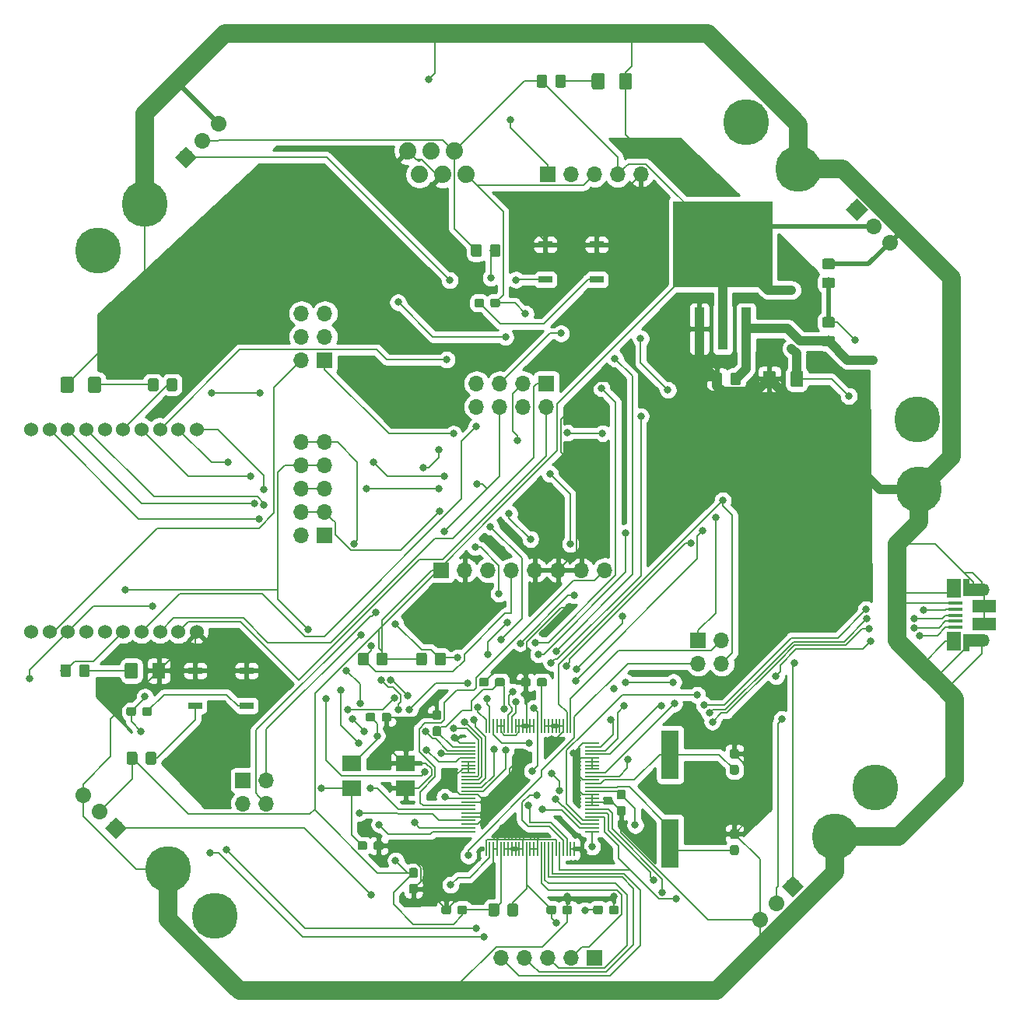
<source format=gtl>
G04 #@! TF.GenerationSoftware,KiCad,Pcbnew,5.1.2-f72e74a~84~ubuntu18.04.1*
G04 #@! TF.CreationDate,2019-07-29T20:36:53-07:00*
G04 #@! TF.ProjectId,quad_copter_pcb,71756164-5f63-46f7-9074-65725f706362,rev?*
G04 #@! TF.SameCoordinates,Original*
G04 #@! TF.FileFunction,Copper,L1,Top*
G04 #@! TF.FilePolarity,Positive*
%FSLAX46Y46*%
G04 Gerber Fmt 4.6, Leading zero omitted, Abs format (unit mm)*
G04 Created by KiCad (PCBNEW 5.1.2-f72e74a~84~ubuntu18.04.1) date 2019-07-29 20:36:53*
%MOMM*%
%LPD*%
G04 APERTURE LIST*
%ADD10R,1.500000X0.200000*%
%ADD11R,0.200000X1.500000*%
%ADD12C,0.100000*%
%ADD13C,1.150000*%
%ADD14C,1.425000*%
%ADD15C,0.950000*%
%ADD16C,5.000000*%
%ADD17C,1.700000*%
%ADD18C,1.700000*%
%ADD19R,1.700000X1.700000*%
%ADD20O,1.700000X1.700000*%
%ADD21R,2.000000X1.350000*%
%ADD22R,0.700000X1.825000*%
%ADD23R,1.500000X2.000000*%
%ADD24R,1.650000X0.400000*%
%ADD25O,1.500000X1.100000*%
%ADD26O,1.700000X1.350000*%
%ADD27R,2.500000X1.430000*%
%ADD28C,1.879600*%
%ADD29C,1.524000*%
%ADD30R,1.524000X0.762000*%
%ADD31R,1.100000X4.600000*%
%ADD32R,10.800000X9.400000*%
%ADD33R,1.930400X5.334000*%
%ADD34R,2.100000X1.700000*%
%ADD35C,0.800000*%
%ADD36C,1.000000*%
%ADD37C,2.000000*%
%ADD38C,0.500000*%
%ADD39C,0.200000*%
%ADD40C,0.254000*%
G04 APERTURE END LIST*
D10*
X143922000Y-117882000D03*
X143922000Y-118282000D03*
X143922000Y-118682000D03*
X143922000Y-119082000D03*
X143922000Y-119482000D03*
X143922000Y-119882000D03*
X143922000Y-120282000D03*
X143922000Y-120682000D03*
X143922000Y-121082000D03*
X143922000Y-121482000D03*
X143922000Y-121882000D03*
X143922000Y-122282000D03*
X143922000Y-122682000D03*
X143922000Y-123082000D03*
X143922000Y-123482000D03*
X143922000Y-123882000D03*
X143922000Y-124282000D03*
X143922000Y-124682000D03*
X143922000Y-125082000D03*
X143922000Y-125482000D03*
X143922000Y-125882000D03*
X143922000Y-126282000D03*
X143922000Y-126682000D03*
X143922000Y-127082000D03*
X143922000Y-127482000D03*
D11*
X145822000Y-129382000D03*
X146222000Y-129382000D03*
X146622000Y-129382000D03*
X147022000Y-129382000D03*
X147422000Y-129382000D03*
X147822000Y-129382000D03*
X148222000Y-129382000D03*
X148622000Y-129382000D03*
X149022000Y-129382000D03*
X149422000Y-129382000D03*
X149822000Y-129382000D03*
X150222000Y-129382000D03*
X150622000Y-129382000D03*
X151022000Y-129382000D03*
X151422000Y-129382000D03*
X151822000Y-129382000D03*
X152222000Y-129382000D03*
X152622000Y-129382000D03*
X153022000Y-129382000D03*
X153422000Y-129382000D03*
X153822000Y-129382000D03*
X154222000Y-129382000D03*
X154622000Y-129382000D03*
X155022000Y-129382000D03*
X155422000Y-129382000D03*
D10*
X157322000Y-127482000D03*
X157322000Y-127082000D03*
X157322000Y-126682000D03*
X157322000Y-126282000D03*
X157322000Y-125882000D03*
X157322000Y-125482000D03*
X157322000Y-125082000D03*
X157322000Y-124682000D03*
X157322000Y-124282000D03*
X157322000Y-123882000D03*
X157322000Y-123482000D03*
X157322000Y-123082000D03*
X157322000Y-122682000D03*
X157322000Y-122282000D03*
X157322000Y-121882000D03*
X157322000Y-121482000D03*
X157322000Y-121082000D03*
X157322000Y-120682000D03*
X157322000Y-120282000D03*
X157322000Y-119882000D03*
X157322000Y-119482000D03*
X157322000Y-119082000D03*
X157322000Y-118682000D03*
X157322000Y-118282000D03*
X157322000Y-117882000D03*
D11*
X155422000Y-115982000D03*
X155022000Y-115982000D03*
X154622000Y-115982000D03*
X154222000Y-115982000D03*
X153822000Y-115982000D03*
X153422000Y-115982000D03*
X153022000Y-115982000D03*
X152622000Y-115982000D03*
X152222000Y-115982000D03*
X151822000Y-115982000D03*
X151422000Y-115982000D03*
X151022000Y-115982000D03*
X150622000Y-115982000D03*
X150222000Y-115982000D03*
X149822000Y-115982000D03*
X149422000Y-115982000D03*
X149022000Y-115982000D03*
X148622000Y-115982000D03*
X148222000Y-115982000D03*
X147822000Y-115982000D03*
X147422000Y-115982000D03*
X147022000Y-115982000D03*
X146622000Y-115982000D03*
X146222000Y-115982000D03*
X145822000Y-115982000D03*
D12*
G36*
X173341505Y-77533204D02*
G01*
X173365773Y-77536804D01*
X173389572Y-77542765D01*
X173412671Y-77551030D01*
X173434850Y-77561520D01*
X173455893Y-77574132D01*
X173475599Y-77588747D01*
X173493777Y-77605223D01*
X173510253Y-77623401D01*
X173524868Y-77643107D01*
X173537480Y-77664150D01*
X173547970Y-77686329D01*
X173556235Y-77709428D01*
X173562196Y-77733227D01*
X173565796Y-77757495D01*
X173567000Y-77781999D01*
X173567000Y-78682001D01*
X173565796Y-78706505D01*
X173562196Y-78730773D01*
X173556235Y-78754572D01*
X173547970Y-78777671D01*
X173537480Y-78799850D01*
X173524868Y-78820893D01*
X173510253Y-78840599D01*
X173493777Y-78858777D01*
X173475599Y-78875253D01*
X173455893Y-78889868D01*
X173434850Y-78902480D01*
X173412671Y-78912970D01*
X173389572Y-78921235D01*
X173365773Y-78927196D01*
X173341505Y-78930796D01*
X173317001Y-78932000D01*
X172666999Y-78932000D01*
X172642495Y-78930796D01*
X172618227Y-78927196D01*
X172594428Y-78921235D01*
X172571329Y-78912970D01*
X172549150Y-78902480D01*
X172528107Y-78889868D01*
X172508401Y-78875253D01*
X172490223Y-78858777D01*
X172473747Y-78840599D01*
X172459132Y-78820893D01*
X172446520Y-78799850D01*
X172436030Y-78777671D01*
X172427765Y-78754572D01*
X172421804Y-78730773D01*
X172418204Y-78706505D01*
X172417000Y-78682001D01*
X172417000Y-77781999D01*
X172418204Y-77757495D01*
X172421804Y-77733227D01*
X172427765Y-77709428D01*
X172436030Y-77686329D01*
X172446520Y-77664150D01*
X172459132Y-77643107D01*
X172473747Y-77623401D01*
X172490223Y-77605223D01*
X172508401Y-77588747D01*
X172528107Y-77574132D01*
X172549150Y-77561520D01*
X172571329Y-77551030D01*
X172594428Y-77542765D01*
X172618227Y-77536804D01*
X172642495Y-77533204D01*
X172666999Y-77532000D01*
X173317001Y-77532000D01*
X173341505Y-77533204D01*
X173341505Y-77533204D01*
G37*
D13*
X172992000Y-78232000D03*
D12*
G36*
X171291505Y-77533204D02*
G01*
X171315773Y-77536804D01*
X171339572Y-77542765D01*
X171362671Y-77551030D01*
X171384850Y-77561520D01*
X171405893Y-77574132D01*
X171425599Y-77588747D01*
X171443777Y-77605223D01*
X171460253Y-77623401D01*
X171474868Y-77643107D01*
X171487480Y-77664150D01*
X171497970Y-77686329D01*
X171506235Y-77709428D01*
X171512196Y-77733227D01*
X171515796Y-77757495D01*
X171517000Y-77781999D01*
X171517000Y-78682001D01*
X171515796Y-78706505D01*
X171512196Y-78730773D01*
X171506235Y-78754572D01*
X171497970Y-78777671D01*
X171487480Y-78799850D01*
X171474868Y-78820893D01*
X171460253Y-78840599D01*
X171443777Y-78858777D01*
X171425599Y-78875253D01*
X171405893Y-78889868D01*
X171384850Y-78902480D01*
X171362671Y-78912970D01*
X171339572Y-78921235D01*
X171315773Y-78927196D01*
X171291505Y-78930796D01*
X171267001Y-78932000D01*
X170616999Y-78932000D01*
X170592495Y-78930796D01*
X170568227Y-78927196D01*
X170544428Y-78921235D01*
X170521329Y-78912970D01*
X170499150Y-78902480D01*
X170478107Y-78889868D01*
X170458401Y-78875253D01*
X170440223Y-78858777D01*
X170423747Y-78840599D01*
X170409132Y-78820893D01*
X170396520Y-78799850D01*
X170386030Y-78777671D01*
X170377765Y-78754572D01*
X170371804Y-78730773D01*
X170368204Y-78706505D01*
X170367000Y-78682001D01*
X170367000Y-77781999D01*
X170368204Y-77757495D01*
X170371804Y-77733227D01*
X170377765Y-77709428D01*
X170386030Y-77686329D01*
X170396520Y-77664150D01*
X170409132Y-77643107D01*
X170423747Y-77623401D01*
X170440223Y-77605223D01*
X170458401Y-77588747D01*
X170478107Y-77574132D01*
X170499150Y-77561520D01*
X170521329Y-77551030D01*
X170544428Y-77542765D01*
X170568227Y-77536804D01*
X170592495Y-77533204D01*
X170616999Y-77532000D01*
X171267001Y-77532000D01*
X171291505Y-77533204D01*
X171291505Y-77533204D01*
G37*
D13*
X170942000Y-78232000D03*
D12*
G36*
X180119004Y-77358204D02*
G01*
X180143273Y-77361804D01*
X180167071Y-77367765D01*
X180190171Y-77376030D01*
X180212349Y-77386520D01*
X180233393Y-77399133D01*
X180253098Y-77413747D01*
X180271277Y-77430223D01*
X180287753Y-77448402D01*
X180302367Y-77468107D01*
X180314980Y-77489151D01*
X180325470Y-77511329D01*
X180333735Y-77534429D01*
X180339696Y-77558227D01*
X180343296Y-77582496D01*
X180344500Y-77607000D01*
X180344500Y-78857000D01*
X180343296Y-78881504D01*
X180339696Y-78905773D01*
X180333735Y-78929571D01*
X180325470Y-78952671D01*
X180314980Y-78974849D01*
X180302367Y-78995893D01*
X180287753Y-79015598D01*
X180271277Y-79033777D01*
X180253098Y-79050253D01*
X180233393Y-79064867D01*
X180212349Y-79077480D01*
X180190171Y-79087970D01*
X180167071Y-79096235D01*
X180143273Y-79102196D01*
X180119004Y-79105796D01*
X180094500Y-79107000D01*
X179169500Y-79107000D01*
X179144996Y-79105796D01*
X179120727Y-79102196D01*
X179096929Y-79096235D01*
X179073829Y-79087970D01*
X179051651Y-79077480D01*
X179030607Y-79064867D01*
X179010902Y-79050253D01*
X178992723Y-79033777D01*
X178976247Y-79015598D01*
X178961633Y-78995893D01*
X178949020Y-78974849D01*
X178938530Y-78952671D01*
X178930265Y-78929571D01*
X178924304Y-78905773D01*
X178920704Y-78881504D01*
X178919500Y-78857000D01*
X178919500Y-77607000D01*
X178920704Y-77582496D01*
X178924304Y-77558227D01*
X178930265Y-77534429D01*
X178938530Y-77511329D01*
X178949020Y-77489151D01*
X178961633Y-77468107D01*
X178976247Y-77448402D01*
X178992723Y-77430223D01*
X179010902Y-77413747D01*
X179030607Y-77399133D01*
X179051651Y-77386520D01*
X179073829Y-77376030D01*
X179096929Y-77367765D01*
X179120727Y-77361804D01*
X179144996Y-77358204D01*
X179169500Y-77357000D01*
X180094500Y-77357000D01*
X180119004Y-77358204D01*
X180119004Y-77358204D01*
G37*
D14*
X179632000Y-78232000D03*
D12*
G36*
X177144004Y-77358204D02*
G01*
X177168273Y-77361804D01*
X177192071Y-77367765D01*
X177215171Y-77376030D01*
X177237349Y-77386520D01*
X177258393Y-77399133D01*
X177278098Y-77413747D01*
X177296277Y-77430223D01*
X177312753Y-77448402D01*
X177327367Y-77468107D01*
X177339980Y-77489151D01*
X177350470Y-77511329D01*
X177358735Y-77534429D01*
X177364696Y-77558227D01*
X177368296Y-77582496D01*
X177369500Y-77607000D01*
X177369500Y-78857000D01*
X177368296Y-78881504D01*
X177364696Y-78905773D01*
X177358735Y-78929571D01*
X177350470Y-78952671D01*
X177339980Y-78974849D01*
X177327367Y-78995893D01*
X177312753Y-79015598D01*
X177296277Y-79033777D01*
X177278098Y-79050253D01*
X177258393Y-79064867D01*
X177237349Y-79077480D01*
X177215171Y-79087970D01*
X177192071Y-79096235D01*
X177168273Y-79102196D01*
X177144004Y-79105796D01*
X177119500Y-79107000D01*
X176194500Y-79107000D01*
X176169996Y-79105796D01*
X176145727Y-79102196D01*
X176121929Y-79096235D01*
X176098829Y-79087970D01*
X176076651Y-79077480D01*
X176055607Y-79064867D01*
X176035902Y-79050253D01*
X176017723Y-79033777D01*
X176001247Y-79015598D01*
X175986633Y-78995893D01*
X175974020Y-78974849D01*
X175963530Y-78952671D01*
X175955265Y-78929571D01*
X175949304Y-78905773D01*
X175945704Y-78881504D01*
X175944500Y-78857000D01*
X175944500Y-77607000D01*
X175945704Y-77582496D01*
X175949304Y-77558227D01*
X175955265Y-77534429D01*
X175963530Y-77511329D01*
X175974020Y-77489151D01*
X175986633Y-77468107D01*
X176001247Y-77448402D01*
X176017723Y-77430223D01*
X176035902Y-77413747D01*
X176055607Y-77399133D01*
X176076651Y-77386520D01*
X176098829Y-77376030D01*
X176121929Y-77367765D01*
X176145727Y-77361804D01*
X176169996Y-77358204D01*
X176194500Y-77357000D01*
X177119500Y-77357000D01*
X177144004Y-77358204D01*
X177144004Y-77358204D01*
G37*
D14*
X176657000Y-78232000D03*
D12*
G36*
X173107779Y-120253144D02*
G01*
X173130834Y-120256563D01*
X173153443Y-120262227D01*
X173175387Y-120270079D01*
X173196457Y-120280044D01*
X173216448Y-120292026D01*
X173235168Y-120305910D01*
X173252438Y-120321562D01*
X173268090Y-120338832D01*
X173281974Y-120357552D01*
X173293956Y-120377543D01*
X173303921Y-120398613D01*
X173311773Y-120420557D01*
X173317437Y-120443166D01*
X173320856Y-120466221D01*
X173322000Y-120489500D01*
X173322000Y-121064500D01*
X173320856Y-121087779D01*
X173317437Y-121110834D01*
X173311773Y-121133443D01*
X173303921Y-121155387D01*
X173293956Y-121176457D01*
X173281974Y-121196448D01*
X173268090Y-121215168D01*
X173252438Y-121232438D01*
X173235168Y-121248090D01*
X173216448Y-121261974D01*
X173196457Y-121273956D01*
X173175387Y-121283921D01*
X173153443Y-121291773D01*
X173130834Y-121297437D01*
X173107779Y-121300856D01*
X173084500Y-121302000D01*
X172609500Y-121302000D01*
X172586221Y-121300856D01*
X172563166Y-121297437D01*
X172540557Y-121291773D01*
X172518613Y-121283921D01*
X172497543Y-121273956D01*
X172477552Y-121261974D01*
X172458832Y-121248090D01*
X172441562Y-121232438D01*
X172425910Y-121215168D01*
X172412026Y-121196448D01*
X172400044Y-121176457D01*
X172390079Y-121155387D01*
X172382227Y-121133443D01*
X172376563Y-121110834D01*
X172373144Y-121087779D01*
X172372000Y-121064500D01*
X172372000Y-120489500D01*
X172373144Y-120466221D01*
X172376563Y-120443166D01*
X172382227Y-120420557D01*
X172390079Y-120398613D01*
X172400044Y-120377543D01*
X172412026Y-120357552D01*
X172425910Y-120338832D01*
X172441562Y-120321562D01*
X172458832Y-120305910D01*
X172477552Y-120292026D01*
X172497543Y-120280044D01*
X172518613Y-120270079D01*
X172540557Y-120262227D01*
X172563166Y-120256563D01*
X172586221Y-120253144D01*
X172609500Y-120252000D01*
X173084500Y-120252000D01*
X173107779Y-120253144D01*
X173107779Y-120253144D01*
G37*
D15*
X172847000Y-120777000D03*
D12*
G36*
X173107779Y-118503144D02*
G01*
X173130834Y-118506563D01*
X173153443Y-118512227D01*
X173175387Y-118520079D01*
X173196457Y-118530044D01*
X173216448Y-118542026D01*
X173235168Y-118555910D01*
X173252438Y-118571562D01*
X173268090Y-118588832D01*
X173281974Y-118607552D01*
X173293956Y-118627543D01*
X173303921Y-118648613D01*
X173311773Y-118670557D01*
X173317437Y-118693166D01*
X173320856Y-118716221D01*
X173322000Y-118739500D01*
X173322000Y-119314500D01*
X173320856Y-119337779D01*
X173317437Y-119360834D01*
X173311773Y-119383443D01*
X173303921Y-119405387D01*
X173293956Y-119426457D01*
X173281974Y-119446448D01*
X173268090Y-119465168D01*
X173252438Y-119482438D01*
X173235168Y-119498090D01*
X173216448Y-119511974D01*
X173196457Y-119523956D01*
X173175387Y-119533921D01*
X173153443Y-119541773D01*
X173130834Y-119547437D01*
X173107779Y-119550856D01*
X173084500Y-119552000D01*
X172609500Y-119552000D01*
X172586221Y-119550856D01*
X172563166Y-119547437D01*
X172540557Y-119541773D01*
X172518613Y-119533921D01*
X172497543Y-119523956D01*
X172477552Y-119511974D01*
X172458832Y-119498090D01*
X172441562Y-119482438D01*
X172425910Y-119465168D01*
X172412026Y-119446448D01*
X172400044Y-119426457D01*
X172390079Y-119405387D01*
X172382227Y-119383443D01*
X172376563Y-119360834D01*
X172373144Y-119337779D01*
X172372000Y-119314500D01*
X172372000Y-118739500D01*
X172373144Y-118716221D01*
X172376563Y-118693166D01*
X172382227Y-118670557D01*
X172390079Y-118648613D01*
X172400044Y-118627543D01*
X172412026Y-118607552D01*
X172425910Y-118588832D01*
X172441562Y-118571562D01*
X172458832Y-118555910D01*
X172477552Y-118542026D01*
X172497543Y-118530044D01*
X172518613Y-118520079D01*
X172540557Y-118512227D01*
X172563166Y-118506563D01*
X172586221Y-118503144D01*
X172609500Y-118502000D01*
X173084500Y-118502000D01*
X173107779Y-118503144D01*
X173107779Y-118503144D01*
G37*
D15*
X172847000Y-119027000D03*
D12*
G36*
X173107779Y-128988144D02*
G01*
X173130834Y-128991563D01*
X173153443Y-128997227D01*
X173175387Y-129005079D01*
X173196457Y-129015044D01*
X173216448Y-129027026D01*
X173235168Y-129040910D01*
X173252438Y-129056562D01*
X173268090Y-129073832D01*
X173281974Y-129092552D01*
X173293956Y-129112543D01*
X173303921Y-129133613D01*
X173311773Y-129155557D01*
X173317437Y-129178166D01*
X173320856Y-129201221D01*
X173322000Y-129224500D01*
X173322000Y-129799500D01*
X173320856Y-129822779D01*
X173317437Y-129845834D01*
X173311773Y-129868443D01*
X173303921Y-129890387D01*
X173293956Y-129911457D01*
X173281974Y-129931448D01*
X173268090Y-129950168D01*
X173252438Y-129967438D01*
X173235168Y-129983090D01*
X173216448Y-129996974D01*
X173196457Y-130008956D01*
X173175387Y-130018921D01*
X173153443Y-130026773D01*
X173130834Y-130032437D01*
X173107779Y-130035856D01*
X173084500Y-130037000D01*
X172609500Y-130037000D01*
X172586221Y-130035856D01*
X172563166Y-130032437D01*
X172540557Y-130026773D01*
X172518613Y-130018921D01*
X172497543Y-130008956D01*
X172477552Y-129996974D01*
X172458832Y-129983090D01*
X172441562Y-129967438D01*
X172425910Y-129950168D01*
X172412026Y-129931448D01*
X172400044Y-129911457D01*
X172390079Y-129890387D01*
X172382227Y-129868443D01*
X172376563Y-129845834D01*
X172373144Y-129822779D01*
X172372000Y-129799500D01*
X172372000Y-129224500D01*
X172373144Y-129201221D01*
X172376563Y-129178166D01*
X172382227Y-129155557D01*
X172390079Y-129133613D01*
X172400044Y-129112543D01*
X172412026Y-129092552D01*
X172425910Y-129073832D01*
X172441562Y-129056562D01*
X172458832Y-129040910D01*
X172477552Y-129027026D01*
X172497543Y-129015044D01*
X172518613Y-129005079D01*
X172540557Y-128997227D01*
X172563166Y-128991563D01*
X172586221Y-128988144D01*
X172609500Y-128987000D01*
X173084500Y-128987000D01*
X173107779Y-128988144D01*
X173107779Y-128988144D01*
G37*
D15*
X172847000Y-129512000D03*
D12*
G36*
X173107779Y-127238144D02*
G01*
X173130834Y-127241563D01*
X173153443Y-127247227D01*
X173175387Y-127255079D01*
X173196457Y-127265044D01*
X173216448Y-127277026D01*
X173235168Y-127290910D01*
X173252438Y-127306562D01*
X173268090Y-127323832D01*
X173281974Y-127342552D01*
X173293956Y-127362543D01*
X173303921Y-127383613D01*
X173311773Y-127405557D01*
X173317437Y-127428166D01*
X173320856Y-127451221D01*
X173322000Y-127474500D01*
X173322000Y-128049500D01*
X173320856Y-128072779D01*
X173317437Y-128095834D01*
X173311773Y-128118443D01*
X173303921Y-128140387D01*
X173293956Y-128161457D01*
X173281974Y-128181448D01*
X173268090Y-128200168D01*
X173252438Y-128217438D01*
X173235168Y-128233090D01*
X173216448Y-128246974D01*
X173196457Y-128258956D01*
X173175387Y-128268921D01*
X173153443Y-128276773D01*
X173130834Y-128282437D01*
X173107779Y-128285856D01*
X173084500Y-128287000D01*
X172609500Y-128287000D01*
X172586221Y-128285856D01*
X172563166Y-128282437D01*
X172540557Y-128276773D01*
X172518613Y-128268921D01*
X172497543Y-128258956D01*
X172477552Y-128246974D01*
X172458832Y-128233090D01*
X172441562Y-128217438D01*
X172425910Y-128200168D01*
X172412026Y-128181448D01*
X172400044Y-128161457D01*
X172390079Y-128140387D01*
X172382227Y-128118443D01*
X172376563Y-128095834D01*
X172373144Y-128072779D01*
X172372000Y-128049500D01*
X172372000Y-127474500D01*
X172373144Y-127451221D01*
X172376563Y-127428166D01*
X172382227Y-127405557D01*
X172390079Y-127383613D01*
X172400044Y-127362543D01*
X172412026Y-127342552D01*
X172425910Y-127323832D01*
X172441562Y-127306562D01*
X172458832Y-127290910D01*
X172477552Y-127277026D01*
X172497543Y-127265044D01*
X172518613Y-127255079D01*
X172540557Y-127247227D01*
X172563166Y-127241563D01*
X172586221Y-127238144D01*
X172609500Y-127237000D01*
X173084500Y-127237000D01*
X173107779Y-127238144D01*
X173107779Y-127238144D01*
G37*
D15*
X172847000Y-127762000D03*
D12*
G36*
X150452779Y-110778144D02*
G01*
X150475834Y-110781563D01*
X150498443Y-110787227D01*
X150520387Y-110795079D01*
X150541457Y-110805044D01*
X150561448Y-110817026D01*
X150580168Y-110830910D01*
X150597438Y-110846562D01*
X150613090Y-110863832D01*
X150626974Y-110882552D01*
X150638956Y-110902543D01*
X150648921Y-110923613D01*
X150656773Y-110945557D01*
X150662437Y-110968166D01*
X150665856Y-110991221D01*
X150667000Y-111014500D01*
X150667000Y-111489500D01*
X150665856Y-111512779D01*
X150662437Y-111535834D01*
X150656773Y-111558443D01*
X150648921Y-111580387D01*
X150638956Y-111601457D01*
X150626974Y-111621448D01*
X150613090Y-111640168D01*
X150597438Y-111657438D01*
X150580168Y-111673090D01*
X150561448Y-111686974D01*
X150541457Y-111698956D01*
X150520387Y-111708921D01*
X150498443Y-111716773D01*
X150475834Y-111722437D01*
X150452779Y-111725856D01*
X150429500Y-111727000D01*
X149854500Y-111727000D01*
X149831221Y-111725856D01*
X149808166Y-111722437D01*
X149785557Y-111716773D01*
X149763613Y-111708921D01*
X149742543Y-111698956D01*
X149722552Y-111686974D01*
X149703832Y-111673090D01*
X149686562Y-111657438D01*
X149670910Y-111640168D01*
X149657026Y-111621448D01*
X149645044Y-111601457D01*
X149635079Y-111580387D01*
X149627227Y-111558443D01*
X149621563Y-111535834D01*
X149618144Y-111512779D01*
X149617000Y-111489500D01*
X149617000Y-111014500D01*
X149618144Y-110991221D01*
X149621563Y-110968166D01*
X149627227Y-110945557D01*
X149635079Y-110923613D01*
X149645044Y-110902543D01*
X149657026Y-110882552D01*
X149670910Y-110863832D01*
X149686562Y-110846562D01*
X149703832Y-110830910D01*
X149722552Y-110817026D01*
X149742543Y-110805044D01*
X149763613Y-110795079D01*
X149785557Y-110787227D01*
X149808166Y-110781563D01*
X149831221Y-110778144D01*
X149854500Y-110777000D01*
X150429500Y-110777000D01*
X150452779Y-110778144D01*
X150452779Y-110778144D01*
G37*
D15*
X150142000Y-111252000D03*
D12*
G36*
X152202779Y-110778144D02*
G01*
X152225834Y-110781563D01*
X152248443Y-110787227D01*
X152270387Y-110795079D01*
X152291457Y-110805044D01*
X152311448Y-110817026D01*
X152330168Y-110830910D01*
X152347438Y-110846562D01*
X152363090Y-110863832D01*
X152376974Y-110882552D01*
X152388956Y-110902543D01*
X152398921Y-110923613D01*
X152406773Y-110945557D01*
X152412437Y-110968166D01*
X152415856Y-110991221D01*
X152417000Y-111014500D01*
X152417000Y-111489500D01*
X152415856Y-111512779D01*
X152412437Y-111535834D01*
X152406773Y-111558443D01*
X152398921Y-111580387D01*
X152388956Y-111601457D01*
X152376974Y-111621448D01*
X152363090Y-111640168D01*
X152347438Y-111657438D01*
X152330168Y-111673090D01*
X152311448Y-111686974D01*
X152291457Y-111698956D01*
X152270387Y-111708921D01*
X152248443Y-111716773D01*
X152225834Y-111722437D01*
X152202779Y-111725856D01*
X152179500Y-111727000D01*
X151604500Y-111727000D01*
X151581221Y-111725856D01*
X151558166Y-111722437D01*
X151535557Y-111716773D01*
X151513613Y-111708921D01*
X151492543Y-111698956D01*
X151472552Y-111686974D01*
X151453832Y-111673090D01*
X151436562Y-111657438D01*
X151420910Y-111640168D01*
X151407026Y-111621448D01*
X151395044Y-111601457D01*
X151385079Y-111580387D01*
X151377227Y-111558443D01*
X151371563Y-111535834D01*
X151368144Y-111512779D01*
X151367000Y-111489500D01*
X151367000Y-111014500D01*
X151368144Y-110991221D01*
X151371563Y-110968166D01*
X151377227Y-110945557D01*
X151385079Y-110923613D01*
X151395044Y-110902543D01*
X151407026Y-110882552D01*
X151420910Y-110863832D01*
X151436562Y-110846562D01*
X151453832Y-110830910D01*
X151472552Y-110817026D01*
X151492543Y-110805044D01*
X151513613Y-110795079D01*
X151535557Y-110787227D01*
X151558166Y-110781563D01*
X151581221Y-110778144D01*
X151604500Y-110777000D01*
X152179500Y-110777000D01*
X152202779Y-110778144D01*
X152202779Y-110778144D01*
G37*
D15*
X151892000Y-111252000D03*
D12*
G36*
X160788779Y-124698144D02*
G01*
X160811834Y-124701563D01*
X160834443Y-124707227D01*
X160856387Y-124715079D01*
X160877457Y-124725044D01*
X160897448Y-124737026D01*
X160916168Y-124750910D01*
X160933438Y-124766562D01*
X160949090Y-124783832D01*
X160962974Y-124802552D01*
X160974956Y-124822543D01*
X160984921Y-124843613D01*
X160992773Y-124865557D01*
X160998437Y-124888166D01*
X161001856Y-124911221D01*
X161003000Y-124934500D01*
X161003000Y-125509500D01*
X161001856Y-125532779D01*
X160998437Y-125555834D01*
X160992773Y-125578443D01*
X160984921Y-125600387D01*
X160974956Y-125621457D01*
X160962974Y-125641448D01*
X160949090Y-125660168D01*
X160933438Y-125677438D01*
X160916168Y-125693090D01*
X160897448Y-125706974D01*
X160877457Y-125718956D01*
X160856387Y-125728921D01*
X160834443Y-125736773D01*
X160811834Y-125742437D01*
X160788779Y-125745856D01*
X160765500Y-125747000D01*
X160290500Y-125747000D01*
X160267221Y-125745856D01*
X160244166Y-125742437D01*
X160221557Y-125736773D01*
X160199613Y-125728921D01*
X160178543Y-125718956D01*
X160158552Y-125706974D01*
X160139832Y-125693090D01*
X160122562Y-125677438D01*
X160106910Y-125660168D01*
X160093026Y-125641448D01*
X160081044Y-125621457D01*
X160071079Y-125600387D01*
X160063227Y-125578443D01*
X160057563Y-125555834D01*
X160054144Y-125532779D01*
X160053000Y-125509500D01*
X160053000Y-124934500D01*
X160054144Y-124911221D01*
X160057563Y-124888166D01*
X160063227Y-124865557D01*
X160071079Y-124843613D01*
X160081044Y-124822543D01*
X160093026Y-124802552D01*
X160106910Y-124783832D01*
X160122562Y-124766562D01*
X160139832Y-124750910D01*
X160158552Y-124737026D01*
X160178543Y-124725044D01*
X160199613Y-124715079D01*
X160221557Y-124707227D01*
X160244166Y-124701563D01*
X160267221Y-124698144D01*
X160290500Y-124697000D01*
X160765500Y-124697000D01*
X160788779Y-124698144D01*
X160788779Y-124698144D01*
G37*
D15*
X160528000Y-125222000D03*
D12*
G36*
X160788779Y-122948144D02*
G01*
X160811834Y-122951563D01*
X160834443Y-122957227D01*
X160856387Y-122965079D01*
X160877457Y-122975044D01*
X160897448Y-122987026D01*
X160916168Y-123000910D01*
X160933438Y-123016562D01*
X160949090Y-123033832D01*
X160962974Y-123052552D01*
X160974956Y-123072543D01*
X160984921Y-123093613D01*
X160992773Y-123115557D01*
X160998437Y-123138166D01*
X161001856Y-123161221D01*
X161003000Y-123184500D01*
X161003000Y-123759500D01*
X161001856Y-123782779D01*
X160998437Y-123805834D01*
X160992773Y-123828443D01*
X160984921Y-123850387D01*
X160974956Y-123871457D01*
X160962974Y-123891448D01*
X160949090Y-123910168D01*
X160933438Y-123927438D01*
X160916168Y-123943090D01*
X160897448Y-123956974D01*
X160877457Y-123968956D01*
X160856387Y-123978921D01*
X160834443Y-123986773D01*
X160811834Y-123992437D01*
X160788779Y-123995856D01*
X160765500Y-123997000D01*
X160290500Y-123997000D01*
X160267221Y-123995856D01*
X160244166Y-123992437D01*
X160221557Y-123986773D01*
X160199613Y-123978921D01*
X160178543Y-123968956D01*
X160158552Y-123956974D01*
X160139832Y-123943090D01*
X160122562Y-123927438D01*
X160106910Y-123910168D01*
X160093026Y-123891448D01*
X160081044Y-123871457D01*
X160071079Y-123850387D01*
X160063227Y-123828443D01*
X160057563Y-123805834D01*
X160054144Y-123782779D01*
X160053000Y-123759500D01*
X160053000Y-123184500D01*
X160054144Y-123161221D01*
X160057563Y-123138166D01*
X160063227Y-123115557D01*
X160071079Y-123093613D01*
X160081044Y-123072543D01*
X160093026Y-123052552D01*
X160106910Y-123033832D01*
X160122562Y-123016562D01*
X160139832Y-123000910D01*
X160158552Y-122987026D01*
X160178543Y-122975044D01*
X160199613Y-122965079D01*
X160221557Y-122957227D01*
X160244166Y-122951563D01*
X160267221Y-122948144D01*
X160290500Y-122947000D01*
X160765500Y-122947000D01*
X160788779Y-122948144D01*
X160788779Y-122948144D01*
G37*
D15*
X160528000Y-123472000D03*
D12*
G36*
X145880779Y-110778144D02*
G01*
X145903834Y-110781563D01*
X145926443Y-110787227D01*
X145948387Y-110795079D01*
X145969457Y-110805044D01*
X145989448Y-110817026D01*
X146008168Y-110830910D01*
X146025438Y-110846562D01*
X146041090Y-110863832D01*
X146054974Y-110882552D01*
X146066956Y-110902543D01*
X146076921Y-110923613D01*
X146084773Y-110945557D01*
X146090437Y-110968166D01*
X146093856Y-110991221D01*
X146095000Y-111014500D01*
X146095000Y-111489500D01*
X146093856Y-111512779D01*
X146090437Y-111535834D01*
X146084773Y-111558443D01*
X146076921Y-111580387D01*
X146066956Y-111601457D01*
X146054974Y-111621448D01*
X146041090Y-111640168D01*
X146025438Y-111657438D01*
X146008168Y-111673090D01*
X145989448Y-111686974D01*
X145969457Y-111698956D01*
X145948387Y-111708921D01*
X145926443Y-111716773D01*
X145903834Y-111722437D01*
X145880779Y-111725856D01*
X145857500Y-111727000D01*
X145282500Y-111727000D01*
X145259221Y-111725856D01*
X145236166Y-111722437D01*
X145213557Y-111716773D01*
X145191613Y-111708921D01*
X145170543Y-111698956D01*
X145150552Y-111686974D01*
X145131832Y-111673090D01*
X145114562Y-111657438D01*
X145098910Y-111640168D01*
X145085026Y-111621448D01*
X145073044Y-111601457D01*
X145063079Y-111580387D01*
X145055227Y-111558443D01*
X145049563Y-111535834D01*
X145046144Y-111512779D01*
X145045000Y-111489500D01*
X145045000Y-111014500D01*
X145046144Y-110991221D01*
X145049563Y-110968166D01*
X145055227Y-110945557D01*
X145063079Y-110923613D01*
X145073044Y-110902543D01*
X145085026Y-110882552D01*
X145098910Y-110863832D01*
X145114562Y-110846562D01*
X145131832Y-110830910D01*
X145150552Y-110817026D01*
X145170543Y-110805044D01*
X145191613Y-110795079D01*
X145213557Y-110787227D01*
X145236166Y-110781563D01*
X145259221Y-110778144D01*
X145282500Y-110777000D01*
X145857500Y-110777000D01*
X145880779Y-110778144D01*
X145880779Y-110778144D01*
G37*
D15*
X145570000Y-111252000D03*
D12*
G36*
X147630779Y-110778144D02*
G01*
X147653834Y-110781563D01*
X147676443Y-110787227D01*
X147698387Y-110795079D01*
X147719457Y-110805044D01*
X147739448Y-110817026D01*
X147758168Y-110830910D01*
X147775438Y-110846562D01*
X147791090Y-110863832D01*
X147804974Y-110882552D01*
X147816956Y-110902543D01*
X147826921Y-110923613D01*
X147834773Y-110945557D01*
X147840437Y-110968166D01*
X147843856Y-110991221D01*
X147845000Y-111014500D01*
X147845000Y-111489500D01*
X147843856Y-111512779D01*
X147840437Y-111535834D01*
X147834773Y-111558443D01*
X147826921Y-111580387D01*
X147816956Y-111601457D01*
X147804974Y-111621448D01*
X147791090Y-111640168D01*
X147775438Y-111657438D01*
X147758168Y-111673090D01*
X147739448Y-111686974D01*
X147719457Y-111698956D01*
X147698387Y-111708921D01*
X147676443Y-111716773D01*
X147653834Y-111722437D01*
X147630779Y-111725856D01*
X147607500Y-111727000D01*
X147032500Y-111727000D01*
X147009221Y-111725856D01*
X146986166Y-111722437D01*
X146963557Y-111716773D01*
X146941613Y-111708921D01*
X146920543Y-111698956D01*
X146900552Y-111686974D01*
X146881832Y-111673090D01*
X146864562Y-111657438D01*
X146848910Y-111640168D01*
X146835026Y-111621448D01*
X146823044Y-111601457D01*
X146813079Y-111580387D01*
X146805227Y-111558443D01*
X146799563Y-111535834D01*
X146796144Y-111512779D01*
X146795000Y-111489500D01*
X146795000Y-111014500D01*
X146796144Y-110991221D01*
X146799563Y-110968166D01*
X146805227Y-110945557D01*
X146813079Y-110923613D01*
X146823044Y-110902543D01*
X146835026Y-110882552D01*
X146848910Y-110863832D01*
X146864562Y-110846562D01*
X146881832Y-110830910D01*
X146900552Y-110817026D01*
X146920543Y-110805044D01*
X146941613Y-110795079D01*
X146963557Y-110787227D01*
X146986166Y-110781563D01*
X147009221Y-110778144D01*
X147032500Y-110777000D01*
X147607500Y-110777000D01*
X147630779Y-110778144D01*
X147630779Y-110778144D01*
G37*
D15*
X147320000Y-111252000D03*
D12*
G36*
X140722779Y-114298144D02*
G01*
X140745834Y-114301563D01*
X140768443Y-114307227D01*
X140790387Y-114315079D01*
X140811457Y-114325044D01*
X140831448Y-114337026D01*
X140850168Y-114350910D01*
X140867438Y-114366562D01*
X140883090Y-114383832D01*
X140896974Y-114402552D01*
X140908956Y-114422543D01*
X140918921Y-114443613D01*
X140926773Y-114465557D01*
X140932437Y-114488166D01*
X140935856Y-114511221D01*
X140937000Y-114534500D01*
X140937000Y-115109500D01*
X140935856Y-115132779D01*
X140932437Y-115155834D01*
X140926773Y-115178443D01*
X140918921Y-115200387D01*
X140908956Y-115221457D01*
X140896974Y-115241448D01*
X140883090Y-115260168D01*
X140867438Y-115277438D01*
X140850168Y-115293090D01*
X140831448Y-115306974D01*
X140811457Y-115318956D01*
X140790387Y-115328921D01*
X140768443Y-115336773D01*
X140745834Y-115342437D01*
X140722779Y-115345856D01*
X140699500Y-115347000D01*
X140224500Y-115347000D01*
X140201221Y-115345856D01*
X140178166Y-115342437D01*
X140155557Y-115336773D01*
X140133613Y-115328921D01*
X140112543Y-115318956D01*
X140092552Y-115306974D01*
X140073832Y-115293090D01*
X140056562Y-115277438D01*
X140040910Y-115260168D01*
X140027026Y-115241448D01*
X140015044Y-115221457D01*
X140005079Y-115200387D01*
X139997227Y-115178443D01*
X139991563Y-115155834D01*
X139988144Y-115132779D01*
X139987000Y-115109500D01*
X139987000Y-114534500D01*
X139988144Y-114511221D01*
X139991563Y-114488166D01*
X139997227Y-114465557D01*
X140005079Y-114443613D01*
X140015044Y-114422543D01*
X140027026Y-114402552D01*
X140040910Y-114383832D01*
X140056562Y-114366562D01*
X140073832Y-114350910D01*
X140092552Y-114337026D01*
X140112543Y-114325044D01*
X140133613Y-114315079D01*
X140155557Y-114307227D01*
X140178166Y-114301563D01*
X140201221Y-114298144D01*
X140224500Y-114297000D01*
X140699500Y-114297000D01*
X140722779Y-114298144D01*
X140722779Y-114298144D01*
G37*
D15*
X140462000Y-114822000D03*
D12*
G36*
X140722779Y-116048144D02*
G01*
X140745834Y-116051563D01*
X140768443Y-116057227D01*
X140790387Y-116065079D01*
X140811457Y-116075044D01*
X140831448Y-116087026D01*
X140850168Y-116100910D01*
X140867438Y-116116562D01*
X140883090Y-116133832D01*
X140896974Y-116152552D01*
X140908956Y-116172543D01*
X140918921Y-116193613D01*
X140926773Y-116215557D01*
X140932437Y-116238166D01*
X140935856Y-116261221D01*
X140937000Y-116284500D01*
X140937000Y-116859500D01*
X140935856Y-116882779D01*
X140932437Y-116905834D01*
X140926773Y-116928443D01*
X140918921Y-116950387D01*
X140908956Y-116971457D01*
X140896974Y-116991448D01*
X140883090Y-117010168D01*
X140867438Y-117027438D01*
X140850168Y-117043090D01*
X140831448Y-117056974D01*
X140811457Y-117068956D01*
X140790387Y-117078921D01*
X140768443Y-117086773D01*
X140745834Y-117092437D01*
X140722779Y-117095856D01*
X140699500Y-117097000D01*
X140224500Y-117097000D01*
X140201221Y-117095856D01*
X140178166Y-117092437D01*
X140155557Y-117086773D01*
X140133613Y-117078921D01*
X140112543Y-117068956D01*
X140092552Y-117056974D01*
X140073832Y-117043090D01*
X140056562Y-117027438D01*
X140040910Y-117010168D01*
X140027026Y-116991448D01*
X140015044Y-116971457D01*
X140005079Y-116950387D01*
X139997227Y-116928443D01*
X139991563Y-116905834D01*
X139988144Y-116882779D01*
X139987000Y-116859500D01*
X139987000Y-116284500D01*
X139988144Y-116261221D01*
X139991563Y-116238166D01*
X139997227Y-116215557D01*
X140005079Y-116193613D01*
X140015044Y-116172543D01*
X140027026Y-116152552D01*
X140040910Y-116133832D01*
X140056562Y-116116562D01*
X140073832Y-116100910D01*
X140092552Y-116087026D01*
X140112543Y-116075044D01*
X140133613Y-116065079D01*
X140155557Y-116057227D01*
X140178166Y-116051563D01*
X140201221Y-116048144D01*
X140224500Y-116047000D01*
X140699500Y-116047000D01*
X140722779Y-116048144D01*
X140722779Y-116048144D01*
G37*
D15*
X140462000Y-116572000D03*
D12*
G36*
X138182779Y-133193144D02*
G01*
X138205834Y-133196563D01*
X138228443Y-133202227D01*
X138250387Y-133210079D01*
X138271457Y-133220044D01*
X138291448Y-133232026D01*
X138310168Y-133245910D01*
X138327438Y-133261562D01*
X138343090Y-133278832D01*
X138356974Y-133297552D01*
X138368956Y-133317543D01*
X138378921Y-133338613D01*
X138386773Y-133360557D01*
X138392437Y-133383166D01*
X138395856Y-133406221D01*
X138397000Y-133429500D01*
X138397000Y-134004500D01*
X138395856Y-134027779D01*
X138392437Y-134050834D01*
X138386773Y-134073443D01*
X138378921Y-134095387D01*
X138368956Y-134116457D01*
X138356974Y-134136448D01*
X138343090Y-134155168D01*
X138327438Y-134172438D01*
X138310168Y-134188090D01*
X138291448Y-134201974D01*
X138271457Y-134213956D01*
X138250387Y-134223921D01*
X138228443Y-134231773D01*
X138205834Y-134237437D01*
X138182779Y-134240856D01*
X138159500Y-134242000D01*
X137684500Y-134242000D01*
X137661221Y-134240856D01*
X137638166Y-134237437D01*
X137615557Y-134231773D01*
X137593613Y-134223921D01*
X137572543Y-134213956D01*
X137552552Y-134201974D01*
X137533832Y-134188090D01*
X137516562Y-134172438D01*
X137500910Y-134155168D01*
X137487026Y-134136448D01*
X137475044Y-134116457D01*
X137465079Y-134095387D01*
X137457227Y-134073443D01*
X137451563Y-134050834D01*
X137448144Y-134027779D01*
X137447000Y-134004500D01*
X137447000Y-133429500D01*
X137448144Y-133406221D01*
X137451563Y-133383166D01*
X137457227Y-133360557D01*
X137465079Y-133338613D01*
X137475044Y-133317543D01*
X137487026Y-133297552D01*
X137500910Y-133278832D01*
X137516562Y-133261562D01*
X137533832Y-133245910D01*
X137552552Y-133232026D01*
X137572543Y-133220044D01*
X137593613Y-133210079D01*
X137615557Y-133202227D01*
X137638166Y-133196563D01*
X137661221Y-133193144D01*
X137684500Y-133192000D01*
X138159500Y-133192000D01*
X138182779Y-133193144D01*
X138182779Y-133193144D01*
G37*
D15*
X137922000Y-133717000D03*
D12*
G36*
X138182779Y-131443144D02*
G01*
X138205834Y-131446563D01*
X138228443Y-131452227D01*
X138250387Y-131460079D01*
X138271457Y-131470044D01*
X138291448Y-131482026D01*
X138310168Y-131495910D01*
X138327438Y-131511562D01*
X138343090Y-131528832D01*
X138356974Y-131547552D01*
X138368956Y-131567543D01*
X138378921Y-131588613D01*
X138386773Y-131610557D01*
X138392437Y-131633166D01*
X138395856Y-131656221D01*
X138397000Y-131679500D01*
X138397000Y-132254500D01*
X138395856Y-132277779D01*
X138392437Y-132300834D01*
X138386773Y-132323443D01*
X138378921Y-132345387D01*
X138368956Y-132366457D01*
X138356974Y-132386448D01*
X138343090Y-132405168D01*
X138327438Y-132422438D01*
X138310168Y-132438090D01*
X138291448Y-132451974D01*
X138271457Y-132463956D01*
X138250387Y-132473921D01*
X138228443Y-132481773D01*
X138205834Y-132487437D01*
X138182779Y-132490856D01*
X138159500Y-132492000D01*
X137684500Y-132492000D01*
X137661221Y-132490856D01*
X137638166Y-132487437D01*
X137615557Y-132481773D01*
X137593613Y-132473921D01*
X137572543Y-132463956D01*
X137552552Y-132451974D01*
X137533832Y-132438090D01*
X137516562Y-132422438D01*
X137500910Y-132405168D01*
X137487026Y-132386448D01*
X137475044Y-132366457D01*
X137465079Y-132345387D01*
X137457227Y-132323443D01*
X137451563Y-132300834D01*
X137448144Y-132277779D01*
X137447000Y-132254500D01*
X137447000Y-131679500D01*
X137448144Y-131656221D01*
X137451563Y-131633166D01*
X137457227Y-131610557D01*
X137465079Y-131588613D01*
X137475044Y-131567543D01*
X137487026Y-131547552D01*
X137500910Y-131528832D01*
X137516562Y-131511562D01*
X137533832Y-131495910D01*
X137552552Y-131482026D01*
X137572543Y-131470044D01*
X137593613Y-131460079D01*
X137615557Y-131452227D01*
X137638166Y-131446563D01*
X137661221Y-131443144D01*
X137684500Y-131442000D01*
X138159500Y-131442000D01*
X138182779Y-131443144D01*
X138182779Y-131443144D01*
G37*
D15*
X137922000Y-131967000D03*
D12*
G36*
X143552779Y-135543144D02*
G01*
X143575834Y-135546563D01*
X143598443Y-135552227D01*
X143620387Y-135560079D01*
X143641457Y-135570044D01*
X143661448Y-135582026D01*
X143680168Y-135595910D01*
X143697438Y-135611562D01*
X143713090Y-135628832D01*
X143726974Y-135647552D01*
X143738956Y-135667543D01*
X143748921Y-135688613D01*
X143756773Y-135710557D01*
X143762437Y-135733166D01*
X143765856Y-135756221D01*
X143767000Y-135779500D01*
X143767000Y-136254500D01*
X143765856Y-136277779D01*
X143762437Y-136300834D01*
X143756773Y-136323443D01*
X143748921Y-136345387D01*
X143738956Y-136366457D01*
X143726974Y-136386448D01*
X143713090Y-136405168D01*
X143697438Y-136422438D01*
X143680168Y-136438090D01*
X143661448Y-136451974D01*
X143641457Y-136463956D01*
X143620387Y-136473921D01*
X143598443Y-136481773D01*
X143575834Y-136487437D01*
X143552779Y-136490856D01*
X143529500Y-136492000D01*
X142954500Y-136492000D01*
X142931221Y-136490856D01*
X142908166Y-136487437D01*
X142885557Y-136481773D01*
X142863613Y-136473921D01*
X142842543Y-136463956D01*
X142822552Y-136451974D01*
X142803832Y-136438090D01*
X142786562Y-136422438D01*
X142770910Y-136405168D01*
X142757026Y-136386448D01*
X142745044Y-136366457D01*
X142735079Y-136345387D01*
X142727227Y-136323443D01*
X142721563Y-136300834D01*
X142718144Y-136277779D01*
X142717000Y-136254500D01*
X142717000Y-135779500D01*
X142718144Y-135756221D01*
X142721563Y-135733166D01*
X142727227Y-135710557D01*
X142735079Y-135688613D01*
X142745044Y-135667543D01*
X142757026Y-135647552D01*
X142770910Y-135628832D01*
X142786562Y-135611562D01*
X142803832Y-135595910D01*
X142822552Y-135582026D01*
X142842543Y-135570044D01*
X142863613Y-135560079D01*
X142885557Y-135552227D01*
X142908166Y-135546563D01*
X142931221Y-135543144D01*
X142954500Y-135542000D01*
X143529500Y-135542000D01*
X143552779Y-135543144D01*
X143552779Y-135543144D01*
G37*
D15*
X143242000Y-136017000D03*
D12*
G36*
X141802779Y-135543144D02*
G01*
X141825834Y-135546563D01*
X141848443Y-135552227D01*
X141870387Y-135560079D01*
X141891457Y-135570044D01*
X141911448Y-135582026D01*
X141930168Y-135595910D01*
X141947438Y-135611562D01*
X141963090Y-135628832D01*
X141976974Y-135647552D01*
X141988956Y-135667543D01*
X141998921Y-135688613D01*
X142006773Y-135710557D01*
X142012437Y-135733166D01*
X142015856Y-135756221D01*
X142017000Y-135779500D01*
X142017000Y-136254500D01*
X142015856Y-136277779D01*
X142012437Y-136300834D01*
X142006773Y-136323443D01*
X141998921Y-136345387D01*
X141988956Y-136366457D01*
X141976974Y-136386448D01*
X141963090Y-136405168D01*
X141947438Y-136422438D01*
X141930168Y-136438090D01*
X141911448Y-136451974D01*
X141891457Y-136463956D01*
X141870387Y-136473921D01*
X141848443Y-136481773D01*
X141825834Y-136487437D01*
X141802779Y-136490856D01*
X141779500Y-136492000D01*
X141204500Y-136492000D01*
X141181221Y-136490856D01*
X141158166Y-136487437D01*
X141135557Y-136481773D01*
X141113613Y-136473921D01*
X141092543Y-136463956D01*
X141072552Y-136451974D01*
X141053832Y-136438090D01*
X141036562Y-136422438D01*
X141020910Y-136405168D01*
X141007026Y-136386448D01*
X140995044Y-136366457D01*
X140985079Y-136345387D01*
X140977227Y-136323443D01*
X140971563Y-136300834D01*
X140968144Y-136277779D01*
X140967000Y-136254500D01*
X140967000Y-135779500D01*
X140968144Y-135756221D01*
X140971563Y-135733166D01*
X140977227Y-135710557D01*
X140985079Y-135688613D01*
X140995044Y-135667543D01*
X141007026Y-135647552D01*
X141020910Y-135628832D01*
X141036562Y-135611562D01*
X141053832Y-135595910D01*
X141072552Y-135582026D01*
X141092543Y-135570044D01*
X141113613Y-135560079D01*
X141135557Y-135552227D01*
X141158166Y-135546563D01*
X141181221Y-135543144D01*
X141204500Y-135542000D01*
X141779500Y-135542000D01*
X141802779Y-135543144D01*
X141802779Y-135543144D01*
G37*
D15*
X141492000Y-136017000D03*
D12*
G36*
X153232779Y-135543144D02*
G01*
X153255834Y-135546563D01*
X153278443Y-135552227D01*
X153300387Y-135560079D01*
X153321457Y-135570044D01*
X153341448Y-135582026D01*
X153360168Y-135595910D01*
X153377438Y-135611562D01*
X153393090Y-135628832D01*
X153406974Y-135647552D01*
X153418956Y-135667543D01*
X153428921Y-135688613D01*
X153436773Y-135710557D01*
X153442437Y-135733166D01*
X153445856Y-135756221D01*
X153447000Y-135779500D01*
X153447000Y-136254500D01*
X153445856Y-136277779D01*
X153442437Y-136300834D01*
X153436773Y-136323443D01*
X153428921Y-136345387D01*
X153418956Y-136366457D01*
X153406974Y-136386448D01*
X153393090Y-136405168D01*
X153377438Y-136422438D01*
X153360168Y-136438090D01*
X153341448Y-136451974D01*
X153321457Y-136463956D01*
X153300387Y-136473921D01*
X153278443Y-136481773D01*
X153255834Y-136487437D01*
X153232779Y-136490856D01*
X153209500Y-136492000D01*
X152634500Y-136492000D01*
X152611221Y-136490856D01*
X152588166Y-136487437D01*
X152565557Y-136481773D01*
X152543613Y-136473921D01*
X152522543Y-136463956D01*
X152502552Y-136451974D01*
X152483832Y-136438090D01*
X152466562Y-136422438D01*
X152450910Y-136405168D01*
X152437026Y-136386448D01*
X152425044Y-136366457D01*
X152415079Y-136345387D01*
X152407227Y-136323443D01*
X152401563Y-136300834D01*
X152398144Y-136277779D01*
X152397000Y-136254500D01*
X152397000Y-135779500D01*
X152398144Y-135756221D01*
X152401563Y-135733166D01*
X152407227Y-135710557D01*
X152415079Y-135688613D01*
X152425044Y-135667543D01*
X152437026Y-135647552D01*
X152450910Y-135628832D01*
X152466562Y-135611562D01*
X152483832Y-135595910D01*
X152502552Y-135582026D01*
X152522543Y-135570044D01*
X152543613Y-135560079D01*
X152565557Y-135552227D01*
X152588166Y-135546563D01*
X152611221Y-135543144D01*
X152634500Y-135542000D01*
X153209500Y-135542000D01*
X153232779Y-135543144D01*
X153232779Y-135543144D01*
G37*
D15*
X152922000Y-136017000D03*
D12*
G36*
X154982779Y-135543144D02*
G01*
X155005834Y-135546563D01*
X155028443Y-135552227D01*
X155050387Y-135560079D01*
X155071457Y-135570044D01*
X155091448Y-135582026D01*
X155110168Y-135595910D01*
X155127438Y-135611562D01*
X155143090Y-135628832D01*
X155156974Y-135647552D01*
X155168956Y-135667543D01*
X155178921Y-135688613D01*
X155186773Y-135710557D01*
X155192437Y-135733166D01*
X155195856Y-135756221D01*
X155197000Y-135779500D01*
X155197000Y-136254500D01*
X155195856Y-136277779D01*
X155192437Y-136300834D01*
X155186773Y-136323443D01*
X155178921Y-136345387D01*
X155168956Y-136366457D01*
X155156974Y-136386448D01*
X155143090Y-136405168D01*
X155127438Y-136422438D01*
X155110168Y-136438090D01*
X155091448Y-136451974D01*
X155071457Y-136463956D01*
X155050387Y-136473921D01*
X155028443Y-136481773D01*
X155005834Y-136487437D01*
X154982779Y-136490856D01*
X154959500Y-136492000D01*
X154384500Y-136492000D01*
X154361221Y-136490856D01*
X154338166Y-136487437D01*
X154315557Y-136481773D01*
X154293613Y-136473921D01*
X154272543Y-136463956D01*
X154252552Y-136451974D01*
X154233832Y-136438090D01*
X154216562Y-136422438D01*
X154200910Y-136405168D01*
X154187026Y-136386448D01*
X154175044Y-136366457D01*
X154165079Y-136345387D01*
X154157227Y-136323443D01*
X154151563Y-136300834D01*
X154148144Y-136277779D01*
X154147000Y-136254500D01*
X154147000Y-135779500D01*
X154148144Y-135756221D01*
X154151563Y-135733166D01*
X154157227Y-135710557D01*
X154165079Y-135688613D01*
X154175044Y-135667543D01*
X154187026Y-135647552D01*
X154200910Y-135628832D01*
X154216562Y-135611562D01*
X154233832Y-135595910D01*
X154252552Y-135582026D01*
X154272543Y-135570044D01*
X154293613Y-135560079D01*
X154315557Y-135552227D01*
X154338166Y-135546563D01*
X154361221Y-135543144D01*
X154384500Y-135542000D01*
X154959500Y-135542000D01*
X154982779Y-135543144D01*
X154982779Y-135543144D01*
G37*
D15*
X154672000Y-136017000D03*
D12*
G36*
X160062779Y-135543144D02*
G01*
X160085834Y-135546563D01*
X160108443Y-135552227D01*
X160130387Y-135560079D01*
X160151457Y-135570044D01*
X160171448Y-135582026D01*
X160190168Y-135595910D01*
X160207438Y-135611562D01*
X160223090Y-135628832D01*
X160236974Y-135647552D01*
X160248956Y-135667543D01*
X160258921Y-135688613D01*
X160266773Y-135710557D01*
X160272437Y-135733166D01*
X160275856Y-135756221D01*
X160277000Y-135779500D01*
X160277000Y-136254500D01*
X160275856Y-136277779D01*
X160272437Y-136300834D01*
X160266773Y-136323443D01*
X160258921Y-136345387D01*
X160248956Y-136366457D01*
X160236974Y-136386448D01*
X160223090Y-136405168D01*
X160207438Y-136422438D01*
X160190168Y-136438090D01*
X160171448Y-136451974D01*
X160151457Y-136463956D01*
X160130387Y-136473921D01*
X160108443Y-136481773D01*
X160085834Y-136487437D01*
X160062779Y-136490856D01*
X160039500Y-136492000D01*
X159464500Y-136492000D01*
X159441221Y-136490856D01*
X159418166Y-136487437D01*
X159395557Y-136481773D01*
X159373613Y-136473921D01*
X159352543Y-136463956D01*
X159332552Y-136451974D01*
X159313832Y-136438090D01*
X159296562Y-136422438D01*
X159280910Y-136405168D01*
X159267026Y-136386448D01*
X159255044Y-136366457D01*
X159245079Y-136345387D01*
X159237227Y-136323443D01*
X159231563Y-136300834D01*
X159228144Y-136277779D01*
X159227000Y-136254500D01*
X159227000Y-135779500D01*
X159228144Y-135756221D01*
X159231563Y-135733166D01*
X159237227Y-135710557D01*
X159245079Y-135688613D01*
X159255044Y-135667543D01*
X159267026Y-135647552D01*
X159280910Y-135628832D01*
X159296562Y-135611562D01*
X159313832Y-135595910D01*
X159332552Y-135582026D01*
X159352543Y-135570044D01*
X159373613Y-135560079D01*
X159395557Y-135552227D01*
X159418166Y-135546563D01*
X159441221Y-135543144D01*
X159464500Y-135542000D01*
X160039500Y-135542000D01*
X160062779Y-135543144D01*
X160062779Y-135543144D01*
G37*
D15*
X159752000Y-136017000D03*
D12*
G36*
X158312779Y-135543144D02*
G01*
X158335834Y-135546563D01*
X158358443Y-135552227D01*
X158380387Y-135560079D01*
X158401457Y-135570044D01*
X158421448Y-135582026D01*
X158440168Y-135595910D01*
X158457438Y-135611562D01*
X158473090Y-135628832D01*
X158486974Y-135647552D01*
X158498956Y-135667543D01*
X158508921Y-135688613D01*
X158516773Y-135710557D01*
X158522437Y-135733166D01*
X158525856Y-135756221D01*
X158527000Y-135779500D01*
X158527000Y-136254500D01*
X158525856Y-136277779D01*
X158522437Y-136300834D01*
X158516773Y-136323443D01*
X158508921Y-136345387D01*
X158498956Y-136366457D01*
X158486974Y-136386448D01*
X158473090Y-136405168D01*
X158457438Y-136422438D01*
X158440168Y-136438090D01*
X158421448Y-136451974D01*
X158401457Y-136463956D01*
X158380387Y-136473921D01*
X158358443Y-136481773D01*
X158335834Y-136487437D01*
X158312779Y-136490856D01*
X158289500Y-136492000D01*
X157714500Y-136492000D01*
X157691221Y-136490856D01*
X157668166Y-136487437D01*
X157645557Y-136481773D01*
X157623613Y-136473921D01*
X157602543Y-136463956D01*
X157582552Y-136451974D01*
X157563832Y-136438090D01*
X157546562Y-136422438D01*
X157530910Y-136405168D01*
X157517026Y-136386448D01*
X157505044Y-136366457D01*
X157495079Y-136345387D01*
X157487227Y-136323443D01*
X157481563Y-136300834D01*
X157478144Y-136277779D01*
X157477000Y-136254500D01*
X157477000Y-135779500D01*
X157478144Y-135756221D01*
X157481563Y-135733166D01*
X157487227Y-135710557D01*
X157495079Y-135688613D01*
X157505044Y-135667543D01*
X157517026Y-135647552D01*
X157530910Y-135628832D01*
X157546562Y-135611562D01*
X157563832Y-135595910D01*
X157582552Y-135582026D01*
X157602543Y-135570044D01*
X157623613Y-135560079D01*
X157645557Y-135552227D01*
X157668166Y-135546563D01*
X157691221Y-135543144D01*
X157714500Y-135542000D01*
X158289500Y-135542000D01*
X158312779Y-135543144D01*
X158312779Y-135543144D01*
G37*
D15*
X158002000Y-136017000D03*
D12*
G36*
X133547779Y-114588144D02*
G01*
X133570834Y-114591563D01*
X133593443Y-114597227D01*
X133615387Y-114605079D01*
X133636457Y-114615044D01*
X133656448Y-114627026D01*
X133675168Y-114640910D01*
X133692438Y-114656562D01*
X133708090Y-114673832D01*
X133721974Y-114692552D01*
X133733956Y-114712543D01*
X133743921Y-114733613D01*
X133751773Y-114755557D01*
X133757437Y-114778166D01*
X133760856Y-114801221D01*
X133762000Y-114824500D01*
X133762000Y-115299500D01*
X133760856Y-115322779D01*
X133757437Y-115345834D01*
X133751773Y-115368443D01*
X133743921Y-115390387D01*
X133733956Y-115411457D01*
X133721974Y-115431448D01*
X133708090Y-115450168D01*
X133692438Y-115467438D01*
X133675168Y-115483090D01*
X133656448Y-115496974D01*
X133636457Y-115508956D01*
X133615387Y-115518921D01*
X133593443Y-115526773D01*
X133570834Y-115532437D01*
X133547779Y-115535856D01*
X133524500Y-115537000D01*
X132949500Y-115537000D01*
X132926221Y-115535856D01*
X132903166Y-115532437D01*
X132880557Y-115526773D01*
X132858613Y-115518921D01*
X132837543Y-115508956D01*
X132817552Y-115496974D01*
X132798832Y-115483090D01*
X132781562Y-115467438D01*
X132765910Y-115450168D01*
X132752026Y-115431448D01*
X132740044Y-115411457D01*
X132730079Y-115390387D01*
X132722227Y-115368443D01*
X132716563Y-115345834D01*
X132713144Y-115322779D01*
X132712000Y-115299500D01*
X132712000Y-114824500D01*
X132713144Y-114801221D01*
X132716563Y-114778166D01*
X132722227Y-114755557D01*
X132730079Y-114733613D01*
X132740044Y-114712543D01*
X132752026Y-114692552D01*
X132765910Y-114673832D01*
X132781562Y-114656562D01*
X132798832Y-114640910D01*
X132817552Y-114627026D01*
X132837543Y-114615044D01*
X132858613Y-114605079D01*
X132880557Y-114597227D01*
X132903166Y-114591563D01*
X132926221Y-114588144D01*
X132949500Y-114587000D01*
X133524500Y-114587000D01*
X133547779Y-114588144D01*
X133547779Y-114588144D01*
G37*
D15*
X133237000Y-115062000D03*
D12*
G36*
X135297779Y-114588144D02*
G01*
X135320834Y-114591563D01*
X135343443Y-114597227D01*
X135365387Y-114605079D01*
X135386457Y-114615044D01*
X135406448Y-114627026D01*
X135425168Y-114640910D01*
X135442438Y-114656562D01*
X135458090Y-114673832D01*
X135471974Y-114692552D01*
X135483956Y-114712543D01*
X135493921Y-114733613D01*
X135501773Y-114755557D01*
X135507437Y-114778166D01*
X135510856Y-114801221D01*
X135512000Y-114824500D01*
X135512000Y-115299500D01*
X135510856Y-115322779D01*
X135507437Y-115345834D01*
X135501773Y-115368443D01*
X135493921Y-115390387D01*
X135483956Y-115411457D01*
X135471974Y-115431448D01*
X135458090Y-115450168D01*
X135442438Y-115467438D01*
X135425168Y-115483090D01*
X135406448Y-115496974D01*
X135386457Y-115508956D01*
X135365387Y-115518921D01*
X135343443Y-115526773D01*
X135320834Y-115532437D01*
X135297779Y-115535856D01*
X135274500Y-115537000D01*
X134699500Y-115537000D01*
X134676221Y-115535856D01*
X134653166Y-115532437D01*
X134630557Y-115526773D01*
X134608613Y-115518921D01*
X134587543Y-115508956D01*
X134567552Y-115496974D01*
X134548832Y-115483090D01*
X134531562Y-115467438D01*
X134515910Y-115450168D01*
X134502026Y-115431448D01*
X134490044Y-115411457D01*
X134480079Y-115390387D01*
X134472227Y-115368443D01*
X134466563Y-115345834D01*
X134463144Y-115322779D01*
X134462000Y-115299500D01*
X134462000Y-114824500D01*
X134463144Y-114801221D01*
X134466563Y-114778166D01*
X134472227Y-114755557D01*
X134480079Y-114733613D01*
X134490044Y-114712543D01*
X134502026Y-114692552D01*
X134515910Y-114673832D01*
X134531562Y-114656562D01*
X134548832Y-114640910D01*
X134567552Y-114627026D01*
X134587543Y-114615044D01*
X134608613Y-114605079D01*
X134630557Y-114597227D01*
X134653166Y-114591563D01*
X134676221Y-114588144D01*
X134699500Y-114587000D01*
X135274500Y-114587000D01*
X135297779Y-114588144D01*
X135297779Y-114588144D01*
G37*
D15*
X134987000Y-115062000D03*
D12*
G36*
X132672779Y-128558144D02*
G01*
X132695834Y-128561563D01*
X132718443Y-128567227D01*
X132740387Y-128575079D01*
X132761457Y-128585044D01*
X132781448Y-128597026D01*
X132800168Y-128610910D01*
X132817438Y-128626562D01*
X132833090Y-128643832D01*
X132846974Y-128662552D01*
X132858956Y-128682543D01*
X132868921Y-128703613D01*
X132876773Y-128725557D01*
X132882437Y-128748166D01*
X132885856Y-128771221D01*
X132887000Y-128794500D01*
X132887000Y-129269500D01*
X132885856Y-129292779D01*
X132882437Y-129315834D01*
X132876773Y-129338443D01*
X132868921Y-129360387D01*
X132858956Y-129381457D01*
X132846974Y-129401448D01*
X132833090Y-129420168D01*
X132817438Y-129437438D01*
X132800168Y-129453090D01*
X132781448Y-129466974D01*
X132761457Y-129478956D01*
X132740387Y-129488921D01*
X132718443Y-129496773D01*
X132695834Y-129502437D01*
X132672779Y-129505856D01*
X132649500Y-129507000D01*
X132074500Y-129507000D01*
X132051221Y-129505856D01*
X132028166Y-129502437D01*
X132005557Y-129496773D01*
X131983613Y-129488921D01*
X131962543Y-129478956D01*
X131942552Y-129466974D01*
X131923832Y-129453090D01*
X131906562Y-129437438D01*
X131890910Y-129420168D01*
X131877026Y-129401448D01*
X131865044Y-129381457D01*
X131855079Y-129360387D01*
X131847227Y-129338443D01*
X131841563Y-129315834D01*
X131838144Y-129292779D01*
X131837000Y-129269500D01*
X131837000Y-128794500D01*
X131838144Y-128771221D01*
X131841563Y-128748166D01*
X131847227Y-128725557D01*
X131855079Y-128703613D01*
X131865044Y-128682543D01*
X131877026Y-128662552D01*
X131890910Y-128643832D01*
X131906562Y-128626562D01*
X131923832Y-128610910D01*
X131942552Y-128597026D01*
X131962543Y-128585044D01*
X131983613Y-128575079D01*
X132005557Y-128567227D01*
X132028166Y-128561563D01*
X132051221Y-128558144D01*
X132074500Y-128557000D01*
X132649500Y-128557000D01*
X132672779Y-128558144D01*
X132672779Y-128558144D01*
G37*
D15*
X132362000Y-129032000D03*
D12*
G36*
X134422779Y-128558144D02*
G01*
X134445834Y-128561563D01*
X134468443Y-128567227D01*
X134490387Y-128575079D01*
X134511457Y-128585044D01*
X134531448Y-128597026D01*
X134550168Y-128610910D01*
X134567438Y-128626562D01*
X134583090Y-128643832D01*
X134596974Y-128662552D01*
X134608956Y-128682543D01*
X134618921Y-128703613D01*
X134626773Y-128725557D01*
X134632437Y-128748166D01*
X134635856Y-128771221D01*
X134637000Y-128794500D01*
X134637000Y-129269500D01*
X134635856Y-129292779D01*
X134632437Y-129315834D01*
X134626773Y-129338443D01*
X134618921Y-129360387D01*
X134608956Y-129381457D01*
X134596974Y-129401448D01*
X134583090Y-129420168D01*
X134567438Y-129437438D01*
X134550168Y-129453090D01*
X134531448Y-129466974D01*
X134511457Y-129478956D01*
X134490387Y-129488921D01*
X134468443Y-129496773D01*
X134445834Y-129502437D01*
X134422779Y-129505856D01*
X134399500Y-129507000D01*
X133824500Y-129507000D01*
X133801221Y-129505856D01*
X133778166Y-129502437D01*
X133755557Y-129496773D01*
X133733613Y-129488921D01*
X133712543Y-129478956D01*
X133692552Y-129466974D01*
X133673832Y-129453090D01*
X133656562Y-129437438D01*
X133640910Y-129420168D01*
X133627026Y-129401448D01*
X133615044Y-129381457D01*
X133605079Y-129360387D01*
X133597227Y-129338443D01*
X133591563Y-129315834D01*
X133588144Y-129292779D01*
X133587000Y-129269500D01*
X133587000Y-128794500D01*
X133588144Y-128771221D01*
X133591563Y-128748166D01*
X133597227Y-128725557D01*
X133605079Y-128703613D01*
X133615044Y-128682543D01*
X133627026Y-128662552D01*
X133640910Y-128643832D01*
X133656562Y-128626562D01*
X133673832Y-128610910D01*
X133692552Y-128597026D01*
X133712543Y-128585044D01*
X133733613Y-128575079D01*
X133755557Y-128567227D01*
X133778166Y-128561563D01*
X133801221Y-128558144D01*
X133824500Y-128557000D01*
X134399500Y-128557000D01*
X134422779Y-128558144D01*
X134422779Y-128558144D01*
G37*
D15*
X134112000Y-129032000D03*
D12*
G36*
X161486504Y-44973204D02*
G01*
X161510773Y-44976804D01*
X161534571Y-44982765D01*
X161557671Y-44991030D01*
X161579849Y-45001520D01*
X161600893Y-45014133D01*
X161620598Y-45028747D01*
X161638777Y-45045223D01*
X161655253Y-45063402D01*
X161669867Y-45083107D01*
X161682480Y-45104151D01*
X161692970Y-45126329D01*
X161701235Y-45149429D01*
X161707196Y-45173227D01*
X161710796Y-45197496D01*
X161712000Y-45222000D01*
X161712000Y-46472000D01*
X161710796Y-46496504D01*
X161707196Y-46520773D01*
X161701235Y-46544571D01*
X161692970Y-46567671D01*
X161682480Y-46589849D01*
X161669867Y-46610893D01*
X161655253Y-46630598D01*
X161638777Y-46648777D01*
X161620598Y-46665253D01*
X161600893Y-46679867D01*
X161579849Y-46692480D01*
X161557671Y-46702970D01*
X161534571Y-46711235D01*
X161510773Y-46717196D01*
X161486504Y-46720796D01*
X161462000Y-46722000D01*
X160537000Y-46722000D01*
X160512496Y-46720796D01*
X160488227Y-46717196D01*
X160464429Y-46711235D01*
X160441329Y-46702970D01*
X160419151Y-46692480D01*
X160398107Y-46679867D01*
X160378402Y-46665253D01*
X160360223Y-46648777D01*
X160343747Y-46630598D01*
X160329133Y-46610893D01*
X160316520Y-46589849D01*
X160306030Y-46567671D01*
X160297765Y-46544571D01*
X160291804Y-46520773D01*
X160288204Y-46496504D01*
X160287000Y-46472000D01*
X160287000Y-45222000D01*
X160288204Y-45197496D01*
X160291804Y-45173227D01*
X160297765Y-45149429D01*
X160306030Y-45126329D01*
X160316520Y-45104151D01*
X160329133Y-45083107D01*
X160343747Y-45063402D01*
X160360223Y-45045223D01*
X160378402Y-45028747D01*
X160398107Y-45014133D01*
X160419151Y-45001520D01*
X160441329Y-44991030D01*
X160464429Y-44982765D01*
X160488227Y-44976804D01*
X160512496Y-44973204D01*
X160537000Y-44972000D01*
X161462000Y-44972000D01*
X161486504Y-44973204D01*
X161486504Y-44973204D01*
G37*
D14*
X160999500Y-45847000D03*
D12*
G36*
X158511504Y-44973204D02*
G01*
X158535773Y-44976804D01*
X158559571Y-44982765D01*
X158582671Y-44991030D01*
X158604849Y-45001520D01*
X158625893Y-45014133D01*
X158645598Y-45028747D01*
X158663777Y-45045223D01*
X158680253Y-45063402D01*
X158694867Y-45083107D01*
X158707480Y-45104151D01*
X158717970Y-45126329D01*
X158726235Y-45149429D01*
X158732196Y-45173227D01*
X158735796Y-45197496D01*
X158737000Y-45222000D01*
X158737000Y-46472000D01*
X158735796Y-46496504D01*
X158732196Y-46520773D01*
X158726235Y-46544571D01*
X158717970Y-46567671D01*
X158707480Y-46589849D01*
X158694867Y-46610893D01*
X158680253Y-46630598D01*
X158663777Y-46648777D01*
X158645598Y-46665253D01*
X158625893Y-46679867D01*
X158604849Y-46692480D01*
X158582671Y-46702970D01*
X158559571Y-46711235D01*
X158535773Y-46717196D01*
X158511504Y-46720796D01*
X158487000Y-46722000D01*
X157562000Y-46722000D01*
X157537496Y-46720796D01*
X157513227Y-46717196D01*
X157489429Y-46711235D01*
X157466329Y-46702970D01*
X157444151Y-46692480D01*
X157423107Y-46679867D01*
X157403402Y-46665253D01*
X157385223Y-46648777D01*
X157368747Y-46630598D01*
X157354133Y-46610893D01*
X157341520Y-46589849D01*
X157331030Y-46567671D01*
X157322765Y-46544571D01*
X157316804Y-46520773D01*
X157313204Y-46496504D01*
X157312000Y-46472000D01*
X157312000Y-45222000D01*
X157313204Y-45197496D01*
X157316804Y-45173227D01*
X157322765Y-45149429D01*
X157331030Y-45126329D01*
X157341520Y-45104151D01*
X157354133Y-45083107D01*
X157368747Y-45063402D01*
X157385223Y-45045223D01*
X157403402Y-45028747D01*
X157423107Y-45014133D01*
X157444151Y-45001520D01*
X157466329Y-44991030D01*
X157489429Y-44982765D01*
X157513227Y-44976804D01*
X157537496Y-44973204D01*
X157562000Y-44972000D01*
X158487000Y-44972000D01*
X158511504Y-44973204D01*
X158511504Y-44973204D01*
G37*
D14*
X158024500Y-45847000D03*
D12*
G36*
X107711504Y-109108204D02*
G01*
X107735773Y-109111804D01*
X107759571Y-109117765D01*
X107782671Y-109126030D01*
X107804849Y-109136520D01*
X107825893Y-109149133D01*
X107845598Y-109163747D01*
X107863777Y-109180223D01*
X107880253Y-109198402D01*
X107894867Y-109218107D01*
X107907480Y-109239151D01*
X107917970Y-109261329D01*
X107926235Y-109284429D01*
X107932196Y-109308227D01*
X107935796Y-109332496D01*
X107937000Y-109357000D01*
X107937000Y-110607000D01*
X107935796Y-110631504D01*
X107932196Y-110655773D01*
X107926235Y-110679571D01*
X107917970Y-110702671D01*
X107907480Y-110724849D01*
X107894867Y-110745893D01*
X107880253Y-110765598D01*
X107863777Y-110783777D01*
X107845598Y-110800253D01*
X107825893Y-110814867D01*
X107804849Y-110827480D01*
X107782671Y-110837970D01*
X107759571Y-110846235D01*
X107735773Y-110852196D01*
X107711504Y-110855796D01*
X107687000Y-110857000D01*
X106762000Y-110857000D01*
X106737496Y-110855796D01*
X106713227Y-110852196D01*
X106689429Y-110846235D01*
X106666329Y-110837970D01*
X106644151Y-110827480D01*
X106623107Y-110814867D01*
X106603402Y-110800253D01*
X106585223Y-110783777D01*
X106568747Y-110765598D01*
X106554133Y-110745893D01*
X106541520Y-110724849D01*
X106531030Y-110702671D01*
X106522765Y-110679571D01*
X106516804Y-110655773D01*
X106513204Y-110631504D01*
X106512000Y-110607000D01*
X106512000Y-109357000D01*
X106513204Y-109332496D01*
X106516804Y-109308227D01*
X106522765Y-109284429D01*
X106531030Y-109261329D01*
X106541520Y-109239151D01*
X106554133Y-109218107D01*
X106568747Y-109198402D01*
X106585223Y-109180223D01*
X106603402Y-109163747D01*
X106623107Y-109149133D01*
X106644151Y-109136520D01*
X106666329Y-109126030D01*
X106689429Y-109117765D01*
X106713227Y-109111804D01*
X106737496Y-109108204D01*
X106762000Y-109107000D01*
X107687000Y-109107000D01*
X107711504Y-109108204D01*
X107711504Y-109108204D01*
G37*
D14*
X107224500Y-109982000D03*
D12*
G36*
X110686504Y-109108204D02*
G01*
X110710773Y-109111804D01*
X110734571Y-109117765D01*
X110757671Y-109126030D01*
X110779849Y-109136520D01*
X110800893Y-109149133D01*
X110820598Y-109163747D01*
X110838777Y-109180223D01*
X110855253Y-109198402D01*
X110869867Y-109218107D01*
X110882480Y-109239151D01*
X110892970Y-109261329D01*
X110901235Y-109284429D01*
X110907196Y-109308227D01*
X110910796Y-109332496D01*
X110912000Y-109357000D01*
X110912000Y-110607000D01*
X110910796Y-110631504D01*
X110907196Y-110655773D01*
X110901235Y-110679571D01*
X110892970Y-110702671D01*
X110882480Y-110724849D01*
X110869867Y-110745893D01*
X110855253Y-110765598D01*
X110838777Y-110783777D01*
X110820598Y-110800253D01*
X110800893Y-110814867D01*
X110779849Y-110827480D01*
X110757671Y-110837970D01*
X110734571Y-110846235D01*
X110710773Y-110852196D01*
X110686504Y-110855796D01*
X110662000Y-110857000D01*
X109737000Y-110857000D01*
X109712496Y-110855796D01*
X109688227Y-110852196D01*
X109664429Y-110846235D01*
X109641329Y-110837970D01*
X109619151Y-110827480D01*
X109598107Y-110814867D01*
X109578402Y-110800253D01*
X109560223Y-110783777D01*
X109543747Y-110765598D01*
X109529133Y-110745893D01*
X109516520Y-110724849D01*
X109506030Y-110702671D01*
X109497765Y-110679571D01*
X109491804Y-110655773D01*
X109488204Y-110631504D01*
X109487000Y-110607000D01*
X109487000Y-109357000D01*
X109488204Y-109332496D01*
X109491804Y-109308227D01*
X109497765Y-109284429D01*
X109506030Y-109261329D01*
X109516520Y-109239151D01*
X109529133Y-109218107D01*
X109543747Y-109198402D01*
X109560223Y-109180223D01*
X109578402Y-109163747D01*
X109598107Y-109149133D01*
X109619151Y-109136520D01*
X109641329Y-109126030D01*
X109664429Y-109117765D01*
X109688227Y-109111804D01*
X109712496Y-109108204D01*
X109737000Y-109107000D01*
X110662000Y-109107000D01*
X110686504Y-109108204D01*
X110686504Y-109108204D01*
G37*
D14*
X110199500Y-109982000D03*
D12*
G36*
X100726504Y-77993204D02*
G01*
X100750773Y-77996804D01*
X100774571Y-78002765D01*
X100797671Y-78011030D01*
X100819849Y-78021520D01*
X100840893Y-78034133D01*
X100860598Y-78048747D01*
X100878777Y-78065223D01*
X100895253Y-78083402D01*
X100909867Y-78103107D01*
X100922480Y-78124151D01*
X100932970Y-78146329D01*
X100941235Y-78169429D01*
X100947196Y-78193227D01*
X100950796Y-78217496D01*
X100952000Y-78242000D01*
X100952000Y-79492000D01*
X100950796Y-79516504D01*
X100947196Y-79540773D01*
X100941235Y-79564571D01*
X100932970Y-79587671D01*
X100922480Y-79609849D01*
X100909867Y-79630893D01*
X100895253Y-79650598D01*
X100878777Y-79668777D01*
X100860598Y-79685253D01*
X100840893Y-79699867D01*
X100819849Y-79712480D01*
X100797671Y-79722970D01*
X100774571Y-79731235D01*
X100750773Y-79737196D01*
X100726504Y-79740796D01*
X100702000Y-79742000D01*
X99777000Y-79742000D01*
X99752496Y-79740796D01*
X99728227Y-79737196D01*
X99704429Y-79731235D01*
X99681329Y-79722970D01*
X99659151Y-79712480D01*
X99638107Y-79699867D01*
X99618402Y-79685253D01*
X99600223Y-79668777D01*
X99583747Y-79650598D01*
X99569133Y-79630893D01*
X99556520Y-79609849D01*
X99546030Y-79587671D01*
X99537765Y-79564571D01*
X99531804Y-79540773D01*
X99528204Y-79516504D01*
X99527000Y-79492000D01*
X99527000Y-78242000D01*
X99528204Y-78217496D01*
X99531804Y-78193227D01*
X99537765Y-78169429D01*
X99546030Y-78146329D01*
X99556520Y-78124151D01*
X99569133Y-78103107D01*
X99583747Y-78083402D01*
X99600223Y-78065223D01*
X99618402Y-78048747D01*
X99638107Y-78034133D01*
X99659151Y-78021520D01*
X99681329Y-78011030D01*
X99704429Y-78002765D01*
X99728227Y-77996804D01*
X99752496Y-77993204D01*
X99777000Y-77992000D01*
X100702000Y-77992000D01*
X100726504Y-77993204D01*
X100726504Y-77993204D01*
G37*
D14*
X100239500Y-78867000D03*
D12*
G36*
X103701504Y-77993204D02*
G01*
X103725773Y-77996804D01*
X103749571Y-78002765D01*
X103772671Y-78011030D01*
X103794849Y-78021520D01*
X103815893Y-78034133D01*
X103835598Y-78048747D01*
X103853777Y-78065223D01*
X103870253Y-78083402D01*
X103884867Y-78103107D01*
X103897480Y-78124151D01*
X103907970Y-78146329D01*
X103916235Y-78169429D01*
X103922196Y-78193227D01*
X103925796Y-78217496D01*
X103927000Y-78242000D01*
X103927000Y-79492000D01*
X103925796Y-79516504D01*
X103922196Y-79540773D01*
X103916235Y-79564571D01*
X103907970Y-79587671D01*
X103897480Y-79609849D01*
X103884867Y-79630893D01*
X103870253Y-79650598D01*
X103853777Y-79668777D01*
X103835598Y-79685253D01*
X103815893Y-79699867D01*
X103794849Y-79712480D01*
X103772671Y-79722970D01*
X103749571Y-79731235D01*
X103725773Y-79737196D01*
X103701504Y-79740796D01*
X103677000Y-79742000D01*
X102752000Y-79742000D01*
X102727496Y-79740796D01*
X102703227Y-79737196D01*
X102679429Y-79731235D01*
X102656329Y-79722970D01*
X102634151Y-79712480D01*
X102613107Y-79699867D01*
X102593402Y-79685253D01*
X102575223Y-79668777D01*
X102558747Y-79650598D01*
X102544133Y-79630893D01*
X102531520Y-79609849D01*
X102521030Y-79587671D01*
X102512765Y-79564571D01*
X102506804Y-79540773D01*
X102503204Y-79516504D01*
X102502000Y-79492000D01*
X102502000Y-78242000D01*
X102503204Y-78217496D01*
X102506804Y-78193227D01*
X102512765Y-78169429D01*
X102521030Y-78146329D01*
X102531520Y-78124151D01*
X102544133Y-78103107D01*
X102558747Y-78083402D01*
X102575223Y-78065223D01*
X102593402Y-78048747D01*
X102613107Y-78034133D01*
X102634151Y-78021520D01*
X102656329Y-78011030D01*
X102679429Y-78002765D01*
X102703227Y-77996804D01*
X102727496Y-77993204D01*
X102752000Y-77992000D01*
X103677000Y-77992000D01*
X103701504Y-77993204D01*
X103701504Y-77993204D01*
G37*
D14*
X103214500Y-78867000D03*
D16*
X192786000Y-82677000D03*
X192913000Y-90297000D03*
X103632000Y-64262000D03*
X108712000Y-59182000D03*
X116332000Y-136652000D03*
X111252000Y-131572000D03*
X188214000Y-122682000D03*
X183769000Y-128016000D03*
X174117000Y-50292000D03*
X179832000Y-55372000D03*
D17*
X113157000Y-54102000D03*
D12*
G36*
X114359082Y-54102000D02*
G01*
X113157000Y-55304082D01*
X111954918Y-54102000D01*
X113157000Y-52899918D01*
X114359082Y-54102000D01*
X114359082Y-54102000D01*
G37*
D17*
X114953051Y-52305949D03*
D18*
X114953051Y-52305949D02*
X114953051Y-52305949D01*
D17*
X116749102Y-50509898D03*
D18*
X116749102Y-50509898D02*
X116749102Y-50509898D01*
D17*
X101944898Y-123534898D03*
D18*
X101944898Y-123534898D02*
X101944898Y-123534898D01*
D17*
X103740949Y-125330949D03*
D18*
X103740949Y-125330949D02*
X103740949Y-125330949D01*
D17*
X105537000Y-127127000D03*
D12*
G36*
X105537000Y-125924918D02*
G01*
X106739082Y-127127000D01*
X105537000Y-128329082D01*
X104334918Y-127127000D01*
X105537000Y-125924918D01*
X105537000Y-125924918D01*
G37*
D17*
X175604898Y-137069102D03*
D18*
X175604898Y-137069102D02*
X175604898Y-137069102D01*
D17*
X177400949Y-135273051D03*
D18*
X177400949Y-135273051D02*
X177400949Y-135273051D01*
D17*
X179197000Y-133477000D03*
D12*
G36*
X177994918Y-133477000D02*
G01*
X179197000Y-132274918D01*
X180399082Y-133477000D01*
X179197000Y-134679082D01*
X177994918Y-133477000D01*
X177994918Y-133477000D01*
G37*
D17*
X186182000Y-59817000D03*
D12*
G36*
X186182000Y-61019082D02*
G01*
X184979918Y-59817000D01*
X186182000Y-58614918D01*
X187384082Y-59817000D01*
X186182000Y-61019082D01*
X186182000Y-61019082D01*
G37*
D17*
X187978051Y-61613051D03*
D18*
X187978051Y-61613051D02*
X187978051Y-61613051D01*
D17*
X189774102Y-63409102D03*
D18*
X189774102Y-63409102D02*
X189774102Y-63409102D01*
D19*
X128270000Y-95250000D03*
D20*
X125730000Y-95250000D03*
X128270000Y-92710000D03*
X125730000Y-92710000D03*
X128270000Y-90170001D03*
X125730000Y-90170000D03*
X128270000Y-87630000D03*
X125730000Y-87630000D03*
X128270000Y-85090000D03*
X125730000Y-85090000D03*
X121920000Y-124460000D03*
X119380000Y-124460000D03*
X121920000Y-121920000D03*
D19*
X119380000Y-121920000D03*
D20*
X162687000Y-56007000D03*
X160147000Y-56007000D03*
X157607000Y-56007000D03*
X155067000Y-56007000D03*
D19*
X152527000Y-56007000D03*
X152400000Y-78740000D03*
D20*
X152400000Y-81280000D03*
X149860000Y-78740000D03*
X149860000Y-81280000D03*
X147320000Y-78740000D03*
X147320000Y-81280000D03*
X144780000Y-78740000D03*
X144780000Y-81280000D03*
D19*
X168910000Y-106680000D03*
D20*
X171450000Y-106680000D03*
X168910000Y-109220000D03*
X171450000Y-109220000D03*
D19*
X128270000Y-76200000D03*
D20*
X125730000Y-76200000D03*
X128270000Y-73660000D03*
X125730000Y-73660000D03*
X128270000Y-71120001D03*
X125730000Y-71120000D03*
D19*
X157632400Y-141198600D03*
D20*
X155092400Y-141198600D03*
X152552400Y-141198600D03*
X150012400Y-141198600D03*
X147472400Y-141198600D03*
D21*
X198813000Y-101207000D03*
X198813000Y-106687000D03*
D22*
X198063000Y-106907000D03*
X198063000Y-100957000D03*
D23*
X196763000Y-106807000D03*
X196743000Y-101057000D03*
D24*
X196863000Y-105257000D03*
X196863000Y-104607000D03*
X196863000Y-103957000D03*
X196863000Y-103307000D03*
X196863000Y-102657000D03*
D25*
X196743000Y-106377000D03*
X196743000Y-101537000D03*
D26*
X199743000Y-106687000D03*
X199743000Y-101227000D03*
D27*
X200013000Y-104917000D03*
X200013000Y-102997000D03*
D28*
X143637000Y-56007000D03*
X142367000Y-53467000D03*
X141097000Y-56007000D03*
X139827000Y-53467000D03*
X138557000Y-56007000D03*
X137287000Y-53467000D03*
D29*
X96332040Y-105740200D03*
X98333560Y-105740200D03*
X100332540Y-105740200D03*
X102334060Y-105740200D03*
X104333040Y-105740200D03*
X106332020Y-105740200D03*
X108333540Y-105740200D03*
X110332520Y-105740200D03*
X112334040Y-105740200D03*
X114333020Y-105740200D03*
X114333020Y-83743800D03*
X112334040Y-83743800D03*
X110332520Y-83743800D03*
X108333540Y-83743800D03*
X106332020Y-83743800D03*
X104333040Y-83743800D03*
X102334060Y-83743800D03*
X100332540Y-83743800D03*
X98333560Y-83743800D03*
X96332040Y-83743800D03*
D12*
G36*
X154291505Y-45148204D02*
G01*
X154315773Y-45151804D01*
X154339572Y-45157765D01*
X154362671Y-45166030D01*
X154384850Y-45176520D01*
X154405893Y-45189132D01*
X154425599Y-45203747D01*
X154443777Y-45220223D01*
X154460253Y-45238401D01*
X154474868Y-45258107D01*
X154487480Y-45279150D01*
X154497970Y-45301329D01*
X154506235Y-45324428D01*
X154512196Y-45348227D01*
X154515796Y-45372495D01*
X154517000Y-45396999D01*
X154517000Y-46297001D01*
X154515796Y-46321505D01*
X154512196Y-46345773D01*
X154506235Y-46369572D01*
X154497970Y-46392671D01*
X154487480Y-46414850D01*
X154474868Y-46435893D01*
X154460253Y-46455599D01*
X154443777Y-46473777D01*
X154425599Y-46490253D01*
X154405893Y-46504868D01*
X154384850Y-46517480D01*
X154362671Y-46527970D01*
X154339572Y-46536235D01*
X154315773Y-46542196D01*
X154291505Y-46545796D01*
X154267001Y-46547000D01*
X153616999Y-46547000D01*
X153592495Y-46545796D01*
X153568227Y-46542196D01*
X153544428Y-46536235D01*
X153521329Y-46527970D01*
X153499150Y-46517480D01*
X153478107Y-46504868D01*
X153458401Y-46490253D01*
X153440223Y-46473777D01*
X153423747Y-46455599D01*
X153409132Y-46435893D01*
X153396520Y-46414850D01*
X153386030Y-46392671D01*
X153377765Y-46369572D01*
X153371804Y-46345773D01*
X153368204Y-46321505D01*
X153367000Y-46297001D01*
X153367000Y-45396999D01*
X153368204Y-45372495D01*
X153371804Y-45348227D01*
X153377765Y-45324428D01*
X153386030Y-45301329D01*
X153396520Y-45279150D01*
X153409132Y-45258107D01*
X153423747Y-45238401D01*
X153440223Y-45220223D01*
X153458401Y-45203747D01*
X153478107Y-45189132D01*
X153499150Y-45176520D01*
X153521329Y-45166030D01*
X153544428Y-45157765D01*
X153568227Y-45151804D01*
X153592495Y-45148204D01*
X153616999Y-45147000D01*
X154267001Y-45147000D01*
X154291505Y-45148204D01*
X154291505Y-45148204D01*
G37*
D13*
X153942000Y-45847000D03*
D12*
G36*
X152241505Y-45148204D02*
G01*
X152265773Y-45151804D01*
X152289572Y-45157765D01*
X152312671Y-45166030D01*
X152334850Y-45176520D01*
X152355893Y-45189132D01*
X152375599Y-45203747D01*
X152393777Y-45220223D01*
X152410253Y-45238401D01*
X152424868Y-45258107D01*
X152437480Y-45279150D01*
X152447970Y-45301329D01*
X152456235Y-45324428D01*
X152462196Y-45348227D01*
X152465796Y-45372495D01*
X152467000Y-45396999D01*
X152467000Y-46297001D01*
X152465796Y-46321505D01*
X152462196Y-46345773D01*
X152456235Y-46369572D01*
X152447970Y-46392671D01*
X152437480Y-46414850D01*
X152424868Y-46435893D01*
X152410253Y-46455599D01*
X152393777Y-46473777D01*
X152375599Y-46490253D01*
X152355893Y-46504868D01*
X152334850Y-46517480D01*
X152312671Y-46527970D01*
X152289572Y-46536235D01*
X152265773Y-46542196D01*
X152241505Y-46545796D01*
X152217001Y-46547000D01*
X151566999Y-46547000D01*
X151542495Y-46545796D01*
X151518227Y-46542196D01*
X151494428Y-46536235D01*
X151471329Y-46527970D01*
X151449150Y-46517480D01*
X151428107Y-46504868D01*
X151408401Y-46490253D01*
X151390223Y-46473777D01*
X151373747Y-46455599D01*
X151359132Y-46435893D01*
X151346520Y-46414850D01*
X151336030Y-46392671D01*
X151327765Y-46369572D01*
X151321804Y-46345773D01*
X151318204Y-46321505D01*
X151317000Y-46297001D01*
X151317000Y-45396999D01*
X151318204Y-45372495D01*
X151321804Y-45348227D01*
X151327765Y-45324428D01*
X151336030Y-45301329D01*
X151346520Y-45279150D01*
X151359132Y-45258107D01*
X151373747Y-45238401D01*
X151390223Y-45220223D01*
X151408401Y-45203747D01*
X151428107Y-45189132D01*
X151449150Y-45176520D01*
X151471329Y-45166030D01*
X151494428Y-45157765D01*
X151518227Y-45151804D01*
X151542495Y-45148204D01*
X151566999Y-45147000D01*
X152217001Y-45147000D01*
X152241505Y-45148204D01*
X152241505Y-45148204D01*
G37*
D13*
X151892000Y-45847000D03*
D12*
G36*
X183559001Y-73555779D02*
G01*
X183583269Y-73559379D01*
X183607068Y-73565340D01*
X183630167Y-73573605D01*
X183652346Y-73584095D01*
X183673389Y-73596707D01*
X183693095Y-73611322D01*
X183711273Y-73627798D01*
X183727749Y-73645976D01*
X183742364Y-73665682D01*
X183754976Y-73686725D01*
X183765466Y-73708904D01*
X183773731Y-73732003D01*
X183779692Y-73755802D01*
X183783292Y-73780070D01*
X183784496Y-73804574D01*
X183784496Y-74454576D01*
X183783292Y-74479080D01*
X183779692Y-74503348D01*
X183773731Y-74527147D01*
X183765466Y-74550246D01*
X183754976Y-74572425D01*
X183742364Y-74593468D01*
X183727749Y-74613174D01*
X183711273Y-74631352D01*
X183693095Y-74647828D01*
X183673389Y-74662443D01*
X183652346Y-74675055D01*
X183630167Y-74685545D01*
X183607068Y-74693810D01*
X183583269Y-74699771D01*
X183559001Y-74703371D01*
X183534497Y-74704575D01*
X182634495Y-74704575D01*
X182609991Y-74703371D01*
X182585723Y-74699771D01*
X182561924Y-74693810D01*
X182538825Y-74685545D01*
X182516646Y-74675055D01*
X182495603Y-74662443D01*
X182475897Y-74647828D01*
X182457719Y-74631352D01*
X182441243Y-74613174D01*
X182426628Y-74593468D01*
X182414016Y-74572425D01*
X182403526Y-74550246D01*
X182395261Y-74527147D01*
X182389300Y-74503348D01*
X182385700Y-74479080D01*
X182384496Y-74454576D01*
X182384496Y-73804574D01*
X182385700Y-73780070D01*
X182389300Y-73755802D01*
X182395261Y-73732003D01*
X182403526Y-73708904D01*
X182414016Y-73686725D01*
X182426628Y-73665682D01*
X182441243Y-73645976D01*
X182457719Y-73627798D01*
X182475897Y-73611322D01*
X182495603Y-73596707D01*
X182516646Y-73584095D01*
X182538825Y-73573605D01*
X182561924Y-73565340D01*
X182585723Y-73559379D01*
X182609991Y-73555779D01*
X182634495Y-73554575D01*
X183534497Y-73554575D01*
X183559001Y-73555779D01*
X183559001Y-73555779D01*
G37*
D13*
X183084496Y-74129575D03*
D12*
G36*
X183559001Y-71505779D02*
G01*
X183583269Y-71509379D01*
X183607068Y-71515340D01*
X183630167Y-71523605D01*
X183652346Y-71534095D01*
X183673389Y-71546707D01*
X183693095Y-71561322D01*
X183711273Y-71577798D01*
X183727749Y-71595976D01*
X183742364Y-71615682D01*
X183754976Y-71636725D01*
X183765466Y-71658904D01*
X183773731Y-71682003D01*
X183779692Y-71705802D01*
X183783292Y-71730070D01*
X183784496Y-71754574D01*
X183784496Y-72404576D01*
X183783292Y-72429080D01*
X183779692Y-72453348D01*
X183773731Y-72477147D01*
X183765466Y-72500246D01*
X183754976Y-72522425D01*
X183742364Y-72543468D01*
X183727749Y-72563174D01*
X183711273Y-72581352D01*
X183693095Y-72597828D01*
X183673389Y-72612443D01*
X183652346Y-72625055D01*
X183630167Y-72635545D01*
X183607068Y-72643810D01*
X183583269Y-72649771D01*
X183559001Y-72653371D01*
X183534497Y-72654575D01*
X182634495Y-72654575D01*
X182609991Y-72653371D01*
X182585723Y-72649771D01*
X182561924Y-72643810D01*
X182538825Y-72635545D01*
X182516646Y-72625055D01*
X182495603Y-72612443D01*
X182475897Y-72597828D01*
X182457719Y-72581352D01*
X182441243Y-72563174D01*
X182426628Y-72543468D01*
X182414016Y-72522425D01*
X182403526Y-72500246D01*
X182395261Y-72477147D01*
X182389300Y-72453348D01*
X182385700Y-72429080D01*
X182384496Y-72404576D01*
X182384496Y-71754574D01*
X182385700Y-71730070D01*
X182389300Y-71705802D01*
X182395261Y-71682003D01*
X182403526Y-71658904D01*
X182414016Y-71636725D01*
X182426628Y-71615682D01*
X182441243Y-71595976D01*
X182457719Y-71577798D01*
X182475897Y-71561322D01*
X182495603Y-71546707D01*
X182516646Y-71534095D01*
X182538825Y-71523605D01*
X182561924Y-71515340D01*
X182585723Y-71509379D01*
X182609991Y-71505779D01*
X182634495Y-71504575D01*
X183534497Y-71504575D01*
X183559001Y-71505779D01*
X183559001Y-71505779D01*
G37*
D13*
X183084496Y-72079575D03*
D12*
G36*
X183559001Y-65155779D02*
G01*
X183583269Y-65159379D01*
X183607068Y-65165340D01*
X183630167Y-65173605D01*
X183652346Y-65184095D01*
X183673389Y-65196707D01*
X183693095Y-65211322D01*
X183711273Y-65227798D01*
X183727749Y-65245976D01*
X183742364Y-65265682D01*
X183754976Y-65286725D01*
X183765466Y-65308904D01*
X183773731Y-65332003D01*
X183779692Y-65355802D01*
X183783292Y-65380070D01*
X183784496Y-65404574D01*
X183784496Y-66054576D01*
X183783292Y-66079080D01*
X183779692Y-66103348D01*
X183773731Y-66127147D01*
X183765466Y-66150246D01*
X183754976Y-66172425D01*
X183742364Y-66193468D01*
X183727749Y-66213174D01*
X183711273Y-66231352D01*
X183693095Y-66247828D01*
X183673389Y-66262443D01*
X183652346Y-66275055D01*
X183630167Y-66285545D01*
X183607068Y-66293810D01*
X183583269Y-66299771D01*
X183559001Y-66303371D01*
X183534497Y-66304575D01*
X182634495Y-66304575D01*
X182609991Y-66303371D01*
X182585723Y-66299771D01*
X182561924Y-66293810D01*
X182538825Y-66285545D01*
X182516646Y-66275055D01*
X182495603Y-66262443D01*
X182475897Y-66247828D01*
X182457719Y-66231352D01*
X182441243Y-66213174D01*
X182426628Y-66193468D01*
X182414016Y-66172425D01*
X182403526Y-66150246D01*
X182395261Y-66127147D01*
X182389300Y-66103348D01*
X182385700Y-66079080D01*
X182384496Y-66054576D01*
X182384496Y-65404574D01*
X182385700Y-65380070D01*
X182389300Y-65355802D01*
X182395261Y-65332003D01*
X182403526Y-65308904D01*
X182414016Y-65286725D01*
X182426628Y-65265682D01*
X182441243Y-65245976D01*
X182457719Y-65227798D01*
X182475897Y-65211322D01*
X182495603Y-65196707D01*
X182516646Y-65184095D01*
X182538825Y-65173605D01*
X182561924Y-65165340D01*
X182585723Y-65159379D01*
X182609991Y-65155779D01*
X182634495Y-65154575D01*
X183534497Y-65154575D01*
X183559001Y-65155779D01*
X183559001Y-65155779D01*
G37*
D13*
X183084496Y-65729575D03*
D12*
G36*
X183559001Y-67205779D02*
G01*
X183583269Y-67209379D01*
X183607068Y-67215340D01*
X183630167Y-67223605D01*
X183652346Y-67234095D01*
X183673389Y-67246707D01*
X183693095Y-67261322D01*
X183711273Y-67277798D01*
X183727749Y-67295976D01*
X183742364Y-67315682D01*
X183754976Y-67336725D01*
X183765466Y-67358904D01*
X183773731Y-67382003D01*
X183779692Y-67405802D01*
X183783292Y-67430070D01*
X183784496Y-67454574D01*
X183784496Y-68104576D01*
X183783292Y-68129080D01*
X183779692Y-68153348D01*
X183773731Y-68177147D01*
X183765466Y-68200246D01*
X183754976Y-68222425D01*
X183742364Y-68243468D01*
X183727749Y-68263174D01*
X183711273Y-68281352D01*
X183693095Y-68297828D01*
X183673389Y-68312443D01*
X183652346Y-68325055D01*
X183630167Y-68335545D01*
X183607068Y-68343810D01*
X183583269Y-68349771D01*
X183559001Y-68353371D01*
X183534497Y-68354575D01*
X182634495Y-68354575D01*
X182609991Y-68353371D01*
X182585723Y-68349771D01*
X182561924Y-68343810D01*
X182538825Y-68335545D01*
X182516646Y-68325055D01*
X182495603Y-68312443D01*
X182475897Y-68297828D01*
X182457719Y-68281352D01*
X182441243Y-68263174D01*
X182426628Y-68243468D01*
X182414016Y-68222425D01*
X182403526Y-68200246D01*
X182395261Y-68177147D01*
X182389300Y-68153348D01*
X182385700Y-68129080D01*
X182384496Y-68104576D01*
X182384496Y-67454574D01*
X182385700Y-67430070D01*
X182389300Y-67405802D01*
X182395261Y-67382003D01*
X182403526Y-67358904D01*
X182414016Y-67336725D01*
X182426628Y-67315682D01*
X182441243Y-67295976D01*
X182457719Y-67277798D01*
X182475897Y-67261322D01*
X182495603Y-67246707D01*
X182516646Y-67234095D01*
X182538825Y-67223605D01*
X182561924Y-67215340D01*
X182585723Y-67209379D01*
X182609991Y-67205779D01*
X182634495Y-67204575D01*
X183534497Y-67204575D01*
X183559001Y-67205779D01*
X183559001Y-67205779D01*
G37*
D13*
X183084496Y-67779575D03*
D12*
G36*
X147161505Y-63563204D02*
G01*
X147185773Y-63566804D01*
X147209572Y-63572765D01*
X147232671Y-63581030D01*
X147254850Y-63591520D01*
X147275893Y-63604132D01*
X147295599Y-63618747D01*
X147313777Y-63635223D01*
X147330253Y-63653401D01*
X147344868Y-63673107D01*
X147357480Y-63694150D01*
X147367970Y-63716329D01*
X147376235Y-63739428D01*
X147382196Y-63763227D01*
X147385796Y-63787495D01*
X147387000Y-63811999D01*
X147387000Y-64712001D01*
X147385796Y-64736505D01*
X147382196Y-64760773D01*
X147376235Y-64784572D01*
X147367970Y-64807671D01*
X147357480Y-64829850D01*
X147344868Y-64850893D01*
X147330253Y-64870599D01*
X147313777Y-64888777D01*
X147295599Y-64905253D01*
X147275893Y-64919868D01*
X147254850Y-64932480D01*
X147232671Y-64942970D01*
X147209572Y-64951235D01*
X147185773Y-64957196D01*
X147161505Y-64960796D01*
X147137001Y-64962000D01*
X146486999Y-64962000D01*
X146462495Y-64960796D01*
X146438227Y-64957196D01*
X146414428Y-64951235D01*
X146391329Y-64942970D01*
X146369150Y-64932480D01*
X146348107Y-64919868D01*
X146328401Y-64905253D01*
X146310223Y-64888777D01*
X146293747Y-64870599D01*
X146279132Y-64850893D01*
X146266520Y-64829850D01*
X146256030Y-64807671D01*
X146247765Y-64784572D01*
X146241804Y-64760773D01*
X146238204Y-64736505D01*
X146237000Y-64712001D01*
X146237000Y-63811999D01*
X146238204Y-63787495D01*
X146241804Y-63763227D01*
X146247765Y-63739428D01*
X146256030Y-63716329D01*
X146266520Y-63694150D01*
X146279132Y-63673107D01*
X146293747Y-63653401D01*
X146310223Y-63635223D01*
X146328401Y-63618747D01*
X146348107Y-63604132D01*
X146369150Y-63591520D01*
X146391329Y-63581030D01*
X146414428Y-63572765D01*
X146438227Y-63566804D01*
X146462495Y-63563204D01*
X146486999Y-63562000D01*
X147137001Y-63562000D01*
X147161505Y-63563204D01*
X147161505Y-63563204D01*
G37*
D13*
X146812000Y-64262000D03*
D12*
G36*
X145111505Y-63563204D02*
G01*
X145135773Y-63566804D01*
X145159572Y-63572765D01*
X145182671Y-63581030D01*
X145204850Y-63591520D01*
X145225893Y-63604132D01*
X145245599Y-63618747D01*
X145263777Y-63635223D01*
X145280253Y-63653401D01*
X145294868Y-63673107D01*
X145307480Y-63694150D01*
X145317970Y-63716329D01*
X145326235Y-63739428D01*
X145332196Y-63763227D01*
X145335796Y-63787495D01*
X145337000Y-63811999D01*
X145337000Y-64712001D01*
X145335796Y-64736505D01*
X145332196Y-64760773D01*
X145326235Y-64784572D01*
X145317970Y-64807671D01*
X145307480Y-64829850D01*
X145294868Y-64850893D01*
X145280253Y-64870599D01*
X145263777Y-64888777D01*
X145245599Y-64905253D01*
X145225893Y-64919868D01*
X145204850Y-64932480D01*
X145182671Y-64942970D01*
X145159572Y-64951235D01*
X145135773Y-64957196D01*
X145111505Y-64960796D01*
X145087001Y-64962000D01*
X144436999Y-64962000D01*
X144412495Y-64960796D01*
X144388227Y-64957196D01*
X144364428Y-64951235D01*
X144341329Y-64942970D01*
X144319150Y-64932480D01*
X144298107Y-64919868D01*
X144278401Y-64905253D01*
X144260223Y-64888777D01*
X144243747Y-64870599D01*
X144229132Y-64850893D01*
X144216520Y-64829850D01*
X144206030Y-64807671D01*
X144197765Y-64784572D01*
X144191804Y-64760773D01*
X144188204Y-64736505D01*
X144187000Y-64712001D01*
X144187000Y-63811999D01*
X144188204Y-63787495D01*
X144191804Y-63763227D01*
X144197765Y-63739428D01*
X144206030Y-63716329D01*
X144216520Y-63694150D01*
X144229132Y-63673107D01*
X144243747Y-63653401D01*
X144260223Y-63635223D01*
X144278401Y-63618747D01*
X144298107Y-63604132D01*
X144319150Y-63591520D01*
X144341329Y-63581030D01*
X144364428Y-63572765D01*
X144388227Y-63566804D01*
X144412495Y-63563204D01*
X144436999Y-63562000D01*
X145087001Y-63562000D01*
X145111505Y-63563204D01*
X145111505Y-63563204D01*
G37*
D13*
X144762000Y-64262000D03*
D12*
G36*
X147122779Y-69503144D02*
G01*
X147145834Y-69506563D01*
X147168443Y-69512227D01*
X147190387Y-69520079D01*
X147211457Y-69530044D01*
X147231448Y-69542026D01*
X147250168Y-69555910D01*
X147267438Y-69571562D01*
X147283090Y-69588832D01*
X147296974Y-69607552D01*
X147308956Y-69627543D01*
X147318921Y-69648613D01*
X147326773Y-69670557D01*
X147332437Y-69693166D01*
X147335856Y-69716221D01*
X147337000Y-69739500D01*
X147337000Y-70214500D01*
X147335856Y-70237779D01*
X147332437Y-70260834D01*
X147326773Y-70283443D01*
X147318921Y-70305387D01*
X147308956Y-70326457D01*
X147296974Y-70346448D01*
X147283090Y-70365168D01*
X147267438Y-70382438D01*
X147250168Y-70398090D01*
X147231448Y-70411974D01*
X147211457Y-70423956D01*
X147190387Y-70433921D01*
X147168443Y-70441773D01*
X147145834Y-70447437D01*
X147122779Y-70450856D01*
X147099500Y-70452000D01*
X146524500Y-70452000D01*
X146501221Y-70450856D01*
X146478166Y-70447437D01*
X146455557Y-70441773D01*
X146433613Y-70433921D01*
X146412543Y-70423956D01*
X146392552Y-70411974D01*
X146373832Y-70398090D01*
X146356562Y-70382438D01*
X146340910Y-70365168D01*
X146327026Y-70346448D01*
X146315044Y-70326457D01*
X146305079Y-70305387D01*
X146297227Y-70283443D01*
X146291563Y-70260834D01*
X146288144Y-70237779D01*
X146287000Y-70214500D01*
X146287000Y-69739500D01*
X146288144Y-69716221D01*
X146291563Y-69693166D01*
X146297227Y-69670557D01*
X146305079Y-69648613D01*
X146315044Y-69627543D01*
X146327026Y-69607552D01*
X146340910Y-69588832D01*
X146356562Y-69571562D01*
X146373832Y-69555910D01*
X146392552Y-69542026D01*
X146412543Y-69530044D01*
X146433613Y-69520079D01*
X146455557Y-69512227D01*
X146478166Y-69506563D01*
X146501221Y-69503144D01*
X146524500Y-69502000D01*
X147099500Y-69502000D01*
X147122779Y-69503144D01*
X147122779Y-69503144D01*
G37*
D15*
X146812000Y-69977000D03*
D12*
G36*
X145372779Y-69503144D02*
G01*
X145395834Y-69506563D01*
X145418443Y-69512227D01*
X145440387Y-69520079D01*
X145461457Y-69530044D01*
X145481448Y-69542026D01*
X145500168Y-69555910D01*
X145517438Y-69571562D01*
X145533090Y-69588832D01*
X145546974Y-69607552D01*
X145558956Y-69627543D01*
X145568921Y-69648613D01*
X145576773Y-69670557D01*
X145582437Y-69693166D01*
X145585856Y-69716221D01*
X145587000Y-69739500D01*
X145587000Y-70214500D01*
X145585856Y-70237779D01*
X145582437Y-70260834D01*
X145576773Y-70283443D01*
X145568921Y-70305387D01*
X145558956Y-70326457D01*
X145546974Y-70346448D01*
X145533090Y-70365168D01*
X145517438Y-70382438D01*
X145500168Y-70398090D01*
X145481448Y-70411974D01*
X145461457Y-70423956D01*
X145440387Y-70433921D01*
X145418443Y-70441773D01*
X145395834Y-70447437D01*
X145372779Y-70450856D01*
X145349500Y-70452000D01*
X144774500Y-70452000D01*
X144751221Y-70450856D01*
X144728166Y-70447437D01*
X144705557Y-70441773D01*
X144683613Y-70433921D01*
X144662543Y-70423956D01*
X144642552Y-70411974D01*
X144623832Y-70398090D01*
X144606562Y-70382438D01*
X144590910Y-70365168D01*
X144577026Y-70346448D01*
X144565044Y-70326457D01*
X144555079Y-70305387D01*
X144547227Y-70283443D01*
X144541563Y-70260834D01*
X144538144Y-70237779D01*
X144537000Y-70214500D01*
X144537000Y-69739500D01*
X144538144Y-69716221D01*
X144541563Y-69693166D01*
X144547227Y-69670557D01*
X144555079Y-69648613D01*
X144565044Y-69627543D01*
X144577026Y-69607552D01*
X144590910Y-69588832D01*
X144606562Y-69571562D01*
X144623832Y-69555910D01*
X144642552Y-69542026D01*
X144662543Y-69530044D01*
X144683613Y-69520079D01*
X144705557Y-69512227D01*
X144728166Y-69506563D01*
X144751221Y-69503144D01*
X144774500Y-69502000D01*
X145349500Y-69502000D01*
X145372779Y-69503144D01*
X145372779Y-69503144D01*
G37*
D15*
X145062000Y-69977000D03*
D12*
G36*
X109696505Y-118808204D02*
G01*
X109720773Y-118811804D01*
X109744572Y-118817765D01*
X109767671Y-118826030D01*
X109789850Y-118836520D01*
X109810893Y-118849132D01*
X109830599Y-118863747D01*
X109848777Y-118880223D01*
X109865253Y-118898401D01*
X109879868Y-118918107D01*
X109892480Y-118939150D01*
X109902970Y-118961329D01*
X109911235Y-118984428D01*
X109917196Y-119008227D01*
X109920796Y-119032495D01*
X109922000Y-119056999D01*
X109922000Y-119957001D01*
X109920796Y-119981505D01*
X109917196Y-120005773D01*
X109911235Y-120029572D01*
X109902970Y-120052671D01*
X109892480Y-120074850D01*
X109879868Y-120095893D01*
X109865253Y-120115599D01*
X109848777Y-120133777D01*
X109830599Y-120150253D01*
X109810893Y-120164868D01*
X109789850Y-120177480D01*
X109767671Y-120187970D01*
X109744572Y-120196235D01*
X109720773Y-120202196D01*
X109696505Y-120205796D01*
X109672001Y-120207000D01*
X109021999Y-120207000D01*
X108997495Y-120205796D01*
X108973227Y-120202196D01*
X108949428Y-120196235D01*
X108926329Y-120187970D01*
X108904150Y-120177480D01*
X108883107Y-120164868D01*
X108863401Y-120150253D01*
X108845223Y-120133777D01*
X108828747Y-120115599D01*
X108814132Y-120095893D01*
X108801520Y-120074850D01*
X108791030Y-120052671D01*
X108782765Y-120029572D01*
X108776804Y-120005773D01*
X108773204Y-119981505D01*
X108772000Y-119957001D01*
X108772000Y-119056999D01*
X108773204Y-119032495D01*
X108776804Y-119008227D01*
X108782765Y-118984428D01*
X108791030Y-118961329D01*
X108801520Y-118939150D01*
X108814132Y-118918107D01*
X108828747Y-118898401D01*
X108845223Y-118880223D01*
X108863401Y-118863747D01*
X108883107Y-118849132D01*
X108904150Y-118836520D01*
X108926329Y-118826030D01*
X108949428Y-118817765D01*
X108973227Y-118811804D01*
X108997495Y-118808204D01*
X109021999Y-118807000D01*
X109672001Y-118807000D01*
X109696505Y-118808204D01*
X109696505Y-118808204D01*
G37*
D13*
X109347000Y-119507000D03*
D12*
G36*
X107646505Y-118808204D02*
G01*
X107670773Y-118811804D01*
X107694572Y-118817765D01*
X107717671Y-118826030D01*
X107739850Y-118836520D01*
X107760893Y-118849132D01*
X107780599Y-118863747D01*
X107798777Y-118880223D01*
X107815253Y-118898401D01*
X107829868Y-118918107D01*
X107842480Y-118939150D01*
X107852970Y-118961329D01*
X107861235Y-118984428D01*
X107867196Y-119008227D01*
X107870796Y-119032495D01*
X107872000Y-119056999D01*
X107872000Y-119957001D01*
X107870796Y-119981505D01*
X107867196Y-120005773D01*
X107861235Y-120029572D01*
X107852970Y-120052671D01*
X107842480Y-120074850D01*
X107829868Y-120095893D01*
X107815253Y-120115599D01*
X107798777Y-120133777D01*
X107780599Y-120150253D01*
X107760893Y-120164868D01*
X107739850Y-120177480D01*
X107717671Y-120187970D01*
X107694572Y-120196235D01*
X107670773Y-120202196D01*
X107646505Y-120205796D01*
X107622001Y-120207000D01*
X106971999Y-120207000D01*
X106947495Y-120205796D01*
X106923227Y-120202196D01*
X106899428Y-120196235D01*
X106876329Y-120187970D01*
X106854150Y-120177480D01*
X106833107Y-120164868D01*
X106813401Y-120150253D01*
X106795223Y-120133777D01*
X106778747Y-120115599D01*
X106764132Y-120095893D01*
X106751520Y-120074850D01*
X106741030Y-120052671D01*
X106732765Y-120029572D01*
X106726804Y-120005773D01*
X106723204Y-119981505D01*
X106722000Y-119957001D01*
X106722000Y-119056999D01*
X106723204Y-119032495D01*
X106726804Y-119008227D01*
X106732765Y-118984428D01*
X106741030Y-118961329D01*
X106751520Y-118939150D01*
X106764132Y-118918107D01*
X106778747Y-118898401D01*
X106795223Y-118880223D01*
X106813401Y-118863747D01*
X106833107Y-118849132D01*
X106854150Y-118836520D01*
X106876329Y-118826030D01*
X106899428Y-118817765D01*
X106923227Y-118811804D01*
X106947495Y-118808204D01*
X106971999Y-118807000D01*
X107622001Y-118807000D01*
X107646505Y-118808204D01*
X107646505Y-118808204D01*
G37*
D13*
X107297000Y-119507000D03*
D12*
G36*
X109262779Y-113953144D02*
G01*
X109285834Y-113956563D01*
X109308443Y-113962227D01*
X109330387Y-113970079D01*
X109351457Y-113980044D01*
X109371448Y-113992026D01*
X109390168Y-114005910D01*
X109407438Y-114021562D01*
X109423090Y-114038832D01*
X109436974Y-114057552D01*
X109448956Y-114077543D01*
X109458921Y-114098613D01*
X109466773Y-114120557D01*
X109472437Y-114143166D01*
X109475856Y-114166221D01*
X109477000Y-114189500D01*
X109477000Y-114664500D01*
X109475856Y-114687779D01*
X109472437Y-114710834D01*
X109466773Y-114733443D01*
X109458921Y-114755387D01*
X109448956Y-114776457D01*
X109436974Y-114796448D01*
X109423090Y-114815168D01*
X109407438Y-114832438D01*
X109390168Y-114848090D01*
X109371448Y-114861974D01*
X109351457Y-114873956D01*
X109330387Y-114883921D01*
X109308443Y-114891773D01*
X109285834Y-114897437D01*
X109262779Y-114900856D01*
X109239500Y-114902000D01*
X108664500Y-114902000D01*
X108641221Y-114900856D01*
X108618166Y-114897437D01*
X108595557Y-114891773D01*
X108573613Y-114883921D01*
X108552543Y-114873956D01*
X108532552Y-114861974D01*
X108513832Y-114848090D01*
X108496562Y-114832438D01*
X108480910Y-114815168D01*
X108467026Y-114796448D01*
X108455044Y-114776457D01*
X108445079Y-114755387D01*
X108437227Y-114733443D01*
X108431563Y-114710834D01*
X108428144Y-114687779D01*
X108427000Y-114664500D01*
X108427000Y-114189500D01*
X108428144Y-114166221D01*
X108431563Y-114143166D01*
X108437227Y-114120557D01*
X108445079Y-114098613D01*
X108455044Y-114077543D01*
X108467026Y-114057552D01*
X108480910Y-114038832D01*
X108496562Y-114021562D01*
X108513832Y-114005910D01*
X108532552Y-113992026D01*
X108552543Y-113980044D01*
X108573613Y-113970079D01*
X108595557Y-113962227D01*
X108618166Y-113956563D01*
X108641221Y-113953144D01*
X108664500Y-113952000D01*
X109239500Y-113952000D01*
X109262779Y-113953144D01*
X109262779Y-113953144D01*
G37*
D15*
X108952000Y-114427000D03*
D12*
G36*
X107512779Y-113953144D02*
G01*
X107535834Y-113956563D01*
X107558443Y-113962227D01*
X107580387Y-113970079D01*
X107601457Y-113980044D01*
X107621448Y-113992026D01*
X107640168Y-114005910D01*
X107657438Y-114021562D01*
X107673090Y-114038832D01*
X107686974Y-114057552D01*
X107698956Y-114077543D01*
X107708921Y-114098613D01*
X107716773Y-114120557D01*
X107722437Y-114143166D01*
X107725856Y-114166221D01*
X107727000Y-114189500D01*
X107727000Y-114664500D01*
X107725856Y-114687779D01*
X107722437Y-114710834D01*
X107716773Y-114733443D01*
X107708921Y-114755387D01*
X107698956Y-114776457D01*
X107686974Y-114796448D01*
X107673090Y-114815168D01*
X107657438Y-114832438D01*
X107640168Y-114848090D01*
X107621448Y-114861974D01*
X107601457Y-114873956D01*
X107580387Y-114883921D01*
X107558443Y-114891773D01*
X107535834Y-114897437D01*
X107512779Y-114900856D01*
X107489500Y-114902000D01*
X106914500Y-114902000D01*
X106891221Y-114900856D01*
X106868166Y-114897437D01*
X106845557Y-114891773D01*
X106823613Y-114883921D01*
X106802543Y-114873956D01*
X106782552Y-114861974D01*
X106763832Y-114848090D01*
X106746562Y-114832438D01*
X106730910Y-114815168D01*
X106717026Y-114796448D01*
X106705044Y-114776457D01*
X106695079Y-114755387D01*
X106687227Y-114733443D01*
X106681563Y-114710834D01*
X106678144Y-114687779D01*
X106677000Y-114664500D01*
X106677000Y-114189500D01*
X106678144Y-114166221D01*
X106681563Y-114143166D01*
X106687227Y-114120557D01*
X106695079Y-114098613D01*
X106705044Y-114077543D01*
X106717026Y-114057552D01*
X106730910Y-114038832D01*
X106746562Y-114021562D01*
X106763832Y-114005910D01*
X106782552Y-113992026D01*
X106802543Y-113980044D01*
X106823613Y-113970079D01*
X106845557Y-113962227D01*
X106868166Y-113956563D01*
X106891221Y-113953144D01*
X106914500Y-113952000D01*
X107489500Y-113952000D01*
X107512779Y-113953144D01*
X107512779Y-113953144D01*
G37*
D15*
X107202000Y-114427000D03*
D12*
G36*
X100416505Y-109283204D02*
G01*
X100440773Y-109286804D01*
X100464572Y-109292765D01*
X100487671Y-109301030D01*
X100509850Y-109311520D01*
X100530893Y-109324132D01*
X100550599Y-109338747D01*
X100568777Y-109355223D01*
X100585253Y-109373401D01*
X100599868Y-109393107D01*
X100612480Y-109414150D01*
X100622970Y-109436329D01*
X100631235Y-109459428D01*
X100637196Y-109483227D01*
X100640796Y-109507495D01*
X100642000Y-109531999D01*
X100642000Y-110432001D01*
X100640796Y-110456505D01*
X100637196Y-110480773D01*
X100631235Y-110504572D01*
X100622970Y-110527671D01*
X100612480Y-110549850D01*
X100599868Y-110570893D01*
X100585253Y-110590599D01*
X100568777Y-110608777D01*
X100550599Y-110625253D01*
X100530893Y-110639868D01*
X100509850Y-110652480D01*
X100487671Y-110662970D01*
X100464572Y-110671235D01*
X100440773Y-110677196D01*
X100416505Y-110680796D01*
X100392001Y-110682000D01*
X99741999Y-110682000D01*
X99717495Y-110680796D01*
X99693227Y-110677196D01*
X99669428Y-110671235D01*
X99646329Y-110662970D01*
X99624150Y-110652480D01*
X99603107Y-110639868D01*
X99583401Y-110625253D01*
X99565223Y-110608777D01*
X99548747Y-110590599D01*
X99534132Y-110570893D01*
X99521520Y-110549850D01*
X99511030Y-110527671D01*
X99502765Y-110504572D01*
X99496804Y-110480773D01*
X99493204Y-110456505D01*
X99492000Y-110432001D01*
X99492000Y-109531999D01*
X99493204Y-109507495D01*
X99496804Y-109483227D01*
X99502765Y-109459428D01*
X99511030Y-109436329D01*
X99521520Y-109414150D01*
X99534132Y-109393107D01*
X99548747Y-109373401D01*
X99565223Y-109355223D01*
X99583401Y-109338747D01*
X99603107Y-109324132D01*
X99624150Y-109311520D01*
X99646329Y-109301030D01*
X99669428Y-109292765D01*
X99693227Y-109286804D01*
X99717495Y-109283204D01*
X99741999Y-109282000D01*
X100392001Y-109282000D01*
X100416505Y-109283204D01*
X100416505Y-109283204D01*
G37*
D13*
X100067000Y-109982000D03*
D12*
G36*
X102466505Y-109283204D02*
G01*
X102490773Y-109286804D01*
X102514572Y-109292765D01*
X102537671Y-109301030D01*
X102559850Y-109311520D01*
X102580893Y-109324132D01*
X102600599Y-109338747D01*
X102618777Y-109355223D01*
X102635253Y-109373401D01*
X102649868Y-109393107D01*
X102662480Y-109414150D01*
X102672970Y-109436329D01*
X102681235Y-109459428D01*
X102687196Y-109483227D01*
X102690796Y-109507495D01*
X102692000Y-109531999D01*
X102692000Y-110432001D01*
X102690796Y-110456505D01*
X102687196Y-110480773D01*
X102681235Y-110504572D01*
X102672970Y-110527671D01*
X102662480Y-110549850D01*
X102649868Y-110570893D01*
X102635253Y-110590599D01*
X102618777Y-110608777D01*
X102600599Y-110625253D01*
X102580893Y-110639868D01*
X102559850Y-110652480D01*
X102537671Y-110662970D01*
X102514572Y-110671235D01*
X102490773Y-110677196D01*
X102466505Y-110680796D01*
X102442001Y-110682000D01*
X101791999Y-110682000D01*
X101767495Y-110680796D01*
X101743227Y-110677196D01*
X101719428Y-110671235D01*
X101696329Y-110662970D01*
X101674150Y-110652480D01*
X101653107Y-110639868D01*
X101633401Y-110625253D01*
X101615223Y-110608777D01*
X101598747Y-110590599D01*
X101584132Y-110570893D01*
X101571520Y-110549850D01*
X101561030Y-110527671D01*
X101552765Y-110504572D01*
X101546804Y-110480773D01*
X101543204Y-110456505D01*
X101542000Y-110432001D01*
X101542000Y-109531999D01*
X101543204Y-109507495D01*
X101546804Y-109483227D01*
X101552765Y-109459428D01*
X101561030Y-109436329D01*
X101571520Y-109414150D01*
X101584132Y-109393107D01*
X101598747Y-109373401D01*
X101615223Y-109355223D01*
X101633401Y-109338747D01*
X101653107Y-109324132D01*
X101674150Y-109311520D01*
X101696329Y-109301030D01*
X101719428Y-109292765D01*
X101743227Y-109286804D01*
X101767495Y-109283204D01*
X101791999Y-109282000D01*
X102442001Y-109282000D01*
X102466505Y-109283204D01*
X102466505Y-109283204D01*
G37*
D13*
X102117000Y-109982000D03*
D12*
G36*
X109941505Y-78168204D02*
G01*
X109965773Y-78171804D01*
X109989572Y-78177765D01*
X110012671Y-78186030D01*
X110034850Y-78196520D01*
X110055893Y-78209132D01*
X110075599Y-78223747D01*
X110093777Y-78240223D01*
X110110253Y-78258401D01*
X110124868Y-78278107D01*
X110137480Y-78299150D01*
X110147970Y-78321329D01*
X110156235Y-78344428D01*
X110162196Y-78368227D01*
X110165796Y-78392495D01*
X110167000Y-78416999D01*
X110167000Y-79317001D01*
X110165796Y-79341505D01*
X110162196Y-79365773D01*
X110156235Y-79389572D01*
X110147970Y-79412671D01*
X110137480Y-79434850D01*
X110124868Y-79455893D01*
X110110253Y-79475599D01*
X110093777Y-79493777D01*
X110075599Y-79510253D01*
X110055893Y-79524868D01*
X110034850Y-79537480D01*
X110012671Y-79547970D01*
X109989572Y-79556235D01*
X109965773Y-79562196D01*
X109941505Y-79565796D01*
X109917001Y-79567000D01*
X109266999Y-79567000D01*
X109242495Y-79565796D01*
X109218227Y-79562196D01*
X109194428Y-79556235D01*
X109171329Y-79547970D01*
X109149150Y-79537480D01*
X109128107Y-79524868D01*
X109108401Y-79510253D01*
X109090223Y-79493777D01*
X109073747Y-79475599D01*
X109059132Y-79455893D01*
X109046520Y-79434850D01*
X109036030Y-79412671D01*
X109027765Y-79389572D01*
X109021804Y-79365773D01*
X109018204Y-79341505D01*
X109017000Y-79317001D01*
X109017000Y-78416999D01*
X109018204Y-78392495D01*
X109021804Y-78368227D01*
X109027765Y-78344428D01*
X109036030Y-78321329D01*
X109046520Y-78299150D01*
X109059132Y-78278107D01*
X109073747Y-78258401D01*
X109090223Y-78240223D01*
X109108401Y-78223747D01*
X109128107Y-78209132D01*
X109149150Y-78196520D01*
X109171329Y-78186030D01*
X109194428Y-78177765D01*
X109218227Y-78171804D01*
X109242495Y-78168204D01*
X109266999Y-78167000D01*
X109917001Y-78167000D01*
X109941505Y-78168204D01*
X109941505Y-78168204D01*
G37*
D13*
X109592000Y-78867000D03*
D12*
G36*
X111991505Y-78168204D02*
G01*
X112015773Y-78171804D01*
X112039572Y-78177765D01*
X112062671Y-78186030D01*
X112084850Y-78196520D01*
X112105893Y-78209132D01*
X112125599Y-78223747D01*
X112143777Y-78240223D01*
X112160253Y-78258401D01*
X112174868Y-78278107D01*
X112187480Y-78299150D01*
X112197970Y-78321329D01*
X112206235Y-78344428D01*
X112212196Y-78368227D01*
X112215796Y-78392495D01*
X112217000Y-78416999D01*
X112217000Y-79317001D01*
X112215796Y-79341505D01*
X112212196Y-79365773D01*
X112206235Y-79389572D01*
X112197970Y-79412671D01*
X112187480Y-79434850D01*
X112174868Y-79455893D01*
X112160253Y-79475599D01*
X112143777Y-79493777D01*
X112125599Y-79510253D01*
X112105893Y-79524868D01*
X112084850Y-79537480D01*
X112062671Y-79547970D01*
X112039572Y-79556235D01*
X112015773Y-79562196D01*
X111991505Y-79565796D01*
X111967001Y-79567000D01*
X111316999Y-79567000D01*
X111292495Y-79565796D01*
X111268227Y-79562196D01*
X111244428Y-79556235D01*
X111221329Y-79547970D01*
X111199150Y-79537480D01*
X111178107Y-79524868D01*
X111158401Y-79510253D01*
X111140223Y-79493777D01*
X111123747Y-79475599D01*
X111109132Y-79455893D01*
X111096520Y-79434850D01*
X111086030Y-79412671D01*
X111077765Y-79389572D01*
X111071804Y-79365773D01*
X111068204Y-79341505D01*
X111067000Y-79317001D01*
X111067000Y-78416999D01*
X111068204Y-78392495D01*
X111071804Y-78368227D01*
X111077765Y-78344428D01*
X111086030Y-78321329D01*
X111096520Y-78299150D01*
X111109132Y-78278107D01*
X111123747Y-78258401D01*
X111140223Y-78240223D01*
X111158401Y-78223747D01*
X111178107Y-78209132D01*
X111199150Y-78196520D01*
X111221329Y-78186030D01*
X111244428Y-78177765D01*
X111268227Y-78171804D01*
X111292495Y-78168204D01*
X111316999Y-78167000D01*
X111967001Y-78167000D01*
X111991505Y-78168204D01*
X111991505Y-78168204D01*
G37*
D13*
X111642000Y-78867000D03*
D12*
G36*
X134851505Y-108013204D02*
G01*
X134875773Y-108016804D01*
X134899572Y-108022765D01*
X134922671Y-108031030D01*
X134944850Y-108041520D01*
X134965893Y-108054132D01*
X134985599Y-108068747D01*
X135003777Y-108085223D01*
X135020253Y-108103401D01*
X135034868Y-108123107D01*
X135047480Y-108144150D01*
X135057970Y-108166329D01*
X135066235Y-108189428D01*
X135072196Y-108213227D01*
X135075796Y-108237495D01*
X135077000Y-108261999D01*
X135077000Y-109162001D01*
X135075796Y-109186505D01*
X135072196Y-109210773D01*
X135066235Y-109234572D01*
X135057970Y-109257671D01*
X135047480Y-109279850D01*
X135034868Y-109300893D01*
X135020253Y-109320599D01*
X135003777Y-109338777D01*
X134985599Y-109355253D01*
X134965893Y-109369868D01*
X134944850Y-109382480D01*
X134922671Y-109392970D01*
X134899572Y-109401235D01*
X134875773Y-109407196D01*
X134851505Y-109410796D01*
X134827001Y-109412000D01*
X134176999Y-109412000D01*
X134152495Y-109410796D01*
X134128227Y-109407196D01*
X134104428Y-109401235D01*
X134081329Y-109392970D01*
X134059150Y-109382480D01*
X134038107Y-109369868D01*
X134018401Y-109355253D01*
X134000223Y-109338777D01*
X133983747Y-109320599D01*
X133969132Y-109300893D01*
X133956520Y-109279850D01*
X133946030Y-109257671D01*
X133937765Y-109234572D01*
X133931804Y-109210773D01*
X133928204Y-109186505D01*
X133927000Y-109162001D01*
X133927000Y-108261999D01*
X133928204Y-108237495D01*
X133931804Y-108213227D01*
X133937765Y-108189428D01*
X133946030Y-108166329D01*
X133956520Y-108144150D01*
X133969132Y-108123107D01*
X133983747Y-108103401D01*
X134000223Y-108085223D01*
X134018401Y-108068747D01*
X134038107Y-108054132D01*
X134059150Y-108041520D01*
X134081329Y-108031030D01*
X134104428Y-108022765D01*
X134128227Y-108016804D01*
X134152495Y-108013204D01*
X134176999Y-108012000D01*
X134827001Y-108012000D01*
X134851505Y-108013204D01*
X134851505Y-108013204D01*
G37*
D13*
X134502000Y-108712000D03*
D12*
G36*
X132801505Y-108013204D02*
G01*
X132825773Y-108016804D01*
X132849572Y-108022765D01*
X132872671Y-108031030D01*
X132894850Y-108041520D01*
X132915893Y-108054132D01*
X132935599Y-108068747D01*
X132953777Y-108085223D01*
X132970253Y-108103401D01*
X132984868Y-108123107D01*
X132997480Y-108144150D01*
X133007970Y-108166329D01*
X133016235Y-108189428D01*
X133022196Y-108213227D01*
X133025796Y-108237495D01*
X133027000Y-108261999D01*
X133027000Y-109162001D01*
X133025796Y-109186505D01*
X133022196Y-109210773D01*
X133016235Y-109234572D01*
X133007970Y-109257671D01*
X132997480Y-109279850D01*
X132984868Y-109300893D01*
X132970253Y-109320599D01*
X132953777Y-109338777D01*
X132935599Y-109355253D01*
X132915893Y-109369868D01*
X132894850Y-109382480D01*
X132872671Y-109392970D01*
X132849572Y-109401235D01*
X132825773Y-109407196D01*
X132801505Y-109410796D01*
X132777001Y-109412000D01*
X132126999Y-109412000D01*
X132102495Y-109410796D01*
X132078227Y-109407196D01*
X132054428Y-109401235D01*
X132031329Y-109392970D01*
X132009150Y-109382480D01*
X131988107Y-109369868D01*
X131968401Y-109355253D01*
X131950223Y-109338777D01*
X131933747Y-109320599D01*
X131919132Y-109300893D01*
X131906520Y-109279850D01*
X131896030Y-109257671D01*
X131887765Y-109234572D01*
X131881804Y-109210773D01*
X131878204Y-109186505D01*
X131877000Y-109162001D01*
X131877000Y-108261999D01*
X131878204Y-108237495D01*
X131881804Y-108213227D01*
X131887765Y-108189428D01*
X131896030Y-108166329D01*
X131906520Y-108144150D01*
X131919132Y-108123107D01*
X131933747Y-108103401D01*
X131950223Y-108085223D01*
X131968401Y-108068747D01*
X131988107Y-108054132D01*
X132009150Y-108041520D01*
X132031329Y-108031030D01*
X132054428Y-108022765D01*
X132078227Y-108016804D01*
X132102495Y-108013204D01*
X132126999Y-108012000D01*
X132777001Y-108012000D01*
X132801505Y-108013204D01*
X132801505Y-108013204D01*
G37*
D13*
X132452000Y-108712000D03*
D12*
G36*
X139151505Y-108013204D02*
G01*
X139175773Y-108016804D01*
X139199572Y-108022765D01*
X139222671Y-108031030D01*
X139244850Y-108041520D01*
X139265893Y-108054132D01*
X139285599Y-108068747D01*
X139303777Y-108085223D01*
X139320253Y-108103401D01*
X139334868Y-108123107D01*
X139347480Y-108144150D01*
X139357970Y-108166329D01*
X139366235Y-108189428D01*
X139372196Y-108213227D01*
X139375796Y-108237495D01*
X139377000Y-108261999D01*
X139377000Y-109162001D01*
X139375796Y-109186505D01*
X139372196Y-109210773D01*
X139366235Y-109234572D01*
X139357970Y-109257671D01*
X139347480Y-109279850D01*
X139334868Y-109300893D01*
X139320253Y-109320599D01*
X139303777Y-109338777D01*
X139285599Y-109355253D01*
X139265893Y-109369868D01*
X139244850Y-109382480D01*
X139222671Y-109392970D01*
X139199572Y-109401235D01*
X139175773Y-109407196D01*
X139151505Y-109410796D01*
X139127001Y-109412000D01*
X138476999Y-109412000D01*
X138452495Y-109410796D01*
X138428227Y-109407196D01*
X138404428Y-109401235D01*
X138381329Y-109392970D01*
X138359150Y-109382480D01*
X138338107Y-109369868D01*
X138318401Y-109355253D01*
X138300223Y-109338777D01*
X138283747Y-109320599D01*
X138269132Y-109300893D01*
X138256520Y-109279850D01*
X138246030Y-109257671D01*
X138237765Y-109234572D01*
X138231804Y-109210773D01*
X138228204Y-109186505D01*
X138227000Y-109162001D01*
X138227000Y-108261999D01*
X138228204Y-108237495D01*
X138231804Y-108213227D01*
X138237765Y-108189428D01*
X138246030Y-108166329D01*
X138256520Y-108144150D01*
X138269132Y-108123107D01*
X138283747Y-108103401D01*
X138300223Y-108085223D01*
X138318401Y-108068747D01*
X138338107Y-108054132D01*
X138359150Y-108041520D01*
X138381329Y-108031030D01*
X138404428Y-108022765D01*
X138428227Y-108016804D01*
X138452495Y-108013204D01*
X138476999Y-108012000D01*
X139127001Y-108012000D01*
X139151505Y-108013204D01*
X139151505Y-108013204D01*
G37*
D13*
X138802000Y-108712000D03*
D12*
G36*
X141201505Y-108013204D02*
G01*
X141225773Y-108016804D01*
X141249572Y-108022765D01*
X141272671Y-108031030D01*
X141294850Y-108041520D01*
X141315893Y-108054132D01*
X141335599Y-108068747D01*
X141353777Y-108085223D01*
X141370253Y-108103401D01*
X141384868Y-108123107D01*
X141397480Y-108144150D01*
X141407970Y-108166329D01*
X141416235Y-108189428D01*
X141422196Y-108213227D01*
X141425796Y-108237495D01*
X141427000Y-108261999D01*
X141427000Y-109162001D01*
X141425796Y-109186505D01*
X141422196Y-109210773D01*
X141416235Y-109234572D01*
X141407970Y-109257671D01*
X141397480Y-109279850D01*
X141384868Y-109300893D01*
X141370253Y-109320599D01*
X141353777Y-109338777D01*
X141335599Y-109355253D01*
X141315893Y-109369868D01*
X141294850Y-109382480D01*
X141272671Y-109392970D01*
X141249572Y-109401235D01*
X141225773Y-109407196D01*
X141201505Y-109410796D01*
X141177001Y-109412000D01*
X140526999Y-109412000D01*
X140502495Y-109410796D01*
X140478227Y-109407196D01*
X140454428Y-109401235D01*
X140431329Y-109392970D01*
X140409150Y-109382480D01*
X140388107Y-109369868D01*
X140368401Y-109355253D01*
X140350223Y-109338777D01*
X140333747Y-109320599D01*
X140319132Y-109300893D01*
X140306520Y-109279850D01*
X140296030Y-109257671D01*
X140287765Y-109234572D01*
X140281804Y-109210773D01*
X140278204Y-109186505D01*
X140277000Y-109162001D01*
X140277000Y-108261999D01*
X140278204Y-108237495D01*
X140281804Y-108213227D01*
X140287765Y-108189428D01*
X140296030Y-108166329D01*
X140306520Y-108144150D01*
X140319132Y-108123107D01*
X140333747Y-108103401D01*
X140350223Y-108085223D01*
X140368401Y-108068747D01*
X140388107Y-108054132D01*
X140409150Y-108041520D01*
X140431329Y-108031030D01*
X140454428Y-108022765D01*
X140478227Y-108016804D01*
X140502495Y-108013204D01*
X140526999Y-108012000D01*
X141177001Y-108012000D01*
X141201505Y-108013204D01*
X141201505Y-108013204D01*
G37*
D13*
X140852000Y-108712000D03*
D12*
G36*
X149066505Y-135318204D02*
G01*
X149090773Y-135321804D01*
X149114572Y-135327765D01*
X149137671Y-135336030D01*
X149159850Y-135346520D01*
X149180893Y-135359132D01*
X149200599Y-135373747D01*
X149218777Y-135390223D01*
X149235253Y-135408401D01*
X149249868Y-135428107D01*
X149262480Y-135449150D01*
X149272970Y-135471329D01*
X149281235Y-135494428D01*
X149287196Y-135518227D01*
X149290796Y-135542495D01*
X149292000Y-135566999D01*
X149292000Y-136467001D01*
X149290796Y-136491505D01*
X149287196Y-136515773D01*
X149281235Y-136539572D01*
X149272970Y-136562671D01*
X149262480Y-136584850D01*
X149249868Y-136605893D01*
X149235253Y-136625599D01*
X149218777Y-136643777D01*
X149200599Y-136660253D01*
X149180893Y-136674868D01*
X149159850Y-136687480D01*
X149137671Y-136697970D01*
X149114572Y-136706235D01*
X149090773Y-136712196D01*
X149066505Y-136715796D01*
X149042001Y-136717000D01*
X148391999Y-136717000D01*
X148367495Y-136715796D01*
X148343227Y-136712196D01*
X148319428Y-136706235D01*
X148296329Y-136697970D01*
X148274150Y-136687480D01*
X148253107Y-136674868D01*
X148233401Y-136660253D01*
X148215223Y-136643777D01*
X148198747Y-136625599D01*
X148184132Y-136605893D01*
X148171520Y-136584850D01*
X148161030Y-136562671D01*
X148152765Y-136539572D01*
X148146804Y-136515773D01*
X148143204Y-136491505D01*
X148142000Y-136467001D01*
X148142000Y-135566999D01*
X148143204Y-135542495D01*
X148146804Y-135518227D01*
X148152765Y-135494428D01*
X148161030Y-135471329D01*
X148171520Y-135449150D01*
X148184132Y-135428107D01*
X148198747Y-135408401D01*
X148215223Y-135390223D01*
X148233401Y-135373747D01*
X148253107Y-135359132D01*
X148274150Y-135346520D01*
X148296329Y-135336030D01*
X148319428Y-135327765D01*
X148343227Y-135321804D01*
X148367495Y-135318204D01*
X148391999Y-135317000D01*
X149042001Y-135317000D01*
X149066505Y-135318204D01*
X149066505Y-135318204D01*
G37*
D13*
X148717000Y-136017000D03*
D12*
G36*
X147016505Y-135318204D02*
G01*
X147040773Y-135321804D01*
X147064572Y-135327765D01*
X147087671Y-135336030D01*
X147109850Y-135346520D01*
X147130893Y-135359132D01*
X147150599Y-135373747D01*
X147168777Y-135390223D01*
X147185253Y-135408401D01*
X147199868Y-135428107D01*
X147212480Y-135449150D01*
X147222970Y-135471329D01*
X147231235Y-135494428D01*
X147237196Y-135518227D01*
X147240796Y-135542495D01*
X147242000Y-135566999D01*
X147242000Y-136467001D01*
X147240796Y-136491505D01*
X147237196Y-136515773D01*
X147231235Y-136539572D01*
X147222970Y-136562671D01*
X147212480Y-136584850D01*
X147199868Y-136605893D01*
X147185253Y-136625599D01*
X147168777Y-136643777D01*
X147150599Y-136660253D01*
X147130893Y-136674868D01*
X147109850Y-136687480D01*
X147087671Y-136697970D01*
X147064572Y-136706235D01*
X147040773Y-136712196D01*
X147016505Y-136715796D01*
X146992001Y-136717000D01*
X146341999Y-136717000D01*
X146317495Y-136715796D01*
X146293227Y-136712196D01*
X146269428Y-136706235D01*
X146246329Y-136697970D01*
X146224150Y-136687480D01*
X146203107Y-136674868D01*
X146183401Y-136660253D01*
X146165223Y-136643777D01*
X146148747Y-136625599D01*
X146134132Y-136605893D01*
X146121520Y-136584850D01*
X146111030Y-136562671D01*
X146102765Y-136539572D01*
X146096804Y-136515773D01*
X146093204Y-136491505D01*
X146092000Y-136467001D01*
X146092000Y-135566999D01*
X146093204Y-135542495D01*
X146096804Y-135518227D01*
X146102765Y-135494428D01*
X146111030Y-135471329D01*
X146121520Y-135449150D01*
X146134132Y-135428107D01*
X146148747Y-135408401D01*
X146165223Y-135390223D01*
X146183401Y-135373747D01*
X146203107Y-135359132D01*
X146224150Y-135346520D01*
X146246329Y-135336030D01*
X146269428Y-135327765D01*
X146293227Y-135321804D01*
X146317495Y-135318204D01*
X146341999Y-135317000D01*
X146992001Y-135317000D01*
X147016505Y-135318204D01*
X147016505Y-135318204D01*
G37*
D13*
X146667000Y-136017000D03*
D30*
X152273000Y-63627000D03*
X157861000Y-63627000D03*
X152273000Y-67437000D03*
X157861000Y-67437000D03*
X119761000Y-113792000D03*
X114173000Y-113792000D03*
X119761000Y-109982000D03*
X114173000Y-109982000D03*
D31*
X169037000Y-72777000D03*
X171577000Y-72777000D03*
X174117000Y-72777000D03*
D32*
X171577000Y-63627000D03*
D19*
X140970000Y-99060000D03*
D20*
X143510000Y-99060000D03*
X146050000Y-99060000D03*
X148590000Y-99060000D03*
X151130000Y-99060000D03*
X153670000Y-99060000D03*
X156210000Y-99060000D03*
X158750000Y-99060000D03*
D33*
X165862000Y-119126000D03*
X165862000Y-128778000D03*
D34*
X131162000Y-122762000D03*
X137062000Y-122762000D03*
X137062000Y-120062000D03*
X131162000Y-120062000D03*
D35*
X187960000Y-76200000D03*
X154686000Y-134569200D03*
X145973800Y-125476000D03*
X147624800Y-127127000D03*
X155295600Y-118999000D03*
X159740600Y-134569200D03*
X156387800Y-129692400D03*
X152958800Y-117449600D03*
X141884400Y-121462800D03*
X135204200Y-120040400D03*
X150647400Y-61595000D03*
X142367000Y-117297200D03*
X137287000Y-116484400D03*
X154838400Y-103073200D03*
X160299400Y-78511400D03*
X169037000Y-76327000D03*
X139573000Y-45669200D03*
X146202400Y-95935800D03*
X147573574Y-96824374D03*
X162255200Y-52882800D03*
X150088600Y-118948200D03*
X179070000Y-74930000D03*
X179070000Y-68580000D03*
X162052000Y-126796800D03*
X185293000Y-80086200D03*
X166522400Y-134823200D03*
X156565600Y-136067800D03*
X153492200Y-137464800D03*
X178028600Y-115265200D03*
X135966200Y-130632200D03*
X141325600Y-123723400D03*
X151003000Y-114071400D03*
X147759610Y-114122200D03*
X150825200Y-120904000D03*
X152958800Y-121183400D03*
X153805571Y-123042163D03*
X159359600Y-115366800D03*
X133959600Y-117068600D03*
X160858200Y-113792000D03*
X127889000Y-122809000D03*
X170815000Y-93294200D03*
X165608000Y-79451200D03*
X162636200Y-73837800D03*
X141859000Y-67513200D03*
X164871400Y-113817400D03*
X133299200Y-134366000D03*
X143891000Y-130098800D03*
X179400200Y-109169200D03*
X171577000Y-91465400D03*
X133223000Y-122783600D03*
X121081800Y-93446600D03*
X147955000Y-118618000D03*
X151511000Y-108204000D03*
X161036000Y-94970600D03*
X140741400Y-92659200D03*
X121666000Y-91948000D03*
X147472400Y-106629200D03*
X146304000Y-94310200D03*
X140716000Y-90144600D03*
X132842000Y-90144600D03*
X144473545Y-115313648D03*
X121666000Y-90297000D03*
X135851575Y-112991575D03*
X130733800Y-114223800D03*
X126441200Y-105537000D03*
X143510000Y-115581200D03*
X106553000Y-101219000D03*
X142290800Y-116281200D03*
X137312400Y-112674400D03*
X135432800Y-110998000D03*
X131419600Y-96164400D03*
X120599200Y-91770200D03*
X159689800Y-111912400D03*
X142748000Y-108534200D03*
X135940800Y-104876600D03*
X133794175Y-103644375D03*
X161264275Y-119608275D03*
X166293800Y-113588800D03*
X166192200Y-111226600D03*
X161036000Y-111252000D03*
X132207000Y-106070400D03*
X133330758Y-107270358D03*
X146659600Y-118567200D03*
X151180800Y-106908600D03*
X158369000Y-79248000D03*
X150114000Y-71145400D03*
X134188200Y-126720600D03*
X131927600Y-117856000D03*
X130022600Y-112115600D03*
X138049000Y-126542800D03*
X139192000Y-121031000D03*
X128397000Y-113030000D03*
X148488400Y-50012600D03*
X148691600Y-112268000D03*
X152908000Y-109118400D03*
X162661600Y-82296000D03*
X149072600Y-113385600D03*
X154540375Y-109491975D03*
X168122600Y-96139000D03*
X145959600Y-113055400D03*
X149535897Y-106990897D03*
X155397200Y-101777800D03*
X154990800Y-96215200D03*
X152781000Y-88595200D03*
X149199600Y-84963000D03*
X136245600Y-69900800D03*
X147929600Y-73685400D03*
X150520400Y-117830600D03*
X155549600Y-111074200D03*
X169418000Y-94792800D03*
X158496000Y-84150200D03*
X154660600Y-84099400D03*
X144780000Y-83413600D03*
X139242800Y-116597200D03*
X137490200Y-114223800D03*
X143803600Y-111379000D03*
X153431818Y-107838818D03*
X159842200Y-76022200D03*
X153974800Y-73279000D03*
X141528800Y-76149200D03*
X144932400Y-113969800D03*
X146006625Y-108186025D03*
X148132800Y-104775000D03*
X147218400Y-101600000D03*
X144627600Y-96545400D03*
X141249400Y-94869000D03*
X120192800Y-88823800D03*
X133553200Y-87325200D03*
X141249400Y-88823800D03*
X144856200Y-89662000D03*
X139344825Y-118592173D03*
X132537200Y-116586000D03*
X131292600Y-115265200D03*
X132130800Y-113515601D03*
X130638358Y-109962758D03*
X138963400Y-87909400D03*
X140665200Y-85928200D03*
X140893800Y-118999001D03*
X136296400Y-114198400D03*
X134432797Y-110998000D03*
X150647400Y-95670600D03*
X148336000Y-92887800D03*
X151307800Y-123520200D03*
X155676600Y-109855000D03*
X160680400Y-104038400D03*
X142265400Y-84201000D03*
X115976400Y-79806800D03*
X121183400Y-79806800D03*
X151968200Y-125069600D03*
X144703800Y-137998200D03*
X117551200Y-129438400D03*
X150444200Y-124663200D03*
X117729000Y-87325200D03*
X153390600Y-123952000D03*
X145567400Y-138938000D03*
X115773200Y-129768600D03*
X96164400Y-110820200D03*
X109499400Y-102997000D03*
X132080000Y-125450600D03*
X108280200Y-116586000D03*
X108686600Y-112826800D03*
X141960600Y-133299200D03*
X186004200Y-74041000D03*
X192996930Y-106183244D03*
X187655200Y-106781600D03*
X177368200Y-110591600D03*
X168808400Y-112623600D03*
X192430400Y-105359200D03*
X187477400Y-105435400D03*
X170448055Y-115543678D03*
X164084000Y-132791200D03*
X192430400Y-104317800D03*
X187283031Y-104321085D03*
X164998400Y-134112000D03*
X170103800Y-114604800D03*
X193446400Y-103357000D03*
X187172600Y-103327200D03*
X169570400Y-113741200D03*
X157353000Y-129133600D03*
X149072600Y-67462400D03*
X146329400Y-67259200D03*
D36*
X174117000Y-77107000D02*
X172992000Y-78232000D01*
X174117000Y-72777000D02*
X174117000Y-77107000D01*
X179966645Y-74129575D02*
X183084496Y-74129575D01*
X178614070Y-72777000D02*
X179966645Y-74129575D01*
X174117000Y-72777000D02*
X178614070Y-72777000D01*
X185154921Y-76200000D02*
X183084496Y-74129575D01*
X187960000Y-76200000D02*
X185154921Y-76200000D01*
D37*
X196486001Y-67221847D02*
X196486001Y-86723999D01*
X196486001Y-86723999D02*
X192913000Y-90297000D01*
X179832000Y-55372000D02*
X184636154Y-55372000D01*
X111252000Y-137048002D02*
X111252000Y-131572000D01*
X118983998Y-144780000D02*
X111252000Y-137048002D01*
X183769000Y-128016000D02*
X183769000Y-131939002D01*
X108712000Y-49336490D02*
X108712000Y-59182000D01*
X179832000Y-55372000D02*
X179832000Y-50530998D01*
X179832000Y-50530998D02*
X169971012Y-40670010D01*
D36*
X169037000Y-76327000D02*
X170942000Y-78232000D01*
X169037000Y-72777000D02*
X169037000Y-76327000D01*
X170942000Y-79032000D02*
X170942000Y-78232000D01*
X171542010Y-79632010D02*
X170942000Y-79032000D01*
X175256990Y-79632010D02*
X171542010Y-79632010D01*
X176657000Y-78232000D02*
X175256990Y-79632010D01*
X188722000Y-90297000D02*
X192913000Y-90297000D01*
X176657000Y-78232000D02*
X188722000Y-90297000D01*
D38*
X187453629Y-65729575D02*
X189774102Y-63409102D01*
X183084496Y-65729575D02*
X187453629Y-65729575D01*
X190624101Y-62559103D02*
X190624101Y-62105899D01*
X190624101Y-62105899D02*
X190997077Y-61732923D01*
X189774102Y-63409102D02*
X190624101Y-62559103D01*
D37*
X184636154Y-55372000D02*
X190997077Y-61732923D01*
X190997077Y-61732923D02*
X196486001Y-67221847D01*
D38*
X116749102Y-50509898D02*
X112679245Y-46440041D01*
X112679245Y-46440041D02*
X112679245Y-45369245D01*
D37*
X117378480Y-40670010D02*
X112679245Y-45369245D01*
X112679245Y-45369245D02*
X108712000Y-49336490D01*
D39*
X108712000Y-70394500D02*
X108712000Y-59182000D01*
X100239500Y-78867000D02*
X108712000Y-70394500D01*
X146622000Y-129382000D02*
X147022000Y-129382000D01*
X147822000Y-129382000D02*
X149822000Y-129382000D01*
X150622000Y-129382000D02*
X151422000Y-129382000D01*
X153362001Y-128331999D02*
X153422000Y-128391998D01*
X153422000Y-128391998D02*
X153422000Y-129382000D01*
X151422000Y-128432000D02*
X151522001Y-128331999D01*
X151422000Y-129382000D02*
X151422000Y-128432000D01*
X151601401Y-128331999D02*
X153362001Y-128331999D01*
X149822000Y-128432000D02*
X149922001Y-128331999D01*
X149822000Y-129382000D02*
X149822000Y-128432000D01*
X151522001Y-128331999D02*
X151601401Y-128331999D01*
X146622000Y-130887000D02*
X141492000Y-136017000D01*
X146622000Y-129382000D02*
X146622000Y-130887000D01*
X147022000Y-128432000D02*
X147122001Y-128331999D01*
X147022000Y-129382000D02*
X147022000Y-128432000D01*
X149922001Y-128331999D02*
X150001201Y-128331999D01*
X150001201Y-128331999D02*
X151601401Y-128331999D01*
X154672000Y-136017000D02*
X154672000Y-134583200D01*
X154672000Y-134583200D02*
X154686000Y-134569200D01*
X155467800Y-129382000D02*
X155301200Y-129382000D01*
X155022000Y-129382000D02*
X155301200Y-129382000D01*
X155301200Y-129382000D02*
X155422000Y-129382000D01*
X145822000Y-128432000D02*
X145922001Y-128331999D01*
X145822000Y-129382000D02*
X145822000Y-128432000D01*
X147122001Y-128331999D02*
X147969201Y-128331999D01*
X147969201Y-128331999D02*
X150001201Y-128331999D01*
X143922000Y-125882000D02*
X145567800Y-125882000D01*
X145567800Y-125882000D02*
X145973800Y-125476000D01*
X147624800Y-127692685D02*
X146985486Y-128331999D01*
X147624800Y-127127000D02*
X147624800Y-127692685D01*
X146985486Y-128331999D02*
X146927801Y-128331999D01*
X145922001Y-128331999D02*
X146927801Y-128331999D01*
X146927801Y-128331999D02*
X147969201Y-128331999D01*
X145967800Y-125482000D02*
X145973800Y-125476000D01*
X143922000Y-125482000D02*
X145967800Y-125482000D01*
X145345485Y-124282000D02*
X145973800Y-124910315D01*
X143922000Y-124282000D02*
X145345485Y-124282000D01*
X145973800Y-124583800D02*
X145973800Y-124910315D01*
X144872000Y-123482000D02*
X145973800Y-124583800D01*
X143922000Y-123482000D02*
X144872000Y-123482000D01*
X145973800Y-124910315D02*
X145973800Y-125476000D01*
X143922000Y-120282000D02*
X143922000Y-121082000D01*
X143922000Y-119882000D02*
X143922000Y-120282000D01*
X144572000Y-120282000D02*
X143922000Y-120282000D01*
X147022000Y-115982000D02*
X147822000Y-115982000D01*
X149022000Y-115982000D02*
X151022000Y-115982000D01*
X149021999Y-117032001D02*
X149422000Y-116632000D01*
X147822001Y-117032001D02*
X149021999Y-117032001D01*
X149422000Y-116632000D02*
X149422000Y-115982000D01*
X147422000Y-116632000D02*
X147822001Y-117032001D01*
X147422000Y-115982000D02*
X147422000Y-116632000D01*
X150622000Y-116632000D02*
X150622000Y-115982000D01*
X152222000Y-115982000D02*
X154222000Y-115982000D01*
X155295600Y-118958400D02*
X155295600Y-118999000D01*
X156372000Y-117882000D02*
X155295600Y-118958400D01*
X157322000Y-117882000D02*
X156372000Y-117882000D01*
X155778600Y-119482000D02*
X155295600Y-118999000D01*
X157322000Y-119482000D02*
X155778600Y-119482000D01*
X157322000Y-119482000D02*
X157322000Y-120682000D01*
X155295600Y-120805600D02*
X155295600Y-119564685D01*
X156372000Y-121882000D02*
X155295600Y-120805600D01*
X157322000Y-121882000D02*
X156372000Y-121882000D01*
X157322000Y-123482000D02*
X157322000Y-124682000D01*
X155295600Y-119564685D02*
X155295600Y-118999000D01*
X157322000Y-123482000D02*
X156372000Y-123482000D01*
X155295600Y-122405600D02*
X155295600Y-119564685D01*
X156372000Y-123482000D02*
X155295600Y-122405600D01*
X175604898Y-130519898D02*
X172847000Y-127762000D01*
X175604898Y-137069102D02*
X175604898Y-130519898D01*
X169980900Y-137069102D02*
X175604898Y-137069102D01*
X160528000Y-127616202D02*
X169980900Y-137069102D01*
X160528000Y-125222000D02*
X160528000Y-127616202D01*
D37*
X190754000Y-128016000D02*
X183769000Y-128016000D01*
X192913000Y-93832533D02*
X190525400Y-96220133D01*
X192913000Y-90297000D02*
X192913000Y-93832533D01*
X196850000Y-113030000D02*
X196850000Y-121920000D01*
X196850000Y-121920000D02*
X190754000Y-128016000D01*
D39*
X159588000Y-124282000D02*
X157322000Y-124282000D01*
X160528000Y-125222000D02*
X159588000Y-124282000D01*
X174244000Y-120424000D02*
X172847000Y-119027000D01*
X174244000Y-126365000D02*
X174244000Y-120424000D01*
X172847000Y-127762000D02*
X174244000Y-126365000D01*
X191275200Y-101537000D02*
X190525400Y-100787200D01*
X196743000Y-101537000D02*
X191275200Y-101537000D01*
D37*
X190525400Y-96220133D02*
X190525400Y-100787200D01*
D39*
X194701133Y-96220133D02*
X190525400Y-96220133D01*
X198813000Y-101207000D02*
X198813000Y-100332000D01*
X200013000Y-102997000D02*
X200013000Y-104917000D01*
X198753200Y-99362200D02*
X197843200Y-99362200D01*
X199743000Y-101227000D02*
X199743000Y-100352000D01*
X198813000Y-100332000D02*
X197843200Y-99362200D01*
X199743000Y-100352000D02*
X198753200Y-99362200D01*
X197843200Y-99362200D02*
X194701133Y-96220133D01*
X199743000Y-108130400D02*
X195846700Y-112026700D01*
X199743000Y-106687000D02*
X199743000Y-108130400D01*
D37*
X195846700Y-112026700D02*
X196850000Y-113030000D01*
D39*
X195118700Y-110413800D02*
X194233800Y-110413800D01*
X198063000Y-106907000D02*
X198063000Y-107469500D01*
X198063000Y-107469500D02*
X195118700Y-110413800D01*
D37*
X194233800Y-110413800D02*
X195846700Y-112026700D01*
D39*
X193234900Y-109385100D02*
X193205100Y-109385100D01*
X195813000Y-106807000D02*
X193234900Y-109385100D01*
X196763000Y-106807000D02*
X195813000Y-106807000D01*
D37*
X190525400Y-106705400D02*
X193205100Y-109385100D01*
X193205100Y-109385100D02*
X194233800Y-110413800D01*
D39*
X196863000Y-102657000D02*
X190611400Y-102657000D01*
X190611400Y-102657000D02*
X190525400Y-102743000D01*
D37*
X190525400Y-100787200D02*
X190525400Y-102743000D01*
X190525400Y-102743000D02*
X190525400Y-106705400D01*
D39*
X159752000Y-136017000D02*
X159752000Y-134580600D01*
X159752000Y-134580600D02*
X159740600Y-134569200D01*
X155422000Y-129382000D02*
X156077400Y-129382000D01*
X156077400Y-129382000D02*
X156387800Y-129692400D01*
X139192000Y-133717000D02*
X137922000Y-133717000D01*
X141492000Y-136017000D02*
X139192000Y-133717000D01*
X145573801Y-125875999D02*
X145973800Y-125476000D01*
X145573801Y-125980199D02*
X145573801Y-125875999D01*
X144872000Y-126682000D02*
X145573801Y-125980199D01*
X143922000Y-126682000D02*
X144872000Y-126682000D01*
X136862000Y-120062000D02*
X137062000Y-120062000D01*
X134987000Y-118187000D02*
X136862000Y-120062000D01*
X134987000Y-115062000D02*
X134987000Y-118187000D01*
X140222000Y-115062000D02*
X140462000Y-114822000D01*
X134987000Y-115062000D02*
X140222000Y-115062000D01*
X138697010Y-132941990D02*
X137922000Y-133717000D01*
X136272156Y-129032000D02*
X138697010Y-131456854D01*
X138697010Y-131456854D02*
X138697010Y-132941990D01*
X134112000Y-129032000D02*
X136272156Y-129032000D01*
X114173000Y-105900220D02*
X114333020Y-105740200D01*
X114173000Y-109982000D02*
X114173000Y-105900220D01*
X118574820Y-109982000D02*
X114333020Y-105740200D01*
X119761000Y-109982000D02*
X118574820Y-109982000D01*
X114333020Y-105848480D02*
X114333020Y-105740200D01*
X110199500Y-109982000D02*
X114333020Y-105848480D01*
X101944898Y-122332817D02*
X104978200Y-119299515D01*
X101944898Y-123534898D02*
X101944898Y-122332817D01*
X104978200Y-115203300D02*
X110199500Y-109982000D01*
X104978200Y-119299515D02*
X104978200Y-115203300D01*
X175621301Y-138287586D02*
X175621301Y-140086701D01*
X175604898Y-137069102D02*
X175604898Y-138271183D01*
X175604898Y-138271183D02*
X175621301Y-138287586D01*
D37*
X183769000Y-131939002D02*
X175621301Y-140086701D01*
X175621301Y-140086701D02*
X170928002Y-144780000D01*
D39*
X107716467Y-131572000D02*
X111252000Y-131572000D01*
X101944898Y-125800431D02*
X107716467Y-131572000D01*
X101944898Y-123534898D02*
X101944898Y-125800431D01*
X153404400Y-117449600D02*
X152958800Y-117449600D01*
X154222000Y-115982000D02*
X154222000Y-116632000D01*
X154222000Y-116632000D02*
X153404400Y-117449600D01*
X139259002Y-120062000D02*
X137062000Y-120062000D01*
X139892001Y-121367001D02*
X139892001Y-120694999D01*
X138497002Y-122762000D02*
X139892001Y-121367001D01*
X139892001Y-120694999D02*
X139259002Y-120062000D01*
X137062000Y-122762000D02*
X138497002Y-122762000D01*
X142491200Y-121462800D02*
X141884400Y-121462800D01*
X143922000Y-120682000D02*
X143272000Y-120682000D01*
X143272000Y-120682000D02*
X142491200Y-121462800D01*
X137040400Y-120040400D02*
X137062000Y-120062000D01*
X135204200Y-120040400D02*
X137040400Y-120040400D01*
X157861000Y-60833000D02*
X162687000Y-56007000D01*
X157861000Y-63627000D02*
X157861000Y-60833000D01*
X152273000Y-63627000D02*
X157861000Y-63627000D01*
X152273000Y-63220600D02*
X152273000Y-63627000D01*
X150647400Y-61595000D02*
X152273000Y-63220600D01*
X141884400Y-122394400D02*
X141884400Y-121462800D01*
X143922000Y-123482000D02*
X142972000Y-123482000D01*
X142972000Y-123482000D02*
X141884400Y-122394400D01*
X143922000Y-117882000D02*
X142951800Y-117882000D01*
X142951800Y-117882000D02*
X142367000Y-117297200D01*
X135864600Y-115062000D02*
X134987000Y-115062000D01*
X137287000Y-116484400D02*
X135864600Y-115062000D01*
X142646400Y-144322598D02*
X142646400Y-144780000D01*
X146920399Y-140048599D02*
X142646400Y-144322598D01*
X151944403Y-140048599D02*
X146920399Y-140048599D01*
X154672000Y-137321002D02*
X151944403Y-140048599D01*
X154672000Y-136017000D02*
X154672000Y-137321002D01*
D37*
X142646400Y-144780000D02*
X118983998Y-144780000D01*
X170928002Y-144780000D02*
X142646400Y-144780000D01*
D39*
X150222000Y-111332000D02*
X150142000Y-111252000D01*
X150222000Y-115982000D02*
X150222000Y-111332000D01*
X147094000Y-109728000D02*
X145570000Y-111252000D01*
X149193000Y-109728000D02*
X147094000Y-109728000D01*
X150142000Y-110677000D02*
X149193000Y-109728000D01*
X150142000Y-111252000D02*
X150142000Y-110677000D01*
X150235898Y-108685102D02*
X150235898Y-106856594D01*
X149193000Y-109728000D02*
X150235898Y-108685102D01*
X150235898Y-106856594D02*
X153968492Y-103124000D01*
X153968492Y-103124000D02*
X154787600Y-103124000D01*
X154787600Y-103124000D02*
X154838400Y-103073200D01*
X153670000Y-99060000D02*
X155690801Y-97039199D01*
X155690801Y-87967644D02*
X153950011Y-86226854D01*
X153950011Y-82630987D02*
X158069598Y-78511400D01*
X153950011Y-86226854D02*
X153950011Y-82630987D01*
X158069598Y-78511400D02*
X160299400Y-78511400D01*
X138226799Y-54406799D02*
X137287000Y-53467000D01*
X138791705Y-54406799D02*
X138226799Y-54406799D01*
X140391906Y-56007000D02*
X138791705Y-54406799D01*
X141097000Y-56007000D02*
X140391906Y-56007000D01*
X140279590Y-44962610D02*
X140279590Y-40670010D01*
X139573000Y-45669200D02*
X140279590Y-44962610D01*
D37*
X140279590Y-40670010D02*
X117378480Y-40670010D01*
D39*
X146202400Y-95935800D02*
X146685000Y-95935800D01*
X146685000Y-95935800D02*
X147573574Y-96824374D01*
X155690801Y-97338720D02*
X155690801Y-96429599D01*
X156210000Y-99060000D02*
X156210000Y-97857919D01*
X155690801Y-97039199D02*
X155690801Y-96429599D01*
X156210000Y-97857919D02*
X155690801Y-97338720D01*
X155690801Y-96429599D02*
X155690801Y-87967644D01*
X160999500Y-45847000D02*
X160999500Y-51627100D01*
X160999500Y-51627100D02*
X162255200Y-52882800D01*
X161640990Y-44230510D02*
X161640990Y-40670010D01*
X160999500Y-44872000D02*
X161640990Y-44230510D01*
X160999500Y-45847000D02*
X160999500Y-44872000D01*
D37*
X169971012Y-40670010D02*
X161640990Y-40670010D01*
X161640990Y-40670010D02*
X140279590Y-40670010D01*
D39*
X145973800Y-125476000D02*
X148355008Y-123094792D01*
X148355008Y-120681792D02*
X150088600Y-118948200D01*
X148355008Y-123094792D02*
X148355008Y-120681792D01*
X200013000Y-101497000D02*
X199743000Y-101227000D01*
X200013000Y-102997000D02*
X200013000Y-101497000D01*
D36*
X179632000Y-78232000D02*
X179632000Y-75492000D01*
X179632000Y-75492000D02*
X179070000Y-74930000D01*
X176530000Y-68580000D02*
X171577000Y-63627000D01*
X179070000Y-68580000D02*
X176530000Y-68580000D01*
X171577000Y-72777000D02*
X171577000Y-63627000D01*
D38*
X173590949Y-61613051D02*
X171577000Y-63627000D01*
X187978051Y-61613051D02*
X173590949Y-61613051D01*
D39*
X150222000Y-133712000D02*
X150222000Y-129382000D01*
X148717000Y-135217000D02*
X150222000Y-133712000D01*
X148717000Y-136017000D02*
X148717000Y-135217000D01*
X147422000Y-135262000D02*
X146667000Y-136017000D01*
X147422000Y-129382000D02*
X147422000Y-135262000D01*
X150221999Y-130372003D02*
X150222000Y-130372002D01*
X152922000Y-136017000D02*
X150221999Y-133316999D01*
X150221999Y-133316999D02*
X150221999Y-130372003D01*
X146667000Y-136017000D02*
X143242000Y-136017000D01*
X142172000Y-118282000D02*
X140462000Y-116572000D01*
X143922000Y-118282000D02*
X142172000Y-118282000D01*
X160138000Y-123082000D02*
X160528000Y-123472000D01*
X157322000Y-123082000D02*
X160138000Y-123082000D01*
X160528000Y-123472000D02*
X162052000Y-124996000D01*
X162052000Y-124996000D02*
X162052000Y-126796800D01*
X183438800Y-78232000D02*
X179632000Y-78232000D01*
X185293000Y-80086200D02*
X183438800Y-78232000D01*
X157322000Y-125882000D02*
X158737370Y-125882000D01*
X158737370Y-127522666D02*
X160225111Y-129010407D01*
X158737370Y-125882000D02*
X158737370Y-127522666D01*
X164673598Y-134823200D02*
X166522400Y-134823200D01*
X160225111Y-129010407D02*
X160225111Y-130374713D01*
X153822000Y-130332000D02*
X153822400Y-130332400D01*
X153822000Y-129382000D02*
X153822000Y-130332000D01*
X153822400Y-130332400D02*
X153822400Y-131667582D01*
X160978461Y-131658201D02*
X161508599Y-131658201D01*
X160969080Y-131667582D02*
X160978461Y-131658201D01*
X153822400Y-131667582D02*
X160969080Y-131667582D01*
X160225111Y-130374713D02*
X161508599Y-131658201D01*
X161508599Y-131658201D02*
X164673598Y-134823200D01*
X143242000Y-136592000D02*
X142267600Y-137566400D01*
X143242000Y-136017000D02*
X143242000Y-136592000D01*
X142267600Y-137566400D02*
X137871200Y-137566400D01*
X137871200Y-137566400D02*
X135737600Y-135432800D01*
X135737600Y-134151400D02*
X137922000Y-131967000D01*
X135737600Y-135432800D02*
X135737600Y-134151400D01*
X158002000Y-136017000D02*
X156616400Y-136017000D01*
X156616400Y-136017000D02*
X156565600Y-136067800D01*
X152922000Y-136894600D02*
X153492200Y-137464800D01*
X152922000Y-136017000D02*
X152922000Y-136894600D01*
X134011844Y-131967000D02*
X137922000Y-131967000D01*
X127188999Y-125144155D02*
X134011844Y-131967000D01*
X153550001Y-80953999D02*
X153550001Y-86061165D01*
X170877000Y-63627000D02*
X153550001Y-80953999D01*
X171577000Y-63627000D02*
X170877000Y-63627000D01*
X134118483Y-107528483D02*
X134118483Y-105492683D01*
X134502000Y-108712000D02*
X134502000Y-107912000D01*
X134502000Y-107912000D02*
X134118483Y-107528483D01*
X153550001Y-86061165D02*
X134118483Y-105492683D01*
X134118483Y-105492683D02*
X127188999Y-112422167D01*
X138802000Y-108712000D02*
X134502000Y-108712000D01*
X113400001Y-125610001D02*
X126659797Y-125610001D01*
X107297000Y-119507000D02*
X113400001Y-125610001D01*
X126659797Y-125610001D02*
X127188999Y-125080799D01*
X127188999Y-112422167D02*
X127188999Y-125080799D01*
X127188999Y-125080799D02*
X127188999Y-125144155D01*
X107297000Y-121774898D02*
X103740949Y-125330949D01*
X107297000Y-119507000D02*
X107297000Y-121774898D01*
X177400949Y-133646689D02*
X177571400Y-133476238D01*
X177400949Y-135273051D02*
X177400949Y-133646689D01*
X177571400Y-133476238D02*
X177571400Y-115722400D01*
X177571400Y-115722400D02*
X178028600Y-115265200D01*
X143922000Y-123882000D02*
X141484200Y-123882000D01*
X137922000Y-131967000D02*
X137301000Y-131967000D01*
X137301000Y-131967000D02*
X135966200Y-130632200D01*
X141484200Y-123882000D02*
X141325600Y-123723400D01*
X161297001Y-54856999D02*
X160996999Y-55157001D01*
X160996999Y-55157001D02*
X160147000Y-56007000D01*
X163239001Y-54856999D02*
X161297001Y-54856999D01*
X171577000Y-63194998D02*
X163239001Y-54856999D01*
X171577000Y-63627000D02*
X171577000Y-63194998D01*
X142367000Y-61867000D02*
X144762000Y-64262000D01*
X142367000Y-53467000D02*
X142367000Y-61867000D01*
X151422000Y-115982000D02*
X151422000Y-114490400D01*
X151422000Y-114490400D02*
X151003000Y-114071400D01*
X147759610Y-111691610D02*
X147320000Y-111252000D01*
X147759610Y-114122200D02*
X147759610Y-111691610D01*
X147320000Y-111252000D02*
X147461200Y-111252000D01*
X151422000Y-115982000D02*
X151422000Y-120307200D01*
X151422000Y-120307200D02*
X150825200Y-120904000D01*
X152958800Y-121183400D02*
X153805571Y-122030171D01*
X153805571Y-122030171D02*
X153805571Y-123042163D01*
X141127199Y-52227199D02*
X142367000Y-53467000D01*
X116733803Y-52227199D02*
X141127199Y-52227199D01*
X116655053Y-52305949D02*
X116733803Y-52227199D01*
X114953051Y-52305949D02*
X116655053Y-52305949D01*
X149987000Y-45847000D02*
X142367000Y-53467000D01*
X151892000Y-45847000D02*
X149987000Y-45847000D01*
X160147000Y-54102000D02*
X151892000Y-45847000D01*
X160147000Y-56007000D02*
X160147000Y-54102000D01*
X139920000Y-99060000D02*
X140970000Y-99060000D01*
X134502000Y-104478000D02*
X139920000Y-99060000D01*
X134502000Y-108712000D02*
X134502000Y-104478000D01*
X146544990Y-112027010D02*
X145508988Y-112027010D01*
X147320000Y-111252000D02*
X146544990Y-112027010D01*
X145508988Y-112027010D02*
X144232399Y-113303599D01*
X143250199Y-114305801D02*
X141483072Y-116072928D01*
X141483072Y-116072928D02*
X140961072Y-116072928D01*
X140961072Y-116072928D02*
X140462000Y-116572000D01*
X144232399Y-114305801D02*
X143250199Y-114305801D01*
X144232399Y-113303599D02*
X144232399Y-114305801D01*
X164696800Y-119126000D02*
X165862000Y-119126000D01*
X161940790Y-121882010D02*
X164696800Y-119126000D01*
X158272000Y-122282000D02*
X158671990Y-121882010D01*
X158671990Y-121882010D02*
X161940790Y-121882010D01*
X157322000Y-122282000D02*
X158272000Y-122282000D01*
X171196000Y-119126000D02*
X172847000Y-120777000D01*
X165862000Y-119126000D02*
X171196000Y-119126000D01*
X165862000Y-127076200D02*
X165862000Y-128778000D01*
X161432790Y-122646990D02*
X165862000Y-127076200D01*
X160067854Y-122646990D02*
X161432790Y-122646990D01*
X160032844Y-122682000D02*
X160067854Y-122646990D01*
X157322000Y-122682000D02*
X160032844Y-122682000D01*
X166596000Y-129512000D02*
X165862000Y-128778000D01*
X172847000Y-129512000D02*
X166596000Y-129512000D01*
X151822000Y-111322000D02*
X151892000Y-111252000D01*
X151822000Y-115982000D02*
X151822000Y-111322000D01*
X158272000Y-118282000D02*
X159613600Y-116940400D01*
X157322000Y-118282000D02*
X158272000Y-118282000D01*
X159613600Y-116940400D02*
X159613600Y-115620800D01*
X159613600Y-115620800D02*
X159359600Y-115366800D01*
X133959600Y-115784600D02*
X133237000Y-115062000D01*
X133959600Y-117068600D02*
X133959600Y-115784600D01*
X133959600Y-117464400D02*
X133959600Y-117068600D01*
X131362000Y-120062000D02*
X133959600Y-117464400D01*
X131162000Y-120062000D02*
X131362000Y-120062000D01*
X157322000Y-118682000D02*
X158787600Y-118682000D01*
X158787600Y-118682000D02*
X160121600Y-117348000D01*
X160121600Y-117348000D02*
X160121600Y-114528600D01*
X160121600Y-114528600D02*
X160858200Y-113792000D01*
X131115000Y-122809000D02*
X131162000Y-122762000D01*
X127889000Y-122809000D02*
X131115000Y-122809000D01*
X131162000Y-127832000D02*
X132362000Y-129032000D01*
X131162000Y-122762000D02*
X131162000Y-127832000D01*
X153942000Y-45847000D02*
X158024500Y-45847000D01*
X107224500Y-109982000D02*
X102117000Y-109982000D01*
X103214500Y-78867000D02*
X109592000Y-78867000D01*
X157322000Y-119082000D02*
X159302000Y-119082000D01*
X159302000Y-119082000D02*
X164566600Y-113817400D01*
X170815000Y-103725000D02*
X170815000Y-93294200D01*
X168910000Y-106680000D02*
X168910000Y-105630000D01*
X168910000Y-105630000D02*
X170815000Y-103725000D01*
X165608000Y-79451200D02*
X162636200Y-76479400D01*
X162636200Y-76479400D02*
X162636200Y-73837800D01*
X128447800Y-54102000D02*
X113157000Y-54102000D01*
X141859000Y-67513200D02*
X128447800Y-54102000D01*
X164566600Y-113817400D02*
X164871400Y-113817400D01*
X161234000Y-109220000D02*
X168910000Y-109220000D01*
X155422000Y-115982000D02*
X155422000Y-115032000D01*
X155422000Y-115032000D02*
X161234000Y-109220000D01*
X105537000Y-127127000D02*
X126060200Y-127127000D01*
X126060200Y-127127000D02*
X133299200Y-134366000D01*
X151885115Y-120807785D02*
X155422001Y-117270899D01*
X151885115Y-121539000D02*
X151885115Y-120807785D01*
X155422000Y-116932000D02*
X155422000Y-115982000D01*
X143891000Y-129533115D02*
X151885115Y-121539000D01*
X155422001Y-117270899D02*
X155422000Y-116932000D01*
X143891000Y-130098800D02*
X143891000Y-129533115D01*
X155022000Y-115982000D02*
X155022000Y-113010400D01*
X170600001Y-107529999D02*
X171450000Y-106680000D01*
X170299999Y-107830001D02*
X170600001Y-107529999D01*
X160202399Y-107830001D02*
X170299999Y-107830001D01*
X155022000Y-113010400D02*
X160202399Y-107830001D01*
X179197000Y-133477000D02*
X179197000Y-109372400D01*
X179197000Y-109372400D02*
X179400200Y-109169200D01*
X154622000Y-115982000D02*
X154622000Y-114490000D01*
X172299999Y-108370001D02*
X171450000Y-109220000D01*
X172600001Y-108069999D02*
X172299999Y-108370001D01*
X172600001Y-93054086D02*
X172600001Y-108069999D01*
X171577000Y-92031085D02*
X172600001Y-93054086D01*
X171577000Y-91465400D02*
X171577000Y-92031085D01*
X153746200Y-113614200D02*
X153746200Y-109296200D01*
X153746200Y-109296200D02*
X171577000Y-91465400D01*
X154622000Y-114490000D02*
X153746200Y-113614200D01*
X134002143Y-122783600D02*
X133223000Y-122783600D01*
X143922000Y-125082000D02*
X136300543Y-125082000D01*
X136300543Y-125082000D02*
X134002143Y-122783600D01*
X98333560Y-83743800D02*
X108036360Y-93446600D01*
X108036360Y-93446600D02*
X121081800Y-93446600D01*
X147955000Y-120661794D02*
X147955000Y-118618000D01*
X143922000Y-123082000D02*
X145534794Y-123082000D01*
X145534794Y-123082000D02*
X147955000Y-120661794D01*
X161036000Y-99244685D02*
X161036000Y-94970600D01*
X151511000Y-108204000D02*
X152076685Y-108204000D01*
X152076685Y-108204000D02*
X161036000Y-99244685D01*
X129119999Y-93559999D02*
X128270000Y-92710000D01*
X129420001Y-93860001D02*
X129119999Y-93559999D01*
X129420001Y-95200803D02*
X129420001Y-93860001D01*
X131083599Y-96864401D02*
X129420001Y-95200803D01*
X136536199Y-96864401D02*
X131083599Y-96864401D01*
X140741400Y-92659200D02*
X136536199Y-96864401D01*
X128270000Y-92710000D02*
X125730000Y-92710000D01*
X121666000Y-91800998D02*
X121666000Y-91948000D01*
X120935201Y-91070199D02*
X121666000Y-91800998D01*
X102334060Y-83743800D02*
X109660459Y-91070199D01*
X109660459Y-91070199D02*
X120935201Y-91070199D01*
X145772021Y-121713377D02*
X145772021Y-117210621D01*
X143922000Y-122282000D02*
X145203398Y-122282000D01*
X145203398Y-122282000D02*
X145772021Y-121713377D01*
X149740001Y-97746201D02*
X146304000Y-94310200D01*
X147472400Y-106629200D02*
X149740001Y-104361599D01*
X149740001Y-104361599D02*
X149740001Y-97746201D01*
X140716000Y-90144600D02*
X132842000Y-90144600D01*
X126932081Y-90170000D02*
X125730000Y-90170000D01*
X128270000Y-90170001D02*
X126932081Y-90170000D01*
X145772021Y-117210621D02*
X145537699Y-116976300D01*
X145537699Y-116976300D02*
X144627600Y-116066201D01*
X144627600Y-116066201D02*
X144627600Y-115467703D01*
X144627600Y-115467703D02*
X144473545Y-115313648D01*
X121666000Y-88758719D02*
X121666000Y-90297000D01*
X114333020Y-83743800D02*
X116651081Y-83743800D01*
X116651081Y-83743800D02*
X121666000Y-88758719D01*
X143922000Y-121882000D02*
X145037699Y-121882000D01*
X145372011Y-121547688D02*
X145372011Y-117376310D01*
X145037699Y-121882000D02*
X145372011Y-121547688D01*
X135851575Y-112991575D02*
X134619350Y-114223800D01*
X134619350Y-114223800D02*
X130733800Y-114223800D01*
X126441200Y-105537000D02*
X123139200Y-102235000D01*
X123926600Y-87630000D02*
X125730000Y-87630000D01*
X123139200Y-88417400D02*
X123926600Y-87630000D01*
X128270000Y-87630000D02*
X125730000Y-87630000D01*
X143510001Y-115581199D02*
X143510000Y-115581200D01*
X145372011Y-117376310D02*
X143576900Y-115581199D01*
X143576900Y-115581199D02*
X143510001Y-115581199D01*
X123088400Y-101219000D02*
X123139200Y-101168200D01*
X106553000Y-101219000D02*
X123088400Y-101219000D01*
X123139200Y-102235000D02*
X123139200Y-101168200D01*
X123139200Y-101168200D02*
X123139200Y-88417400D01*
X143711202Y-116281200D02*
X142290800Y-116281200D01*
X144972001Y-117541999D02*
X143711202Y-116281200D01*
X144972001Y-121381999D02*
X144972001Y-117541999D01*
X143922000Y-121482000D02*
X144872000Y-121482000D01*
X144872000Y-121482000D02*
X144972001Y-121381999D01*
X137312400Y-112674400D02*
X135636000Y-110998000D01*
X135636000Y-110998000D02*
X135432800Y-110998000D01*
X131819599Y-95764401D02*
X131819599Y-87267999D01*
X131419600Y-96164400D02*
X131819599Y-95764401D01*
X129641600Y-85090000D02*
X128270000Y-85090000D01*
X131819599Y-87267999D02*
X129641600Y-85090000D01*
X128270000Y-85090000D02*
X125730000Y-85090000D01*
X100332540Y-83743800D02*
X108358940Y-91770200D01*
X108358940Y-91770200D02*
X120599200Y-91770200D01*
X157322000Y-121482000D02*
X160280200Y-121482000D01*
X160280200Y-121482000D02*
X161188400Y-120573800D01*
X161188400Y-120573800D02*
X161188400Y-119684150D01*
X159729401Y-111952001D02*
X159689800Y-111912400D01*
X141029800Y-108534200D02*
X140852000Y-108712000D01*
X142748000Y-108534200D02*
X141029800Y-108534200D01*
X138776190Y-107711990D02*
X135940800Y-104876600D01*
X140852000Y-108712000D02*
X139851990Y-107711990D01*
X139851990Y-107711990D02*
X138776190Y-107711990D01*
X121070001Y-123610001D02*
X121920000Y-124460000D01*
X120769999Y-123309999D02*
X121070001Y-123610001D01*
X133394176Y-104044374D02*
X133197024Y-104044374D01*
X120769999Y-116471399D02*
X120769999Y-123309999D01*
X133197024Y-104044374D02*
X120769999Y-116471399D01*
X133794175Y-103644375D02*
X133394176Y-104044374D01*
X161188400Y-119684150D02*
X161264275Y-119608275D01*
X157322000Y-121082000D02*
X158800600Y-121082000D01*
X158800600Y-121082000D02*
X166293800Y-113588800D01*
X166192200Y-111226600D02*
X161061400Y-111226600D01*
X161061400Y-111226600D02*
X161036000Y-111252000D01*
X133849000Y-110109000D02*
X132452000Y-108712000D01*
X148590000Y-99060000D02*
X148590000Y-103728202D01*
X148590000Y-103728202D02*
X147917998Y-103728202D01*
X147917998Y-103728202D02*
X143448001Y-108198199D01*
X143448001Y-108198199D02*
X143448001Y-108870201D01*
X143448001Y-108870201D02*
X142209202Y-110109000D01*
X142209202Y-110109000D02*
X133849000Y-110109000D01*
X121920000Y-121920000D02*
X121920000Y-116357400D01*
X121920000Y-116357400D02*
X132207000Y-106070400D01*
X133330758Y-107833242D02*
X132452000Y-108712000D01*
X133330758Y-107270358D02*
X133330758Y-107833242D01*
X146659600Y-121391496D02*
X146659600Y-118567200D01*
X143922000Y-122682000D02*
X145369096Y-122682000D01*
X145369096Y-122682000D02*
X146659600Y-121391496D01*
X159900001Y-80779001D02*
X158369000Y-79248000D01*
X159900001Y-99612001D02*
X159900001Y-80779001D01*
X151180800Y-106908600D02*
X152603402Y-106908600D01*
X152603402Y-106908600D02*
X159900001Y-99612001D01*
X148945600Y-69977000D02*
X146812000Y-69977000D01*
X150114000Y-71145400D02*
X148945600Y-69977000D01*
X147687010Y-60057010D02*
X144576799Y-56946799D01*
X147687010Y-69101990D02*
X147687010Y-60057010D01*
X146812000Y-69977000D02*
X147687010Y-69101990D01*
X156456999Y-57157001D02*
X144787001Y-57157001D01*
X144576799Y-56946799D02*
X143637000Y-56007000D01*
X144787001Y-57157001D02*
X144576799Y-56946799D01*
X157607000Y-56007000D02*
X156456999Y-57157001D01*
X143922000Y-127482000D02*
X140030800Y-127482000D01*
X140030800Y-127482000D02*
X139776200Y-127736600D01*
X139776200Y-127736600D02*
X135204200Y-127736600D01*
X135204200Y-127736600D02*
X134188200Y-126720600D01*
X131927600Y-117856000D02*
X130022600Y-115951000D01*
X130022600Y-115951000D02*
X130022600Y-112115600D01*
X143922000Y-127082000D02*
X138588200Y-127082000D01*
X138588200Y-127082000D02*
X138049000Y-126542800D01*
X128397000Y-119737002D02*
X128397000Y-113030000D01*
X130090997Y-121430999D02*
X128397000Y-119737002D01*
X139192000Y-121031000D02*
X138792001Y-121430999D01*
X138792001Y-121430999D02*
X130090997Y-121430999D01*
X152527000Y-56007000D02*
X152527000Y-54957000D01*
X148488400Y-50918400D02*
X148488400Y-50012600D01*
X152527000Y-54957000D02*
X148488400Y-50918400D01*
X162661600Y-99645038D02*
X162661600Y-82296000D01*
X153588237Y-108718401D02*
X162661600Y-99645038D01*
X152908000Y-109118400D02*
X153307999Y-108718401D01*
X153307999Y-108718401D02*
X153588237Y-108718401D01*
X148221999Y-115197697D02*
X148221992Y-115197690D01*
X148291601Y-112667999D02*
X148691600Y-112268000D01*
X148291601Y-113640603D02*
X148291601Y-112667999D01*
X148672590Y-114369810D02*
X148672590Y-114021592D01*
X148672590Y-114021592D02*
X148291601Y-113640603D01*
X119391189Y-104278189D02*
X122072400Y-106959400D01*
X110332520Y-105740200D02*
X111794531Y-104278189D01*
X111794531Y-104278189D02*
X119391189Y-104278189D01*
X140251902Y-95631000D02*
X142189200Y-95631000D01*
X122072400Y-106959400D02*
X128923502Y-106959400D01*
X128923502Y-106959400D02*
X140251902Y-95631000D01*
X151350000Y-78740000D02*
X152400000Y-78740000D01*
X151010001Y-79079999D02*
X151350000Y-78740000D01*
X151010001Y-86810199D02*
X151010001Y-79079999D01*
X142189200Y-95631000D02*
X151010001Y-86810199D01*
X148221992Y-114820408D02*
X148672590Y-114369810D01*
X148221992Y-115197690D02*
X148221992Y-114820408D01*
X148222000Y-115197698D02*
X148221992Y-115197690D01*
X148222000Y-115982000D02*
X148222000Y-115197698D01*
X149072600Y-114581400D02*
X149072600Y-113385600D01*
X148622000Y-115982000D02*
X148622000Y-115032000D01*
X148622000Y-115032000D02*
X149072600Y-114581400D01*
X154940374Y-108742424D02*
X167543798Y-96139000D01*
X154540375Y-109491975D02*
X154940374Y-109091976D01*
X167543798Y-96139000D02*
X168122600Y-96139000D01*
X154940374Y-109091976D02*
X154940374Y-108742424D01*
X113396041Y-104678199D02*
X119130799Y-104678199D01*
X138538601Y-97909999D02*
X141135469Y-97909999D01*
X112334040Y-105740200D02*
X113396041Y-104678199D01*
X119130799Y-104678199D02*
X125450600Y-110998000D01*
X125450600Y-110998000D02*
X138538601Y-97909999D01*
X152400000Y-86645468D02*
X152400000Y-81280000D01*
X141135469Y-97909999D02*
X152400000Y-86645468D01*
X149535897Y-106990897D02*
X154748994Y-101777800D01*
X154748994Y-101777800D02*
X155397200Y-101777800D01*
X154990800Y-96215200D02*
X154990800Y-90805000D01*
X154990800Y-90805000D02*
X152781000Y-88595200D01*
X148709999Y-79890001D02*
X149010001Y-79589999D01*
X149010001Y-79589999D02*
X149860000Y-78740000D01*
X148709999Y-83907714D02*
X148709999Y-79890001D01*
X149199600Y-84397315D02*
X148709999Y-83907714D01*
X149199600Y-84963000D02*
X149199600Y-84397315D01*
X136245600Y-69900800D02*
X140030200Y-73685400D01*
X140030200Y-73685400D02*
X147929600Y-73685400D01*
X146222000Y-113883485D02*
X146222000Y-115982000D01*
X145959600Y-113621085D02*
X146222000Y-113883485D01*
X145959600Y-113055400D02*
X145959600Y-113621085D01*
X147520600Y-117830600D02*
X150520400Y-117830600D01*
X146622000Y-115982000D02*
X146622000Y-116932000D01*
X146622000Y-116932000D02*
X147520600Y-117830600D01*
X168822601Y-95388199D02*
X169418000Y-94792800D01*
X155549600Y-111074200D02*
X168822601Y-97801199D01*
X168822601Y-97801199D02*
X168822601Y-95388199D01*
X158496000Y-84150200D02*
X154711400Y-84150200D01*
X154711400Y-84150200D02*
X154660600Y-84099400D01*
X128199601Y-106237001D02*
X143154400Y-91282202D01*
X121487208Y-101619010D02*
X126105199Y-106237001D01*
X108333540Y-105740200D02*
X112454730Y-101619010D01*
X126105199Y-106237001D02*
X128199601Y-106237001D01*
X112454730Y-101619010D02*
X121487208Y-101619010D01*
X143154400Y-91282202D02*
X143154400Y-85039200D01*
X143154400Y-85039200D02*
X144780000Y-83413600D01*
X139242800Y-116637956D02*
X139242800Y-116597200D01*
X140001854Y-117397010D02*
X139242800Y-116637956D01*
X143922000Y-118682000D02*
X141593801Y-118682000D01*
X140308811Y-117397010D02*
X140001854Y-117397010D01*
X141593801Y-118682000D02*
X140308811Y-117397010D01*
X137490200Y-114223800D02*
X140335000Y-111379000D01*
X140335000Y-111379000D02*
X143803600Y-111379000D01*
X161736001Y-77916001D02*
X159842200Y-76022200D01*
X153431818Y-107838818D02*
X161736001Y-99534635D01*
X161736001Y-99534635D02*
X161736001Y-77916001D01*
X152781000Y-73279000D02*
X147320000Y-78740000D01*
X153974800Y-73279000D02*
X152781000Y-73279000D01*
X119026321Y-75049999D02*
X110332520Y-83743800D01*
X133902000Y-75049999D02*
X119026321Y-75049999D01*
X135001201Y-76149200D02*
X133902000Y-75049999D01*
X141528800Y-76149200D02*
X135001201Y-76149200D01*
X144932400Y-114442400D02*
X144932400Y-113969800D01*
X145822000Y-115982000D02*
X145822000Y-115332000D01*
X145822000Y-115332000D02*
X144932400Y-114442400D01*
X146006625Y-108186025D02*
X146006625Y-106901175D01*
X146006625Y-106901175D02*
X148132800Y-104775000D01*
X145237402Y-96545400D02*
X144627600Y-96545400D01*
X147218400Y-101600000D02*
X147218400Y-98526398D01*
X147218400Y-98526398D02*
X145237402Y-96545400D01*
X147320000Y-88798400D02*
X147320000Y-81280000D01*
X120167400Y-88798400D02*
X120192800Y-88823800D01*
X108333540Y-83743800D02*
X113388140Y-88798400D01*
X113388140Y-88798400D02*
X120167400Y-88798400D01*
X133553200Y-87325200D02*
X135051800Y-88823800D01*
X135051800Y-88823800D02*
X141249400Y-88823800D01*
X145910300Y-90150415D02*
X145910300Y-90208100D01*
X145421885Y-89662000D02*
X145910300Y-90150415D01*
X144856200Y-89662000D02*
X145421885Y-89662000D01*
X141249400Y-94869000D02*
X145910300Y-90208100D01*
X145910300Y-90208100D02*
X147320000Y-88798400D01*
X142972000Y-119482000D02*
X142540600Y-119913400D01*
X143922000Y-119482000D02*
X142972000Y-119482000D01*
X142540600Y-119913400D02*
X140666052Y-119913400D01*
X140666052Y-119913400D02*
X139344825Y-118592173D01*
X132537200Y-116586000D02*
X132537200Y-116509800D01*
X132537200Y-116509800D02*
X131292600Y-115265200D01*
X132130800Y-113515601D02*
X132130800Y-111455200D01*
X132130800Y-111455200D02*
X130638358Y-109962758D01*
X140665200Y-86837202D02*
X140665200Y-85928200D01*
X138963400Y-87909400D02*
X139593002Y-87909400D01*
X139593002Y-87909400D02*
X140665200Y-86837202D01*
X143922000Y-119082000D02*
X140976799Y-119082000D01*
X140976799Y-119082000D02*
X140893800Y-118999001D01*
X136296400Y-114198400D02*
X136296400Y-113632715D01*
X136296400Y-113632715D02*
X136551576Y-113377539D01*
X136551576Y-113377539D02*
X136551576Y-112655574D01*
X136551576Y-112655574D02*
X135648863Y-111752861D01*
X135648863Y-111752861D02*
X135187658Y-111752861D01*
X135187658Y-111752861D02*
X134432797Y-110998000D01*
X150647400Y-95670600D02*
X148336000Y-93359200D01*
X148336000Y-93359200D02*
X148336000Y-92887800D01*
X154222000Y-128432000D02*
X152713800Y-126923800D01*
X154222000Y-129382000D02*
X154222000Y-128432000D01*
X152713800Y-126923800D02*
X150405511Y-126923800D01*
X150551198Y-123520200D02*
X151307800Y-123520200D01*
X149744199Y-124327199D02*
X150551198Y-123520200D01*
X149744199Y-126262488D02*
X149744199Y-124327199D01*
X150405511Y-126923800D02*
X149744199Y-126262488D01*
X155676600Y-109855000D02*
X160680400Y-104851200D01*
X160680400Y-104851200D02*
X160680400Y-104038400D01*
X128270000Y-77250000D02*
X128270000Y-76200000D01*
X135221000Y-84201000D02*
X128270000Y-77250000D01*
X142265400Y-84201000D02*
X135221000Y-84201000D01*
X115976400Y-79806800D02*
X121183400Y-79806800D01*
X157322000Y-127082000D02*
X156040604Y-127082000D01*
X156040604Y-127082000D02*
X154090402Y-125131798D01*
X154090402Y-125131798D02*
X152030398Y-125131798D01*
X152030398Y-125131798D02*
X151968200Y-125069600D01*
X144703800Y-137998200D02*
X126111000Y-137998200D01*
X126111000Y-137998200D02*
X117551200Y-129438400D01*
X124880001Y-77049999D02*
X125730000Y-76200000D01*
X122739190Y-79190810D02*
X124880001Y-77049999D01*
X122739190Y-92825212D02*
X122739190Y-79190810D01*
X110038378Y-94462600D02*
X121101802Y-94462600D01*
X98760778Y-105740200D02*
X110038378Y-94462600D01*
X121101802Y-94462600D02*
X122739190Y-92825212D01*
X98333560Y-105740200D02*
X98760778Y-105740200D01*
X154622000Y-128266302D02*
X152879489Y-126523790D01*
X154622000Y-129382000D02*
X154622000Y-128266302D01*
X152879489Y-126523790D02*
X150571200Y-126523790D01*
X150571200Y-126523790D02*
X150571200Y-124790200D01*
X150571200Y-124790200D02*
X150444200Y-124663200D01*
X112334040Y-83743800D02*
X115915440Y-87325200D01*
X115915440Y-87325200D02*
X117729000Y-87325200D01*
X157322000Y-126682000D02*
X156206302Y-126682000D01*
X156206302Y-126682000D02*
X154256092Y-124731790D01*
X154170390Y-124731790D02*
X153390600Y-123952000D01*
X154256092Y-124731790D02*
X154170390Y-124731790D01*
X116705602Y-129768600D02*
X115773200Y-129768600D01*
X145567400Y-138938000D02*
X125875002Y-138938000D01*
X125875002Y-138938000D02*
X116705602Y-129768600D01*
X96164400Y-109908340D02*
X100332540Y-105740200D01*
X96164400Y-110820200D02*
X96164400Y-109908340D01*
X103075740Y-102997000D02*
X100332540Y-105740200D01*
X109499400Y-102997000D02*
X103075740Y-102997000D01*
X143922000Y-126282000D02*
X140658400Y-126282000D01*
X140658400Y-126282000D02*
X139979400Y-125603000D01*
X136103444Y-125450600D02*
X132080000Y-125450600D01*
X139979400Y-125603000D02*
X136255844Y-125603000D01*
X136255844Y-125603000D02*
X136103444Y-125450600D01*
X107202000Y-115507800D02*
X107202000Y-114427000D01*
X108280200Y-116586000D02*
X107202000Y-115507800D01*
X107202000Y-114427000D02*
X108686600Y-112942400D01*
X108686600Y-112942400D02*
X108686600Y-112826800D01*
D38*
X183084496Y-72079575D02*
X183084496Y-67779575D01*
D39*
X146222000Y-130332000D02*
X144067600Y-132486400D01*
X146222000Y-129382000D02*
X146222000Y-130332000D01*
X144067600Y-132486400D02*
X142773400Y-132486400D01*
X142773400Y-132486400D02*
X141960600Y-133299200D01*
X183084496Y-72079575D02*
X184042775Y-72079575D01*
X184042775Y-72079575D02*
X186004200Y-74041000D01*
X151822000Y-129382000D02*
X151822000Y-133089800D01*
X152601399Y-133869199D02*
X160076601Y-133869199D01*
X151822000Y-133089800D02*
X152601399Y-133869199D01*
X160076601Y-133869199D02*
X160217802Y-134010400D01*
X160577010Y-136477146D02*
X160577010Y-134369608D01*
X157005557Y-140048599D02*
X160577010Y-136477146D01*
X160577010Y-134369608D02*
X160076601Y-133869199D01*
X156242401Y-140048599D02*
X157005557Y-140048599D01*
X155092400Y-141198600D02*
X156242401Y-140048599D01*
X152222000Y-129382000D02*
X152222000Y-132765600D01*
X159894501Y-133121400D02*
X152577800Y-133121400D01*
X161166973Y-134393872D02*
X159894501Y-133121400D01*
X153702401Y-142348601D02*
X158722401Y-142348601D01*
X152222000Y-132765600D02*
X152577800Y-133121400D01*
X158722401Y-142348601D02*
X161166973Y-139904029D01*
X152552400Y-141198600D02*
X153702401Y-142348601D01*
X161166973Y-139904029D02*
X161166973Y-134393872D01*
X152622000Y-129382000D02*
X152622000Y-132467600D01*
X161866974Y-135533118D02*
X161867057Y-135533201D01*
X152622000Y-132467600D02*
X160637701Y-132467600D01*
X160637701Y-132467600D02*
X161866974Y-133696873D01*
X150862399Y-142048599D02*
X150012400Y-141198600D01*
X151562411Y-142748611D02*
X150862399Y-142048599D01*
X158888090Y-142748611D02*
X151562411Y-142748611D01*
X161866974Y-139769726D02*
X158888090Y-142748611D01*
X161866974Y-135389226D02*
X161866974Y-139769726D01*
X161866974Y-133696873D02*
X161866974Y-135389226D01*
X161866974Y-135389226D02*
X161866974Y-135533118D01*
X148322399Y-142048599D02*
X147472400Y-141198600D01*
X149422421Y-143148621D02*
X148322399Y-142048599D01*
X153022000Y-129382000D02*
X153022000Y-132067600D01*
X160803391Y-132067592D02*
X162567058Y-133831259D01*
X159314579Y-143148621D02*
X149422421Y-143148621D01*
X153022008Y-132067592D02*
X160803391Y-132067592D01*
X162567058Y-133831259D02*
X162567058Y-139896142D01*
X153022000Y-132067600D02*
X153022008Y-132067592D01*
X162567058Y-139896142D02*
X159314579Y-143148621D01*
X154595599Y-124505599D02*
X154595599Y-118662999D01*
X157322000Y-126282000D02*
X156372000Y-126282000D01*
X156372000Y-126282000D02*
X154595599Y-124505599D01*
X194911756Y-106183244D02*
X192996930Y-106183244D01*
X196863000Y-105257000D02*
X195838000Y-105257000D01*
X195838000Y-105257000D02*
X194911756Y-106183244D01*
X187655200Y-106781600D02*
X186804380Y-107632420D01*
X186804380Y-107632420D02*
X179579176Y-107632420D01*
X179579176Y-107632420D02*
X177844998Y-109366598D01*
X177844998Y-109366598D02*
X177844998Y-110114802D01*
X177844998Y-110114802D02*
X177368200Y-110591600D01*
X168808400Y-112623600D02*
X160634998Y-112623600D01*
X160634998Y-112623600D02*
X156530199Y-116728399D01*
X154595599Y-118662999D02*
X156530199Y-116728399D01*
X156530199Y-116728399D02*
X156697998Y-116560600D01*
X195085800Y-105359200D02*
X192430400Y-105359200D01*
X196863000Y-104607000D02*
X195838000Y-104607000D01*
X195838000Y-104607000D02*
X195085800Y-105359200D01*
X186734414Y-105435400D02*
X184937405Y-107232410D01*
X187477400Y-105435400D02*
X186734414Y-105435400D01*
X184937405Y-107232410D02*
X179413488Y-107232410D01*
X179413488Y-107232410D02*
X177651049Y-108994849D01*
X177651049Y-108994849D02*
X177536749Y-109109149D01*
X177651049Y-108994849D02*
X177444988Y-109200909D01*
X177444988Y-109200909D02*
X172041088Y-114604811D01*
X172041088Y-114604811D02*
X171386923Y-114604811D01*
X171386923Y-114604811D02*
X170448055Y-115543678D01*
X158984600Y-125482000D02*
X157322000Y-125482000D01*
X159137390Y-127356988D02*
X159137390Y-125634790D01*
X163684001Y-131903599D02*
X159137390Y-127356988D01*
X159137390Y-125634790D02*
X158984600Y-125482000D01*
X163684001Y-132391201D02*
X163684001Y-131903599D01*
X164084000Y-132791200D02*
X163684001Y-132391201D01*
X157322000Y-125082000D02*
X159168800Y-125082000D01*
X159168800Y-125082000D02*
X159537400Y-125450600D01*
X159537400Y-125450600D02*
X159537400Y-127191300D01*
X195477200Y-104317800D02*
X192430400Y-104317800D01*
X196863000Y-103957000D02*
X195838000Y-103957000D01*
X195838000Y-103957000D02*
X195477200Y-104317800D01*
X187283031Y-104321085D02*
X184771716Y-106832400D01*
X184771716Y-106832400D02*
X179247800Y-106832400D01*
X159537400Y-127191300D02*
X164998400Y-132652300D01*
X164998400Y-132652300D02*
X164998400Y-134112000D01*
X170503799Y-114204801D02*
X171875399Y-114204801D01*
X171875399Y-114204801D02*
X177215800Y-108864400D01*
X170103800Y-114604800D02*
X170503799Y-114204801D01*
X179247800Y-106832400D02*
X177215800Y-108864400D01*
X177215800Y-108864400D02*
X177114200Y-108966000D01*
X157322000Y-127482000D02*
X157322000Y-127782000D01*
X195788000Y-103357000D02*
X193446400Y-103357000D01*
X196863000Y-103307000D02*
X195838000Y-103307000D01*
X195838000Y-103307000D02*
X195788000Y-103357000D01*
X187172600Y-103327200D02*
X184099200Y-106400600D01*
X184099200Y-106400600D02*
X179070000Y-106400600D01*
X157322000Y-129102600D02*
X157322000Y-127482000D01*
X169570400Y-113741200D02*
X171729400Y-113741200D01*
X179070000Y-106400600D02*
X177228500Y-108242100D01*
X171729400Y-113741200D02*
X177228500Y-108242100D01*
X177228500Y-108242100D02*
X176809400Y-108661200D01*
X157322000Y-129102600D02*
X157353000Y-129133600D01*
X101067010Y-108981990D02*
X100067000Y-109982000D01*
X103090230Y-108981990D02*
X101067010Y-108981990D01*
X106332020Y-105740200D02*
X103090230Y-108981990D01*
X111208820Y-78867000D02*
X111642000Y-78867000D01*
X106332020Y-83743800D02*
X111208820Y-78867000D01*
X152273000Y-67437000D02*
X149098000Y-67437000D01*
X149098000Y-67437000D02*
X149072600Y-67462400D01*
X146329400Y-64744600D02*
X146812000Y-64262000D01*
X146329400Y-67259200D02*
X146329400Y-64744600D01*
X156899000Y-67437000D02*
X157861000Y-67437000D01*
X152073000Y-72263000D02*
X156899000Y-67437000D01*
X147348000Y-72263000D02*
X152073000Y-72263000D01*
X145062000Y-69977000D02*
X147348000Y-72263000D01*
X114173000Y-115356000D02*
X114173000Y-113792000D01*
X110022000Y-119507000D02*
X114173000Y-115356000D01*
X109347000Y-119507000D02*
X110022000Y-119507000D01*
X118799000Y-113792000D02*
X119761000Y-113792000D01*
X110780800Y-112598200D02*
X117605200Y-112598200D01*
X117605200Y-112598200D02*
X118799000Y-113792000D01*
X108952000Y-114427000D02*
X110780800Y-112598200D01*
X140292011Y-120529311D02*
X140196050Y-120433350D01*
X140292011Y-121532690D02*
X140292011Y-120529311D01*
X138662691Y-124362491D02*
X138662691Y-123162010D01*
X138982200Y-124682000D02*
X138662691Y-124362491D01*
X143922000Y-124682000D02*
X138982200Y-124682000D01*
X138662691Y-123162010D02*
X140292011Y-121532690D01*
X140292011Y-120529310D02*
X140196050Y-120433350D01*
X138531600Y-118768899D02*
X140196050Y-120433350D01*
X139191190Y-115647010D02*
X138531600Y-116306600D01*
X140922146Y-115647010D02*
X139191190Y-115647010D01*
X141237010Y-115332146D02*
X140922146Y-115647010D01*
X138531600Y-116306600D02*
X138531600Y-118768899D01*
X141237010Y-113499590D02*
X141237010Y-115332146D01*
X142646400Y-112090200D02*
X141237010Y-113499590D01*
X157599999Y-100210001D02*
X155326843Y-100210001D01*
X158750000Y-99060000D02*
X157599999Y-100210001D01*
X144744990Y-110791854D02*
X144744990Y-111824166D01*
X155326843Y-100210001D02*
X144744990Y-110791854D01*
X144744990Y-111824166D02*
X144478956Y-112090200D01*
X144478956Y-112090200D02*
X142646400Y-112090200D01*
D40*
G36*
X171733928Y-120703375D02*
G01*
X171733928Y-121064500D01*
X171750752Y-121235316D01*
X171800577Y-121399567D01*
X171881488Y-121550942D01*
X171990377Y-121683623D01*
X172123058Y-121792512D01*
X172274433Y-121873423D01*
X172438684Y-121923248D01*
X172609500Y-121940072D01*
X173084500Y-121940072D01*
X173255316Y-121923248D01*
X173419567Y-121873423D01*
X173514035Y-121822929D01*
X173659866Y-126343695D01*
X173659923Y-126345177D01*
X173675787Y-126706085D01*
X173566180Y-126647498D01*
X173446482Y-126611188D01*
X173322000Y-126598928D01*
X173132750Y-126602000D01*
X172974000Y-126760750D01*
X172974000Y-127635000D01*
X172994000Y-127635000D01*
X172994000Y-127889000D01*
X172974000Y-127889000D01*
X172974000Y-127909000D01*
X172720000Y-127909000D01*
X172720000Y-127889000D01*
X171895750Y-127889000D01*
X171737000Y-128047750D01*
X171733928Y-128287000D01*
X171746188Y-128411482D01*
X171782498Y-128531180D01*
X171812509Y-128587326D01*
X167465272Y-128720067D01*
X167465272Y-127237000D01*
X171733928Y-127237000D01*
X171737000Y-127476250D01*
X171895750Y-127635000D01*
X172720000Y-127635000D01*
X172720000Y-126760750D01*
X172561250Y-126602000D01*
X172372000Y-126598928D01*
X172247518Y-126611188D01*
X172127820Y-126647498D01*
X172017506Y-126706463D01*
X171920815Y-126785815D01*
X171841463Y-126882506D01*
X171782498Y-126992820D01*
X171746188Y-127112518D01*
X171733928Y-127237000D01*
X167465272Y-127237000D01*
X167465272Y-126111000D01*
X167453012Y-125986518D01*
X167416702Y-125866820D01*
X167360600Y-125761862D01*
X167360600Y-122142138D01*
X167416702Y-122037180D01*
X167453012Y-121917482D01*
X167465272Y-121793000D01*
X167465272Y-119861000D01*
X170891554Y-119861000D01*
X171733928Y-120703375D01*
X171733928Y-120703375D01*
G37*
X171733928Y-120703375D02*
X171733928Y-121064500D01*
X171750752Y-121235316D01*
X171800577Y-121399567D01*
X171881488Y-121550942D01*
X171990377Y-121683623D01*
X172123058Y-121792512D01*
X172274433Y-121873423D01*
X172438684Y-121923248D01*
X172609500Y-121940072D01*
X173084500Y-121940072D01*
X173255316Y-121923248D01*
X173419567Y-121873423D01*
X173514035Y-121822929D01*
X173659866Y-126343695D01*
X173659923Y-126345177D01*
X173675787Y-126706085D01*
X173566180Y-126647498D01*
X173446482Y-126611188D01*
X173322000Y-126598928D01*
X173132750Y-126602000D01*
X172974000Y-126760750D01*
X172974000Y-127635000D01*
X172994000Y-127635000D01*
X172994000Y-127889000D01*
X172974000Y-127889000D01*
X172974000Y-127909000D01*
X172720000Y-127909000D01*
X172720000Y-127889000D01*
X171895750Y-127889000D01*
X171737000Y-128047750D01*
X171733928Y-128287000D01*
X171746188Y-128411482D01*
X171782498Y-128531180D01*
X171812509Y-128587326D01*
X167465272Y-128720067D01*
X167465272Y-127237000D01*
X171733928Y-127237000D01*
X171737000Y-127476250D01*
X171895750Y-127635000D01*
X172720000Y-127635000D01*
X172720000Y-126760750D01*
X172561250Y-126602000D01*
X172372000Y-126598928D01*
X172247518Y-126611188D01*
X172127820Y-126647498D01*
X172017506Y-126706463D01*
X171920815Y-126785815D01*
X171841463Y-126882506D01*
X171782498Y-126992820D01*
X171746188Y-127112518D01*
X171733928Y-127237000D01*
X167465272Y-127237000D01*
X167465272Y-126111000D01*
X167453012Y-125986518D01*
X167416702Y-125866820D01*
X167360600Y-125761862D01*
X167360600Y-122142138D01*
X167416702Y-122037180D01*
X167453012Y-121917482D01*
X167465272Y-121793000D01*
X167465272Y-119861000D01*
X170891554Y-119861000D01*
X171733928Y-120703375D01*
G36*
X133270995Y-126230344D02*
G01*
X133192974Y-126418702D01*
X133153200Y-126618661D01*
X133153200Y-126822539D01*
X133192974Y-127022498D01*
X133270995Y-127210856D01*
X133384263Y-127380374D01*
X133528426Y-127524537D01*
X133697944Y-127637805D01*
X133886302Y-127715826D01*
X134086261Y-127755600D01*
X134183753Y-127755600D01*
X134373952Y-127945798D01*
X134239000Y-128080750D01*
X134239000Y-128905000D01*
X135113250Y-128905000D01*
X135272000Y-128746250D01*
X135275072Y-128557000D01*
X135266661Y-128471600D01*
X139740095Y-128471600D01*
X139776200Y-128475156D01*
X139812305Y-128471600D01*
X139920285Y-128460965D01*
X140058833Y-128418937D01*
X140186520Y-128350687D01*
X140298438Y-128258838D01*
X140321459Y-128230787D01*
X140335246Y-128217000D01*
X143140808Y-128217000D01*
X143172000Y-128220072D01*
X144164597Y-128220072D01*
X143396808Y-128987861D01*
X143368763Y-129010877D01*
X143276914Y-129122795D01*
X143208663Y-129250482D01*
X143188258Y-129317750D01*
X143179514Y-129346575D01*
X143087063Y-129439026D01*
X142973795Y-129608544D01*
X142895774Y-129796902D01*
X142856000Y-129996861D01*
X142856000Y-130200739D01*
X142895774Y-130400698D01*
X142973795Y-130589056D01*
X143087063Y-130758574D01*
X143231226Y-130902737D01*
X143400744Y-131016005D01*
X143589102Y-131094026D01*
X143789061Y-131133800D01*
X143992939Y-131133800D01*
X144192898Y-131094026D01*
X144381256Y-131016005D01*
X144550774Y-130902737D01*
X144694937Y-130758574D01*
X144808205Y-130589056D01*
X144886226Y-130400698D01*
X144926000Y-130200739D01*
X144926000Y-129996861D01*
X144886226Y-129796902D01*
X144821916Y-129641645D01*
X145227156Y-129236406D01*
X145245750Y-129255000D01*
X145483928Y-129255000D01*
X145483928Y-129509000D01*
X145245750Y-129509000D01*
X145087000Y-129667750D01*
X145084169Y-130114448D01*
X145093001Y-130239220D01*
X145126005Y-130359872D01*
X145135559Y-130378994D01*
X143763154Y-131751400D01*
X142809505Y-131751400D01*
X142773400Y-131747844D01*
X142737295Y-131751400D01*
X142629315Y-131762035D01*
X142490767Y-131804063D01*
X142363080Y-131872313D01*
X142251162Y-131964162D01*
X142228146Y-131992207D01*
X141956153Y-132264200D01*
X141858661Y-132264200D01*
X141658702Y-132303974D01*
X141470344Y-132381995D01*
X141300826Y-132495263D01*
X141156663Y-132639426D01*
X141043395Y-132808944D01*
X140965374Y-132997302D01*
X140925600Y-133197261D01*
X140925600Y-133401139D01*
X140965374Y-133601098D01*
X141043395Y-133789456D01*
X141156663Y-133958974D01*
X141300826Y-134103137D01*
X141470344Y-134216405D01*
X141658702Y-134294426D01*
X141858661Y-134334200D01*
X142062539Y-134334200D01*
X142262498Y-134294426D01*
X142450856Y-134216405D01*
X142620374Y-134103137D01*
X142764537Y-133958974D01*
X142877805Y-133789456D01*
X142955826Y-133601098D01*
X142995600Y-133401139D01*
X142995600Y-133303647D01*
X143077847Y-133221400D01*
X144031495Y-133221400D01*
X144067600Y-133224956D01*
X144103705Y-133221400D01*
X144211685Y-133210765D01*
X144350233Y-133168737D01*
X144477920Y-133100487D01*
X144589838Y-133008638D01*
X144612858Y-132980588D01*
X146687000Y-130906447D01*
X146687001Y-134678928D01*
X146341999Y-134678928D01*
X146168745Y-134695992D01*
X146002149Y-134746528D01*
X145848613Y-134828595D01*
X145714038Y-134939038D01*
X145603595Y-135073613D01*
X145521528Y-135227149D01*
X145504889Y-135282000D01*
X144248437Y-135282000D01*
X144148623Y-135160377D01*
X144015942Y-135051488D01*
X143864567Y-134970577D01*
X143700316Y-134920752D01*
X143529500Y-134903928D01*
X142954500Y-134903928D01*
X142783684Y-134920752D01*
X142619433Y-134970577D01*
X142468058Y-135051488D01*
X142444161Y-135071099D01*
X142371494Y-135011463D01*
X142261180Y-134952498D01*
X142141482Y-134916188D01*
X142017000Y-134903928D01*
X141777750Y-134907000D01*
X141619000Y-135065750D01*
X141619000Y-135493861D01*
X141365000Y-135498177D01*
X141365000Y-135065750D01*
X141206250Y-134907000D01*
X140967000Y-134903928D01*
X140842518Y-134916188D01*
X140722820Y-134952498D01*
X140612506Y-135011463D01*
X140515815Y-135090815D01*
X140436463Y-135187506D01*
X140377498Y-135297820D01*
X140341188Y-135417518D01*
X140331514Y-135515738D01*
X136917986Y-135573740D01*
X136472600Y-135128354D01*
X136472600Y-134455846D01*
X136810521Y-134117925D01*
X136808928Y-134242000D01*
X136821188Y-134366482D01*
X136857498Y-134486180D01*
X136916463Y-134596494D01*
X136995815Y-134693185D01*
X137092506Y-134772537D01*
X137202820Y-134831502D01*
X137322518Y-134867812D01*
X137447000Y-134880072D01*
X137636250Y-134877000D01*
X137795000Y-134718250D01*
X137795000Y-133844000D01*
X138049000Y-133844000D01*
X138049000Y-134718250D01*
X138207750Y-134877000D01*
X138397000Y-134880072D01*
X138521482Y-134867812D01*
X138641180Y-134831502D01*
X138751494Y-134772537D01*
X138848185Y-134693185D01*
X138927537Y-134596494D01*
X138986502Y-134486180D01*
X139022812Y-134366482D01*
X139035072Y-134242000D01*
X139032000Y-134002750D01*
X138873250Y-133844000D01*
X138049000Y-133844000D01*
X137795000Y-133844000D01*
X137775000Y-133844000D01*
X137775000Y-133590000D01*
X137795000Y-133590000D01*
X137795000Y-133570000D01*
X138049000Y-133570000D01*
X138049000Y-133590000D01*
X138873250Y-133590000D01*
X139032000Y-133431250D01*
X139035072Y-133192000D01*
X139022812Y-133067518D01*
X138986502Y-132947820D01*
X138927537Y-132837506D01*
X138867901Y-132764839D01*
X138887512Y-132740942D01*
X138968423Y-132589567D01*
X139018248Y-132425316D01*
X139035072Y-132254500D01*
X139035072Y-131679500D01*
X139018248Y-131508684D01*
X138968423Y-131344433D01*
X138887512Y-131193058D01*
X138778623Y-131060377D01*
X138645942Y-130951488D01*
X138494567Y-130870577D01*
X138330316Y-130820752D01*
X138159500Y-130803928D01*
X137684500Y-130803928D01*
X137513684Y-130820752D01*
X137349433Y-130870577D01*
X137280740Y-130907294D01*
X137001200Y-130627754D01*
X137001200Y-130530261D01*
X136961426Y-130330302D01*
X136883405Y-130141944D01*
X136770137Y-129972426D01*
X136625974Y-129828263D01*
X136456456Y-129714995D01*
X136268098Y-129636974D01*
X136068139Y-129597200D01*
X135864261Y-129597200D01*
X135664302Y-129636974D01*
X135475944Y-129714995D01*
X135306426Y-129828263D01*
X135162263Y-129972426D01*
X135048995Y-130141944D01*
X134970974Y-130330302D01*
X134931200Y-130530261D01*
X134931200Y-130734139D01*
X134970974Y-130934098D01*
X135048995Y-131122456D01*
X135122190Y-131232000D01*
X134316291Y-131232000D01*
X133100661Y-130016370D01*
X133135942Y-129997512D01*
X133159839Y-129977901D01*
X133232506Y-130037537D01*
X133342820Y-130096502D01*
X133462518Y-130132812D01*
X133587000Y-130145072D01*
X133826250Y-130142000D01*
X133985000Y-129983250D01*
X133985000Y-129159000D01*
X134239000Y-129159000D01*
X134239000Y-129983250D01*
X134397750Y-130142000D01*
X134637000Y-130145072D01*
X134761482Y-130132812D01*
X134881180Y-130096502D01*
X134991494Y-130037537D01*
X135088185Y-129958185D01*
X135167537Y-129861494D01*
X135226502Y-129751180D01*
X135262812Y-129631482D01*
X135275072Y-129507000D01*
X135272000Y-129317750D01*
X135113250Y-129159000D01*
X134239000Y-129159000D01*
X133985000Y-129159000D01*
X133965000Y-129159000D01*
X133965000Y-128905000D01*
X133985000Y-128905000D01*
X133985000Y-128080750D01*
X133826250Y-127922000D01*
X133587000Y-127918928D01*
X133462518Y-127931188D01*
X133342820Y-127967498D01*
X133232506Y-128026463D01*
X133159839Y-128086099D01*
X133135942Y-128066488D01*
X132984567Y-127985577D01*
X132820316Y-127935752D01*
X132649500Y-127918928D01*
X132288375Y-127918928D01*
X131897000Y-127527554D01*
X131897000Y-126469476D01*
X131978061Y-126485600D01*
X132181939Y-126485600D01*
X132381898Y-126445826D01*
X132570256Y-126367805D01*
X132739774Y-126254537D01*
X132808711Y-126185600D01*
X133300892Y-126185600D01*
X133270995Y-126230344D01*
X133270995Y-126230344D01*
G37*
X133270995Y-126230344D02*
X133192974Y-126418702D01*
X133153200Y-126618661D01*
X133153200Y-126822539D01*
X133192974Y-127022498D01*
X133270995Y-127210856D01*
X133384263Y-127380374D01*
X133528426Y-127524537D01*
X133697944Y-127637805D01*
X133886302Y-127715826D01*
X134086261Y-127755600D01*
X134183753Y-127755600D01*
X134373952Y-127945798D01*
X134239000Y-128080750D01*
X134239000Y-128905000D01*
X135113250Y-128905000D01*
X135272000Y-128746250D01*
X135275072Y-128557000D01*
X135266661Y-128471600D01*
X139740095Y-128471600D01*
X139776200Y-128475156D01*
X139812305Y-128471600D01*
X139920285Y-128460965D01*
X140058833Y-128418937D01*
X140186520Y-128350687D01*
X140298438Y-128258838D01*
X140321459Y-128230787D01*
X140335246Y-128217000D01*
X143140808Y-128217000D01*
X143172000Y-128220072D01*
X144164597Y-128220072D01*
X143396808Y-128987861D01*
X143368763Y-129010877D01*
X143276914Y-129122795D01*
X143208663Y-129250482D01*
X143188258Y-129317750D01*
X143179514Y-129346575D01*
X143087063Y-129439026D01*
X142973795Y-129608544D01*
X142895774Y-129796902D01*
X142856000Y-129996861D01*
X142856000Y-130200739D01*
X142895774Y-130400698D01*
X142973795Y-130589056D01*
X143087063Y-130758574D01*
X143231226Y-130902737D01*
X143400744Y-131016005D01*
X143589102Y-131094026D01*
X143789061Y-131133800D01*
X143992939Y-131133800D01*
X144192898Y-131094026D01*
X144381256Y-131016005D01*
X144550774Y-130902737D01*
X144694937Y-130758574D01*
X144808205Y-130589056D01*
X144886226Y-130400698D01*
X144926000Y-130200739D01*
X144926000Y-129996861D01*
X144886226Y-129796902D01*
X144821916Y-129641645D01*
X145227156Y-129236406D01*
X145245750Y-129255000D01*
X145483928Y-129255000D01*
X145483928Y-129509000D01*
X145245750Y-129509000D01*
X145087000Y-129667750D01*
X145084169Y-130114448D01*
X145093001Y-130239220D01*
X145126005Y-130359872D01*
X145135559Y-130378994D01*
X143763154Y-131751400D01*
X142809505Y-131751400D01*
X142773400Y-131747844D01*
X142737295Y-131751400D01*
X142629315Y-131762035D01*
X142490767Y-131804063D01*
X142363080Y-131872313D01*
X142251162Y-131964162D01*
X142228146Y-131992207D01*
X141956153Y-132264200D01*
X141858661Y-132264200D01*
X141658702Y-132303974D01*
X141470344Y-132381995D01*
X141300826Y-132495263D01*
X141156663Y-132639426D01*
X141043395Y-132808944D01*
X140965374Y-132997302D01*
X140925600Y-133197261D01*
X140925600Y-133401139D01*
X140965374Y-133601098D01*
X141043395Y-133789456D01*
X141156663Y-133958974D01*
X141300826Y-134103137D01*
X141470344Y-134216405D01*
X141658702Y-134294426D01*
X141858661Y-134334200D01*
X142062539Y-134334200D01*
X142262498Y-134294426D01*
X142450856Y-134216405D01*
X142620374Y-134103137D01*
X142764537Y-133958974D01*
X142877805Y-133789456D01*
X142955826Y-133601098D01*
X142995600Y-133401139D01*
X142995600Y-133303647D01*
X143077847Y-133221400D01*
X144031495Y-133221400D01*
X144067600Y-133224956D01*
X144103705Y-133221400D01*
X144211685Y-133210765D01*
X144350233Y-133168737D01*
X144477920Y-133100487D01*
X144589838Y-133008638D01*
X144612858Y-132980588D01*
X146687000Y-130906447D01*
X146687001Y-134678928D01*
X146341999Y-134678928D01*
X146168745Y-134695992D01*
X146002149Y-134746528D01*
X145848613Y-134828595D01*
X145714038Y-134939038D01*
X145603595Y-135073613D01*
X145521528Y-135227149D01*
X145504889Y-135282000D01*
X144248437Y-135282000D01*
X144148623Y-135160377D01*
X144015942Y-135051488D01*
X143864567Y-134970577D01*
X143700316Y-134920752D01*
X143529500Y-134903928D01*
X142954500Y-134903928D01*
X142783684Y-134920752D01*
X142619433Y-134970577D01*
X142468058Y-135051488D01*
X142444161Y-135071099D01*
X142371494Y-135011463D01*
X142261180Y-134952498D01*
X142141482Y-134916188D01*
X142017000Y-134903928D01*
X141777750Y-134907000D01*
X141619000Y-135065750D01*
X141619000Y-135493861D01*
X141365000Y-135498177D01*
X141365000Y-135065750D01*
X141206250Y-134907000D01*
X140967000Y-134903928D01*
X140842518Y-134916188D01*
X140722820Y-134952498D01*
X140612506Y-135011463D01*
X140515815Y-135090815D01*
X140436463Y-135187506D01*
X140377498Y-135297820D01*
X140341188Y-135417518D01*
X140331514Y-135515738D01*
X136917986Y-135573740D01*
X136472600Y-135128354D01*
X136472600Y-134455846D01*
X136810521Y-134117925D01*
X136808928Y-134242000D01*
X136821188Y-134366482D01*
X136857498Y-134486180D01*
X136916463Y-134596494D01*
X136995815Y-134693185D01*
X137092506Y-134772537D01*
X137202820Y-134831502D01*
X137322518Y-134867812D01*
X137447000Y-134880072D01*
X137636250Y-134877000D01*
X137795000Y-134718250D01*
X137795000Y-133844000D01*
X138049000Y-133844000D01*
X138049000Y-134718250D01*
X138207750Y-134877000D01*
X138397000Y-134880072D01*
X138521482Y-134867812D01*
X138641180Y-134831502D01*
X138751494Y-134772537D01*
X138848185Y-134693185D01*
X138927537Y-134596494D01*
X138986502Y-134486180D01*
X139022812Y-134366482D01*
X139035072Y-134242000D01*
X139032000Y-134002750D01*
X138873250Y-133844000D01*
X138049000Y-133844000D01*
X137795000Y-133844000D01*
X137775000Y-133844000D01*
X137775000Y-133590000D01*
X137795000Y-133590000D01*
X137795000Y-133570000D01*
X138049000Y-133570000D01*
X138049000Y-133590000D01*
X138873250Y-133590000D01*
X139032000Y-133431250D01*
X139035072Y-133192000D01*
X139022812Y-133067518D01*
X138986502Y-132947820D01*
X138927537Y-132837506D01*
X138867901Y-132764839D01*
X138887512Y-132740942D01*
X138968423Y-132589567D01*
X139018248Y-132425316D01*
X139035072Y-132254500D01*
X139035072Y-131679500D01*
X139018248Y-131508684D01*
X138968423Y-131344433D01*
X138887512Y-131193058D01*
X138778623Y-131060377D01*
X138645942Y-130951488D01*
X138494567Y-130870577D01*
X138330316Y-130820752D01*
X138159500Y-130803928D01*
X137684500Y-130803928D01*
X137513684Y-130820752D01*
X137349433Y-130870577D01*
X137280740Y-130907294D01*
X137001200Y-130627754D01*
X137001200Y-130530261D01*
X136961426Y-130330302D01*
X136883405Y-130141944D01*
X136770137Y-129972426D01*
X136625974Y-129828263D01*
X136456456Y-129714995D01*
X136268098Y-129636974D01*
X136068139Y-129597200D01*
X135864261Y-129597200D01*
X135664302Y-129636974D01*
X135475944Y-129714995D01*
X135306426Y-129828263D01*
X135162263Y-129972426D01*
X135048995Y-130141944D01*
X134970974Y-130330302D01*
X134931200Y-130530261D01*
X134931200Y-130734139D01*
X134970974Y-130934098D01*
X135048995Y-131122456D01*
X135122190Y-131232000D01*
X134316291Y-131232000D01*
X133100661Y-130016370D01*
X133135942Y-129997512D01*
X133159839Y-129977901D01*
X133232506Y-130037537D01*
X133342820Y-130096502D01*
X133462518Y-130132812D01*
X133587000Y-130145072D01*
X133826250Y-130142000D01*
X133985000Y-129983250D01*
X133985000Y-129159000D01*
X134239000Y-129159000D01*
X134239000Y-129983250D01*
X134397750Y-130142000D01*
X134637000Y-130145072D01*
X134761482Y-130132812D01*
X134881180Y-130096502D01*
X134991494Y-130037537D01*
X135088185Y-129958185D01*
X135167537Y-129861494D01*
X135226502Y-129751180D01*
X135262812Y-129631482D01*
X135275072Y-129507000D01*
X135272000Y-129317750D01*
X135113250Y-129159000D01*
X134239000Y-129159000D01*
X133985000Y-129159000D01*
X133965000Y-129159000D01*
X133965000Y-128905000D01*
X133985000Y-128905000D01*
X133985000Y-128080750D01*
X133826250Y-127922000D01*
X133587000Y-127918928D01*
X133462518Y-127931188D01*
X133342820Y-127967498D01*
X133232506Y-128026463D01*
X133159839Y-128086099D01*
X133135942Y-128066488D01*
X132984567Y-127985577D01*
X132820316Y-127935752D01*
X132649500Y-127918928D01*
X132288375Y-127918928D01*
X131897000Y-127527554D01*
X131897000Y-126469476D01*
X131978061Y-126485600D01*
X132181939Y-126485600D01*
X132381898Y-126445826D01*
X132570256Y-126367805D01*
X132739774Y-126254537D01*
X132808711Y-126185600D01*
X133300892Y-126185600D01*
X133270995Y-126230344D01*
G36*
X152601399Y-134607755D02*
G01*
X152637504Y-134604199D01*
X159772155Y-134604199D01*
X159842011Y-134674055D01*
X159842011Y-135184220D01*
X159625000Y-135187907D01*
X159625000Y-135065750D01*
X159466250Y-134907000D01*
X159227000Y-134903928D01*
X159102518Y-134916188D01*
X158982820Y-134952498D01*
X158872506Y-135011463D01*
X158799839Y-135071099D01*
X158775942Y-135051488D01*
X158624567Y-134970577D01*
X158460316Y-134920752D01*
X158289500Y-134903928D01*
X157714500Y-134903928D01*
X157543684Y-134920752D01*
X157379433Y-134970577D01*
X157228058Y-135051488D01*
X157095377Y-135160377D01*
X157086565Y-135171114D01*
X157055856Y-135150595D01*
X156867498Y-135072574D01*
X156667539Y-135032800D01*
X156463661Y-135032800D01*
X156263702Y-135072574D01*
X156075344Y-135150595D01*
X155925422Y-135250769D01*
X155762829Y-135253532D01*
X155727537Y-135187506D01*
X155648185Y-135090815D01*
X155551494Y-135011463D01*
X155441180Y-134952498D01*
X155321482Y-134916188D01*
X155197000Y-134903928D01*
X154957750Y-134907000D01*
X154799000Y-135065750D01*
X154799000Y-135269909D01*
X154545000Y-135274225D01*
X154545000Y-135065750D01*
X154386250Y-134907000D01*
X154147000Y-134903928D01*
X154022518Y-134916188D01*
X153902820Y-134952498D01*
X153792506Y-135011463D01*
X153719839Y-135071099D01*
X153695942Y-135051488D01*
X153544567Y-134970577D01*
X153380316Y-134920752D01*
X153209500Y-134903928D01*
X152848375Y-134903928D01*
X152546827Y-134602380D01*
X152601399Y-134607755D01*
X152601399Y-134607755D01*
G37*
X152601399Y-134607755D02*
X152637504Y-134604199D01*
X159772155Y-134604199D01*
X159842011Y-134674055D01*
X159842011Y-135184220D01*
X159625000Y-135187907D01*
X159625000Y-135065750D01*
X159466250Y-134907000D01*
X159227000Y-134903928D01*
X159102518Y-134916188D01*
X158982820Y-134952498D01*
X158872506Y-135011463D01*
X158799839Y-135071099D01*
X158775942Y-135051488D01*
X158624567Y-134970577D01*
X158460316Y-134920752D01*
X158289500Y-134903928D01*
X157714500Y-134903928D01*
X157543684Y-134920752D01*
X157379433Y-134970577D01*
X157228058Y-135051488D01*
X157095377Y-135160377D01*
X157086565Y-135171114D01*
X157055856Y-135150595D01*
X156867498Y-135072574D01*
X156667539Y-135032800D01*
X156463661Y-135032800D01*
X156263702Y-135072574D01*
X156075344Y-135150595D01*
X155925422Y-135250769D01*
X155762829Y-135253532D01*
X155727537Y-135187506D01*
X155648185Y-135090815D01*
X155551494Y-135011463D01*
X155441180Y-134952498D01*
X155321482Y-134916188D01*
X155197000Y-134903928D01*
X154957750Y-134907000D01*
X154799000Y-135065750D01*
X154799000Y-135269909D01*
X154545000Y-135274225D01*
X154545000Y-135065750D01*
X154386250Y-134907000D01*
X154147000Y-134903928D01*
X154022518Y-134916188D01*
X153902820Y-134952498D01*
X153792506Y-135011463D01*
X153719839Y-135071099D01*
X153695942Y-135051488D01*
X153544567Y-134970577D01*
X153380316Y-134920752D01*
X153209500Y-134903928D01*
X152848375Y-134903928D01*
X152546827Y-134602380D01*
X152601399Y-134607755D01*
G36*
X155495350Y-127576193D02*
G01*
X155518366Y-127604238D01*
X155630284Y-127696087D01*
X155757971Y-127764337D01*
X155849250Y-127792026D01*
X155896518Y-127806365D01*
X155910736Y-127807765D01*
X155978950Y-127814484D01*
X155982498Y-127826180D01*
X156041463Y-127936494D01*
X156120815Y-128033185D01*
X156217506Y-128112537D01*
X156327820Y-128171502D01*
X156447518Y-128207812D01*
X156572000Y-128220072D01*
X156587001Y-128220072D01*
X156587000Y-128435889D01*
X156549063Y-128473826D01*
X156435795Y-128643344D01*
X156357774Y-128831702D01*
X156318000Y-129031661D01*
X156318000Y-129235539D01*
X156357774Y-129435498D01*
X156435795Y-129623856D01*
X156549063Y-129793374D01*
X156693226Y-129937537D01*
X156862744Y-130050805D01*
X157051102Y-130128826D01*
X157251061Y-130168600D01*
X157454939Y-130168600D01*
X157654898Y-130128826D01*
X157843256Y-130050805D01*
X158012774Y-129937537D01*
X158156937Y-129793374D01*
X158270205Y-129623856D01*
X158348226Y-129435498D01*
X158388000Y-129235539D01*
X158388000Y-129031661D01*
X158348226Y-128831702D01*
X158270205Y-128643344D01*
X158156937Y-128473826D01*
X158057000Y-128373889D01*
X158057000Y-128220072D01*
X158072000Y-128220072D01*
X158196482Y-128207812D01*
X158316180Y-128171502D01*
X158336108Y-128160850D01*
X159490111Y-129314854D01*
X159490112Y-130338598D01*
X159486555Y-130374713D01*
X159500746Y-130518798D01*
X159531761Y-130621037D01*
X159542775Y-130657346D01*
X159611025Y-130785033D01*
X159702874Y-130896951D01*
X159730919Y-130919967D01*
X159743534Y-130932582D01*
X154557400Y-130932582D01*
X154557400Y-130770072D01*
X154722000Y-130770072D01*
X154820488Y-130760372D01*
X154863250Y-130767000D01*
X154883740Y-130746510D01*
X154966180Y-130721502D01*
X155021771Y-130691787D01*
X155061697Y-130714562D01*
X155161667Y-130747917D01*
X155180750Y-130767000D01*
X155222000Y-130760606D01*
X155263250Y-130767000D01*
X155282333Y-130747917D01*
X155382303Y-130714562D01*
X155475278Y-130661528D01*
X155580750Y-130767000D01*
X155663649Y-130754151D01*
X155782303Y-130714562D01*
X155890953Y-130652586D01*
X155985425Y-130570603D01*
X156062088Y-130471766D01*
X156117995Y-130359872D01*
X156150999Y-130239220D01*
X156159831Y-130114448D01*
X156157000Y-129667750D01*
X155998250Y-129509000D01*
X155360072Y-129509000D01*
X155360072Y-129255000D01*
X155998250Y-129255000D01*
X156157000Y-129096250D01*
X156159831Y-128649552D01*
X156150999Y-128524780D01*
X156117995Y-128404128D01*
X156062088Y-128292234D01*
X155985425Y-128193397D01*
X155890953Y-128111414D01*
X155782303Y-128049438D01*
X155663649Y-128009849D01*
X155580750Y-127997000D01*
X155475278Y-128102472D01*
X155382303Y-128049438D01*
X155317755Y-128027901D01*
X155304337Y-127983669D01*
X155236087Y-127855982D01*
X155144238Y-127744064D01*
X155116193Y-127721048D01*
X153424748Y-126029603D01*
X153401727Y-126001552D01*
X153289809Y-125909703D01*
X153209539Y-125866798D01*
X153785956Y-125866798D01*
X155495350Y-127576193D01*
X155495350Y-127576193D01*
G37*
X155495350Y-127576193D02*
X155518366Y-127604238D01*
X155630284Y-127696087D01*
X155757971Y-127764337D01*
X155849250Y-127792026D01*
X155896518Y-127806365D01*
X155910736Y-127807765D01*
X155978950Y-127814484D01*
X155982498Y-127826180D01*
X156041463Y-127936494D01*
X156120815Y-128033185D01*
X156217506Y-128112537D01*
X156327820Y-128171502D01*
X156447518Y-128207812D01*
X156572000Y-128220072D01*
X156587001Y-128220072D01*
X156587000Y-128435889D01*
X156549063Y-128473826D01*
X156435795Y-128643344D01*
X156357774Y-128831702D01*
X156318000Y-129031661D01*
X156318000Y-129235539D01*
X156357774Y-129435498D01*
X156435795Y-129623856D01*
X156549063Y-129793374D01*
X156693226Y-129937537D01*
X156862744Y-130050805D01*
X157051102Y-130128826D01*
X157251061Y-130168600D01*
X157454939Y-130168600D01*
X157654898Y-130128826D01*
X157843256Y-130050805D01*
X158012774Y-129937537D01*
X158156937Y-129793374D01*
X158270205Y-129623856D01*
X158348226Y-129435498D01*
X158388000Y-129235539D01*
X158388000Y-129031661D01*
X158348226Y-128831702D01*
X158270205Y-128643344D01*
X158156937Y-128473826D01*
X158057000Y-128373889D01*
X158057000Y-128220072D01*
X158072000Y-128220072D01*
X158196482Y-128207812D01*
X158316180Y-128171502D01*
X158336108Y-128160850D01*
X159490111Y-129314854D01*
X159490112Y-130338598D01*
X159486555Y-130374713D01*
X159500746Y-130518798D01*
X159531761Y-130621037D01*
X159542775Y-130657346D01*
X159611025Y-130785033D01*
X159702874Y-130896951D01*
X159730919Y-130919967D01*
X159743534Y-130932582D01*
X154557400Y-130932582D01*
X154557400Y-130770072D01*
X154722000Y-130770072D01*
X154820488Y-130760372D01*
X154863250Y-130767000D01*
X154883740Y-130746510D01*
X154966180Y-130721502D01*
X155021771Y-130691787D01*
X155061697Y-130714562D01*
X155161667Y-130747917D01*
X155180750Y-130767000D01*
X155222000Y-130760606D01*
X155263250Y-130767000D01*
X155282333Y-130747917D01*
X155382303Y-130714562D01*
X155475278Y-130661528D01*
X155580750Y-130767000D01*
X155663649Y-130754151D01*
X155782303Y-130714562D01*
X155890953Y-130652586D01*
X155985425Y-130570603D01*
X156062088Y-130471766D01*
X156117995Y-130359872D01*
X156150999Y-130239220D01*
X156159831Y-130114448D01*
X156157000Y-129667750D01*
X155998250Y-129509000D01*
X155360072Y-129509000D01*
X155360072Y-129255000D01*
X155998250Y-129255000D01*
X156157000Y-129096250D01*
X156159831Y-128649552D01*
X156150999Y-128524780D01*
X156117995Y-128404128D01*
X156062088Y-128292234D01*
X155985425Y-128193397D01*
X155890953Y-128111414D01*
X155782303Y-128049438D01*
X155663649Y-128009849D01*
X155580750Y-127997000D01*
X155475278Y-128102472D01*
X155382303Y-128049438D01*
X155317755Y-128027901D01*
X155304337Y-127983669D01*
X155236087Y-127855982D01*
X155144238Y-127744064D01*
X155116193Y-127721048D01*
X153424748Y-126029603D01*
X153401727Y-126001552D01*
X153289809Y-125909703D01*
X153209539Y-125866798D01*
X153785956Y-125866798D01*
X155495350Y-127576193D01*
G36*
X164258728Y-126512375D02*
G01*
X164258728Y-130873181D01*
X160272400Y-126886854D01*
X160272400Y-126351850D01*
X160401000Y-126223250D01*
X160401000Y-125349000D01*
X160381000Y-125349000D01*
X160381000Y-125095000D01*
X160401000Y-125095000D01*
X160401000Y-125075000D01*
X160655000Y-125075000D01*
X160655000Y-125095000D01*
X160675000Y-125095000D01*
X160675000Y-125349000D01*
X160655000Y-125349000D01*
X160655000Y-126223250D01*
X160813750Y-126382000D01*
X161003000Y-126385072D01*
X161106489Y-126374880D01*
X161056774Y-126494902D01*
X161017000Y-126694861D01*
X161017000Y-126898739D01*
X161056774Y-127098698D01*
X161134795Y-127287056D01*
X161248063Y-127456574D01*
X161392226Y-127600737D01*
X161561744Y-127714005D01*
X161750102Y-127792026D01*
X161950061Y-127831800D01*
X162153939Y-127831800D01*
X162353898Y-127792026D01*
X162542256Y-127714005D01*
X162711774Y-127600737D01*
X162855937Y-127456574D01*
X162969205Y-127287056D01*
X163047226Y-127098698D01*
X163087000Y-126898739D01*
X163087000Y-126694861D01*
X163047226Y-126494902D01*
X162969205Y-126306544D01*
X162855937Y-126137026D01*
X162787000Y-126068089D01*
X162787000Y-125040646D01*
X164258728Y-126512375D01*
X164258728Y-126512375D01*
G37*
X164258728Y-126512375D02*
X164258728Y-130873181D01*
X160272400Y-126886854D01*
X160272400Y-126351850D01*
X160401000Y-126223250D01*
X160401000Y-125349000D01*
X160381000Y-125349000D01*
X160381000Y-125095000D01*
X160401000Y-125095000D01*
X160401000Y-125075000D01*
X160655000Y-125075000D01*
X160655000Y-125095000D01*
X160675000Y-125095000D01*
X160675000Y-125349000D01*
X160655000Y-125349000D01*
X160655000Y-126223250D01*
X160813750Y-126382000D01*
X161003000Y-126385072D01*
X161106489Y-126374880D01*
X161056774Y-126494902D01*
X161017000Y-126694861D01*
X161017000Y-126898739D01*
X161056774Y-127098698D01*
X161134795Y-127287056D01*
X161248063Y-127456574D01*
X161392226Y-127600737D01*
X161561744Y-127714005D01*
X161750102Y-127792026D01*
X161950061Y-127831800D01*
X162153939Y-127831800D01*
X162353898Y-127792026D01*
X162542256Y-127714005D01*
X162711774Y-127600737D01*
X162855937Y-127456574D01*
X162969205Y-127287056D01*
X163047226Y-127098698D01*
X163087000Y-126898739D01*
X163087000Y-126694861D01*
X163047226Y-126494902D01*
X162969205Y-126306544D01*
X162855937Y-126137026D01*
X162787000Y-126068089D01*
X162787000Y-125040646D01*
X164258728Y-126512375D01*
G36*
X149122000Y-129509000D02*
G01*
X148522000Y-129509000D01*
X148522000Y-129255000D01*
X149122000Y-129255000D01*
X149122000Y-129509000D01*
X149122000Y-129509000D01*
G37*
X149122000Y-129509000D02*
X148522000Y-129509000D01*
X148522000Y-129255000D01*
X149122000Y-129255000D01*
X149122000Y-129509000D01*
G36*
X178462001Y-114324445D02*
G01*
X178330498Y-114269974D01*
X178130539Y-114230200D01*
X177926661Y-114230200D01*
X177726702Y-114269974D01*
X177538344Y-114347995D01*
X177368826Y-114461263D01*
X177224663Y-114605426D01*
X177111395Y-114774944D01*
X177033374Y-114963302D01*
X176993600Y-115163261D01*
X176993600Y-115267866D01*
X176957314Y-115312080D01*
X176896555Y-115425752D01*
X176889064Y-115439767D01*
X176847035Y-115578315D01*
X176832844Y-115722400D01*
X176836401Y-115758515D01*
X176836400Y-125106080D01*
X173817158Y-127907908D01*
X173798250Y-127889000D01*
X172974000Y-127889000D01*
X172974000Y-127909000D01*
X172720000Y-127909000D01*
X172720000Y-127889000D01*
X171895750Y-127889000D01*
X171737000Y-128047750D01*
X171733928Y-128287000D01*
X171746188Y-128411482D01*
X171782498Y-128531180D01*
X171841463Y-128641494D01*
X171901099Y-128714161D01*
X171881488Y-128738058D01*
X171860673Y-128777000D01*
X167465272Y-128777000D01*
X167465272Y-127237000D01*
X171733928Y-127237000D01*
X171737000Y-127476250D01*
X171895750Y-127635000D01*
X172720000Y-127635000D01*
X172720000Y-126760750D01*
X172974000Y-126760750D01*
X172974000Y-127635000D01*
X173798250Y-127635000D01*
X173957000Y-127476250D01*
X173960072Y-127237000D01*
X173947812Y-127112518D01*
X173911502Y-126992820D01*
X173852537Y-126882506D01*
X173773185Y-126785815D01*
X173676494Y-126706463D01*
X173566180Y-126647498D01*
X173446482Y-126611188D01*
X173322000Y-126598928D01*
X173132750Y-126602000D01*
X172974000Y-126760750D01*
X172720000Y-126760750D01*
X172561250Y-126602000D01*
X172372000Y-126598928D01*
X172247518Y-126611188D01*
X172127820Y-126647498D01*
X172017506Y-126706463D01*
X171920815Y-126785815D01*
X171841463Y-126882506D01*
X171782498Y-126992820D01*
X171746188Y-127112518D01*
X171733928Y-127237000D01*
X167465272Y-127237000D01*
X167465272Y-126111000D01*
X167453012Y-125986518D01*
X167416702Y-125866820D01*
X167357737Y-125756506D01*
X167278385Y-125659815D01*
X167181694Y-125580463D01*
X167071380Y-125521498D01*
X166951682Y-125485188D01*
X166827200Y-125472928D01*
X165298175Y-125472928D01*
X162331712Y-122506466D01*
X162351110Y-122496097D01*
X162463028Y-122404248D01*
X162486049Y-122376197D01*
X164258728Y-120603519D01*
X164258728Y-121793000D01*
X164270988Y-121917482D01*
X164307298Y-122037180D01*
X164366263Y-122147494D01*
X164445615Y-122244185D01*
X164542306Y-122323537D01*
X164652620Y-122382502D01*
X164772318Y-122418812D01*
X164896800Y-122431072D01*
X166827200Y-122431072D01*
X166951682Y-122418812D01*
X167071380Y-122382502D01*
X167181694Y-122323537D01*
X167278385Y-122244185D01*
X167357737Y-122147494D01*
X167416702Y-122037180D01*
X167453012Y-121917482D01*
X167465272Y-121793000D01*
X167465272Y-119861000D01*
X170891554Y-119861000D01*
X171733928Y-120703375D01*
X171733928Y-121064500D01*
X171750752Y-121235316D01*
X171800577Y-121399567D01*
X171881488Y-121550942D01*
X171990377Y-121683623D01*
X172123058Y-121792512D01*
X172274433Y-121873423D01*
X172438684Y-121923248D01*
X172609500Y-121940072D01*
X173084500Y-121940072D01*
X173255316Y-121923248D01*
X173419567Y-121873423D01*
X173570942Y-121792512D01*
X173703623Y-121683623D01*
X173812512Y-121550942D01*
X173893423Y-121399567D01*
X173943248Y-121235316D01*
X173960072Y-121064500D01*
X173960072Y-120489500D01*
X173943248Y-120318684D01*
X173893423Y-120154433D01*
X173812512Y-120003058D01*
X173792901Y-119979161D01*
X173852537Y-119906494D01*
X173911502Y-119796180D01*
X173947812Y-119676482D01*
X173960072Y-119552000D01*
X173957000Y-119312750D01*
X173798250Y-119154000D01*
X172974000Y-119154000D01*
X172974000Y-119174000D01*
X172720000Y-119174000D01*
X172720000Y-119154000D01*
X172700000Y-119154000D01*
X172700000Y-118900000D01*
X172720000Y-118900000D01*
X172720000Y-118025750D01*
X172974000Y-118025750D01*
X172974000Y-118900000D01*
X173798250Y-118900000D01*
X173957000Y-118741250D01*
X173960072Y-118502000D01*
X173947812Y-118377518D01*
X173911502Y-118257820D01*
X173852537Y-118147506D01*
X173773185Y-118050815D01*
X173676494Y-117971463D01*
X173566180Y-117912498D01*
X173446482Y-117876188D01*
X173322000Y-117863928D01*
X173132750Y-117867000D01*
X172974000Y-118025750D01*
X172720000Y-118025750D01*
X172561250Y-117867000D01*
X172372000Y-117863928D01*
X172247518Y-1178
... [174007 chars truncated]
</source>
